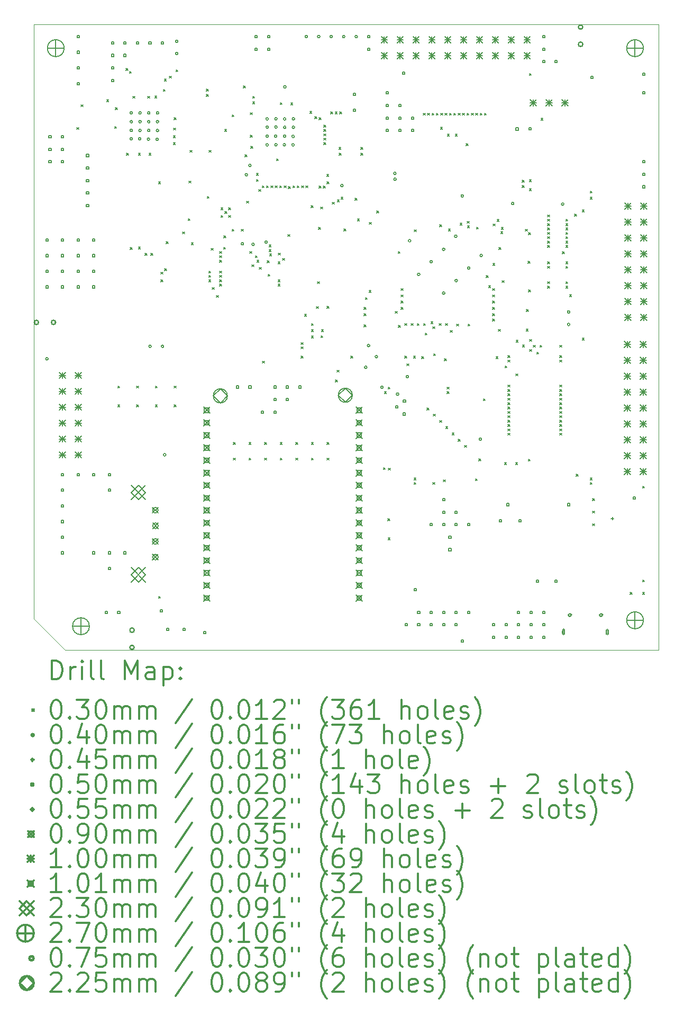
<source format=gbr>
%FSLAX45Y45*%
G04 Gerber Fmt 4.5, Leading zero omitted, Abs format (unit mm)*
G04 Created by KiCad (PCBNEW 6.0.0-unknown-813de6a~100~ubuntu18.04.1) date 2019-06-08 23:41:17*
%MOMM*%
%LPD*%
G04 APERTURE LIST*
%ADD10C,0.050000*%
%ADD11C,0.200000*%
%ADD12C,0.300000*%
G04 APERTURE END LIST*
D10*
X16544000Y-13804000D02*
X16544000Y-3804000D01*
X7044000Y-13804000D02*
X6544000Y-13304000D01*
X7044000Y-13804000D02*
X16544000Y-13804000D01*
X6544000Y-13304000D02*
X6544000Y-3804000D01*
X6544000Y-3804000D02*
X16544000Y-3804000D01*
D11*
X7230000Y-5452000D02*
X7260000Y-5482000D01*
X7260000Y-5452000D02*
X7230000Y-5482000D01*
X7295000Y-5090000D02*
X7325000Y-5120000D01*
X7325000Y-5090000D02*
X7295000Y-5120000D01*
X7707500Y-5009000D02*
X7737500Y-5039000D01*
X7737500Y-5009000D02*
X7707500Y-5039000D01*
X7835000Y-5435000D02*
X7865000Y-5465000D01*
X7865000Y-5435000D02*
X7835000Y-5465000D01*
X7845000Y-5135000D02*
X7875000Y-5165000D01*
X7875000Y-5135000D02*
X7845000Y-5165000D01*
X7885000Y-9585000D02*
X7915000Y-9615000D01*
X7915000Y-9585000D02*
X7885000Y-9615000D01*
X7885000Y-9885000D02*
X7915000Y-9915000D01*
X7915000Y-9885000D02*
X7885000Y-9915000D01*
X8017681Y-4508494D02*
X8047681Y-4538494D01*
X8047681Y-4508494D02*
X8017681Y-4538494D01*
X8025000Y-5865000D02*
X8055000Y-5895000D01*
X8055000Y-5865000D02*
X8025000Y-5895000D01*
X8070000Y-4555000D02*
X8100000Y-4585000D01*
X8100000Y-4555000D02*
X8070000Y-4585000D01*
X8085477Y-7371523D02*
X8115477Y-7401523D01*
X8115477Y-7371523D02*
X8085477Y-7401523D01*
X8125000Y-4955000D02*
X8155000Y-4985000D01*
X8155000Y-4955000D02*
X8125000Y-4985000D01*
X8185000Y-9585000D02*
X8215000Y-9615000D01*
X8215000Y-9585000D02*
X8185000Y-9615000D01*
X8185000Y-9885000D02*
X8215000Y-9915000D01*
X8215000Y-9885000D02*
X8185000Y-9915000D01*
X8215000Y-7364000D02*
X8245000Y-7394000D01*
X8245000Y-7364000D02*
X8215000Y-7394000D01*
X8215000Y-5865000D02*
X8245000Y-5895000D01*
X8245000Y-5865000D02*
X8215000Y-5895000D01*
X8323000Y-7462000D02*
X8353000Y-7492000D01*
X8353000Y-7462000D02*
X8323000Y-7492000D01*
X8365000Y-4955000D02*
X8395000Y-4985000D01*
X8395000Y-4955000D02*
X8365000Y-4985000D01*
X8385000Y-5865000D02*
X8415000Y-5895000D01*
X8415000Y-5865000D02*
X8385000Y-5895000D01*
X8414000Y-7466000D02*
X8444000Y-7496000D01*
X8444000Y-7466000D02*
X8414000Y-7496000D01*
X8479201Y-4949241D02*
X8509201Y-4979241D01*
X8509201Y-4949241D02*
X8479201Y-4979241D01*
X8485000Y-9585000D02*
X8515000Y-9615000D01*
X8515000Y-9585000D02*
X8485000Y-9615000D01*
X8485000Y-9885000D02*
X8515000Y-9915000D01*
X8515000Y-9885000D02*
X8485000Y-9915000D01*
X8535000Y-6319000D02*
X8565000Y-6349000D01*
X8565000Y-6319000D02*
X8535000Y-6349000D01*
X8535000Y-12945000D02*
X8565000Y-12975000D01*
X8565000Y-12945000D02*
X8535000Y-12975000D01*
X8573000Y-7763000D02*
X8603000Y-7793000D01*
X8603000Y-7763000D02*
X8573000Y-7793000D01*
X8573000Y-7887000D02*
X8603000Y-7917000D01*
X8603000Y-7887000D02*
X8573000Y-7917000D01*
X8615000Y-4845000D02*
X8645000Y-4875000D01*
X8645000Y-4845000D02*
X8615000Y-4875000D01*
X8631000Y-4677000D02*
X8661000Y-4707000D01*
X8661000Y-4677000D02*
X8631000Y-4707000D01*
X8635000Y-7708000D02*
X8665000Y-7738000D01*
X8665000Y-7708000D02*
X8635000Y-7738000D01*
X8660000Y-7278000D02*
X8690000Y-7308000D01*
X8690000Y-7278000D02*
X8660000Y-7308000D01*
X8711000Y-4631000D02*
X8741000Y-4661000D01*
X8741000Y-4631000D02*
X8711000Y-4661000D01*
X8775000Y-5585000D02*
X8805000Y-5615000D01*
X8805000Y-5585000D02*
X8775000Y-5615000D01*
X8775000Y-5695000D02*
X8805000Y-5725000D01*
X8805000Y-5695000D02*
X8775000Y-5725000D01*
X8776523Y-5461477D02*
X8806523Y-5491477D01*
X8806523Y-5461477D02*
X8776523Y-5491477D01*
X8785000Y-5295000D02*
X8815000Y-5325000D01*
X8815000Y-5295000D02*
X8785000Y-5325000D01*
X8785000Y-9585000D02*
X8815000Y-9615000D01*
X8815000Y-9585000D02*
X8785000Y-9615000D01*
X8785000Y-9885000D02*
X8815000Y-9915000D01*
X8815000Y-9885000D02*
X8785000Y-9915000D01*
X8815000Y-4531000D02*
X8845000Y-4561000D01*
X8845000Y-4531000D02*
X8815000Y-4561000D01*
X8922523Y-7122523D02*
X8952523Y-7152523D01*
X8952523Y-7122523D02*
X8922523Y-7152523D01*
X9010000Y-6910000D02*
X9040000Y-6940000D01*
X9040000Y-6910000D02*
X9010000Y-6940000D01*
X9022000Y-6308000D02*
X9052000Y-6338000D01*
X9052000Y-6308000D02*
X9022000Y-6338000D01*
X9042000Y-5818000D02*
X9072000Y-5848000D01*
X9072000Y-5818000D02*
X9042000Y-5848000D01*
X9060000Y-7296000D02*
X9090000Y-7326000D01*
X9090000Y-7296000D02*
X9060000Y-7326000D01*
X9302000Y-4924000D02*
X9332000Y-4954000D01*
X9332000Y-4924000D02*
X9302000Y-4954000D01*
X9303000Y-4840000D02*
X9333000Y-4870000D01*
X9333000Y-4840000D02*
X9303000Y-4870000D01*
X9315000Y-6555000D02*
X9345000Y-6585000D01*
X9345000Y-6555000D02*
X9315000Y-6585000D01*
X9339500Y-7747000D02*
X9369500Y-7777000D01*
X9369500Y-7747000D02*
X9339500Y-7777000D01*
X9339500Y-7817000D02*
X9369500Y-7847000D01*
X9369500Y-7817000D02*
X9339500Y-7847000D01*
X9339500Y-7887000D02*
X9369500Y-7917000D01*
X9369500Y-7887000D02*
X9339500Y-7917000D01*
X9346000Y-5819000D02*
X9376000Y-5849000D01*
X9376000Y-5819000D02*
X9346000Y-5849000D01*
X9378000Y-7385000D02*
X9408000Y-7415000D01*
X9408000Y-7385000D02*
X9378000Y-7415000D01*
X9395000Y-8010000D02*
X9425000Y-8040000D01*
X9425000Y-8010000D02*
X9395000Y-8040000D01*
X9465000Y-8137500D02*
X9495000Y-8167500D01*
X9495000Y-8137500D02*
X9465000Y-8167500D01*
X9515500Y-7504016D02*
X9545500Y-7534016D01*
X9545500Y-7504016D02*
X9515500Y-7534016D01*
X9515500Y-7747000D02*
X9545500Y-7777000D01*
X9545500Y-7747000D02*
X9515500Y-7777000D01*
X9515500Y-7817000D02*
X9545500Y-7847000D01*
X9545500Y-7817000D02*
X9515500Y-7847000D01*
X9515500Y-7887000D02*
X9545500Y-7917000D01*
X9545500Y-7887000D02*
X9515500Y-7917000D01*
X9515500Y-7957000D02*
X9545500Y-7987000D01*
X9545500Y-7957000D02*
X9515500Y-7987000D01*
X9516074Y-7434018D02*
X9546074Y-7464018D01*
X9546074Y-7434018D02*
X9516074Y-7464018D01*
X9517000Y-7574000D02*
X9547000Y-7604000D01*
X9547000Y-7574000D02*
X9517000Y-7604000D01*
X9535000Y-6735000D02*
X9565000Y-6765000D01*
X9565000Y-6735000D02*
X9535000Y-6765000D01*
X9535000Y-6860000D02*
X9565000Y-6890000D01*
X9565000Y-6860000D02*
X9535000Y-6890000D01*
X9580000Y-7366000D02*
X9610000Y-7396000D01*
X9610000Y-7366000D02*
X9580000Y-7396000D01*
X9581000Y-7185000D02*
X9611000Y-7215000D01*
X9611000Y-7185000D02*
X9581000Y-7215000D01*
X9597000Y-5485000D02*
X9627000Y-5515000D01*
X9627000Y-5485000D02*
X9597000Y-5515000D01*
X9597500Y-6795000D02*
X9627500Y-6825000D01*
X9627500Y-6795000D02*
X9597500Y-6825000D01*
X9660000Y-6735000D02*
X9690000Y-6765000D01*
X9690000Y-6735000D02*
X9660000Y-6765000D01*
X9660000Y-6860000D02*
X9690000Y-6890000D01*
X9690000Y-6860000D02*
X9660000Y-6890000D01*
X9714000Y-7080000D02*
X9744000Y-7110000D01*
X9744000Y-7080000D02*
X9714000Y-7110000D01*
X9715000Y-5251500D02*
X9745000Y-5281500D01*
X9745000Y-5251500D02*
X9715000Y-5281500D01*
X9735000Y-10485000D02*
X9765000Y-10515000D01*
X9765000Y-10485000D02*
X9735000Y-10515000D01*
X9735000Y-10735000D02*
X9765000Y-10765000D01*
X9765000Y-10735000D02*
X9735000Y-10765000D01*
X9864000Y-7080000D02*
X9894000Y-7110000D01*
X9894000Y-7080000D02*
X9864000Y-7110000D01*
X9897000Y-4791000D02*
X9927000Y-4821000D01*
X9927000Y-4791000D02*
X9897000Y-4821000D01*
X9919000Y-5889000D02*
X9949000Y-5919000D01*
X9949000Y-5889000D02*
X9919000Y-5919000D01*
X9946000Y-6632000D02*
X9976000Y-6662000D01*
X9976000Y-6632000D02*
X9946000Y-6662000D01*
X9985000Y-10485000D02*
X10015000Y-10515000D01*
X10015000Y-10485000D02*
X9985000Y-10515000D01*
X9985000Y-10735000D02*
X10015000Y-10765000D01*
X10015000Y-10735000D02*
X9985000Y-10765000D01*
X9999000Y-7436000D02*
X10029000Y-7466000D01*
X10029000Y-7436000D02*
X9999000Y-7466000D01*
X10005000Y-5215000D02*
X10035000Y-5245000D01*
X10035000Y-5215000D02*
X10005000Y-5245000D01*
X10005000Y-5575000D02*
X10035000Y-5605000D01*
X10035000Y-5575000D02*
X10005000Y-5605000D01*
X10015000Y-5755000D02*
X10045000Y-5785000D01*
X10045000Y-5755000D02*
X10015000Y-5785000D01*
X10032000Y-7648000D02*
X10062000Y-7678000D01*
X10062000Y-7648000D02*
X10032000Y-7678000D01*
X10045000Y-4955000D02*
X10075000Y-4985000D01*
X10075000Y-4955000D02*
X10045000Y-4985000D01*
X10045000Y-5045000D02*
X10075000Y-5075000D01*
X10075000Y-5045000D02*
X10045000Y-5075000D01*
X10088000Y-7504000D02*
X10118000Y-7534000D01*
X10118000Y-7504000D02*
X10088000Y-7534000D01*
X10105000Y-6185000D02*
X10135000Y-6215000D01*
X10135000Y-6185000D02*
X10105000Y-6215000D01*
X10105000Y-6285000D02*
X10135000Y-6315000D01*
X10135000Y-6285000D02*
X10105000Y-6315000D01*
X10109780Y-7573826D02*
X10139780Y-7603826D01*
X10139780Y-7573826D02*
X10109780Y-7603826D01*
X10141000Y-6444000D02*
X10171000Y-6474000D01*
X10171000Y-6444000D02*
X10141000Y-6474000D01*
X10149000Y-7688000D02*
X10179000Y-7718000D01*
X10179000Y-7688000D02*
X10149000Y-7718000D01*
X10195800Y-6385800D02*
X10225800Y-6415800D01*
X10225800Y-6385800D02*
X10195800Y-6415800D01*
X10199000Y-9186000D02*
X10229000Y-9216000D01*
X10229000Y-9186000D02*
X10199000Y-9216000D01*
X10235000Y-10485000D02*
X10265000Y-10515000D01*
X10265000Y-10485000D02*
X10235000Y-10515000D01*
X10235000Y-10735000D02*
X10265000Y-10765000D01*
X10265000Y-10735000D02*
X10235000Y-10765000D01*
X10265800Y-6385800D02*
X10295800Y-6415800D01*
X10295800Y-6385800D02*
X10265800Y-6415800D01*
X10276524Y-7584476D02*
X10306524Y-7614476D01*
X10306524Y-7584476D02*
X10276524Y-7614476D01*
X10291000Y-7797999D02*
X10321000Y-7827999D01*
X10321000Y-7797999D02*
X10291000Y-7827999D01*
X10305500Y-7328766D02*
X10335500Y-7358766D01*
X10335500Y-7328766D02*
X10305500Y-7358766D01*
X10305500Y-7404524D02*
X10335500Y-7434524D01*
X10335500Y-7404524D02*
X10305500Y-7434524D01*
X10315727Y-7473773D02*
X10345727Y-7503773D01*
X10345727Y-7473773D02*
X10315727Y-7503773D01*
X10335801Y-6385800D02*
X10365801Y-6415800D01*
X10365801Y-6385800D02*
X10335801Y-6415800D01*
X10405801Y-6385800D02*
X10435801Y-6415800D01*
X10435801Y-6385800D02*
X10405801Y-6415800D01*
X10424400Y-5954000D02*
X10454400Y-5984000D01*
X10454400Y-5954000D02*
X10424400Y-5984000D01*
X10451000Y-7598999D02*
X10481000Y-7628999D01*
X10481000Y-7598999D02*
X10451000Y-7628999D01*
X10451000Y-7887000D02*
X10481000Y-7917000D01*
X10481000Y-7887000D02*
X10451000Y-7917000D01*
X10451000Y-7957000D02*
X10481000Y-7987000D01*
X10481000Y-7957000D02*
X10451000Y-7987000D01*
X10456000Y-7461000D02*
X10486000Y-7491000D01*
X10486000Y-7461000D02*
X10456000Y-7491000D01*
X10475801Y-6385800D02*
X10505801Y-6415800D01*
X10505801Y-6385800D02*
X10475801Y-6415800D01*
X10485000Y-5055000D02*
X10515000Y-5085000D01*
X10515000Y-5055000D02*
X10485000Y-5085000D01*
X10485000Y-10485000D02*
X10515000Y-10515000D01*
X10515000Y-10485000D02*
X10485000Y-10515000D01*
X10485000Y-10735000D02*
X10515000Y-10765000D01*
X10515000Y-10735000D02*
X10485000Y-10765000D01*
X10521000Y-7545999D02*
X10551000Y-7575999D01*
X10551000Y-7545999D02*
X10521000Y-7575999D01*
X10545802Y-6385800D02*
X10575802Y-6415800D01*
X10575802Y-6385800D02*
X10545802Y-6415800D01*
X10609000Y-7165000D02*
X10639000Y-7195000D01*
X10639000Y-7165000D02*
X10609000Y-7195000D01*
X10616941Y-6398376D02*
X10646941Y-6428376D01*
X10646941Y-6398376D02*
X10616941Y-6428376D01*
X10652500Y-5058000D02*
X10682500Y-5088000D01*
X10682500Y-5058000D02*
X10652500Y-5088000D01*
X10685802Y-6385800D02*
X10715802Y-6415800D01*
X10715802Y-6385800D02*
X10685802Y-6415800D01*
X10735000Y-10485000D02*
X10765000Y-10515000D01*
X10765000Y-10485000D02*
X10735000Y-10515000D01*
X10735000Y-10735000D02*
X10765000Y-10765000D01*
X10765000Y-10735000D02*
X10735000Y-10765000D01*
X10755802Y-6385800D02*
X10785802Y-6415800D01*
X10785802Y-6385800D02*
X10755802Y-6415800D01*
X10820000Y-8890000D02*
X10850000Y-8920000D01*
X10850000Y-8890000D02*
X10820000Y-8920000D01*
X10820000Y-8960000D02*
X10850000Y-8990000D01*
X10850000Y-8960000D02*
X10820000Y-8990000D01*
X10820000Y-9105000D02*
X10850000Y-9135000D01*
X10850000Y-9105000D02*
X10820000Y-9135000D01*
X10825803Y-6385800D02*
X10855803Y-6415800D01*
X10855803Y-6385800D02*
X10825803Y-6415800D01*
X10873000Y-8437000D02*
X10903000Y-8467000D01*
X10903000Y-8437000D02*
X10873000Y-8467000D01*
X10895791Y-6384533D02*
X10925791Y-6414533D01*
X10925791Y-6384533D02*
X10895791Y-6414533D01*
X10960000Y-5195000D02*
X10990000Y-5225000D01*
X10990000Y-5195000D02*
X10960000Y-5225000D01*
X10979000Y-6704000D02*
X11009000Y-6734000D01*
X11009000Y-6704000D02*
X10979000Y-6734000D01*
X10985000Y-8585000D02*
X11015000Y-8615000D01*
X11015000Y-8585000D02*
X10985000Y-8615000D01*
X10985000Y-8685000D02*
X11015000Y-8715000D01*
X11015000Y-8685000D02*
X10985000Y-8715000D01*
X10985000Y-8785000D02*
X11015000Y-8815000D01*
X11015000Y-8785000D02*
X10985000Y-8815000D01*
X10985000Y-10485000D02*
X11015000Y-10515000D01*
X11015000Y-10485000D02*
X10985000Y-10515000D01*
X10985000Y-10735000D02*
X11015000Y-10765000D01*
X11015000Y-10735000D02*
X10985000Y-10765000D01*
X11038981Y-5281000D02*
X11068981Y-5311000D01*
X11068981Y-5281000D02*
X11038981Y-5311000D01*
X11066000Y-8316000D02*
X11096000Y-8346000D01*
X11096000Y-8316000D02*
X11066000Y-8346000D01*
X11079200Y-7915400D02*
X11109200Y-7945400D01*
X11109200Y-7915400D02*
X11079200Y-7945400D01*
X11096000Y-7051000D02*
X11126000Y-7081000D01*
X11126000Y-7051000D02*
X11096000Y-7081000D01*
X11105410Y-6389560D02*
X11135410Y-6419560D01*
X11135410Y-6389560D02*
X11105410Y-6419560D01*
X11108655Y-5296548D02*
X11138655Y-5326548D01*
X11138655Y-5296548D02*
X11108655Y-5326548D01*
X11133000Y-6723000D02*
X11163000Y-6753000D01*
X11163000Y-6723000D02*
X11133000Y-6753000D01*
X11138000Y-8780000D02*
X11168000Y-8810000D01*
X11168000Y-8780000D02*
X11138000Y-8810000D01*
X11145000Y-8685000D02*
X11175000Y-8715000D01*
X11175000Y-8685000D02*
X11145000Y-8715000D01*
X11175410Y-6389560D02*
X11205410Y-6419560D01*
X11205410Y-6389560D02*
X11175410Y-6419560D01*
X11185000Y-5414000D02*
X11215000Y-5444000D01*
X11215000Y-5414000D02*
X11185000Y-5444000D01*
X11185000Y-5484000D02*
X11215000Y-5514000D01*
X11215000Y-5484000D02*
X11185000Y-5514000D01*
X11185000Y-5554000D02*
X11215000Y-5584000D01*
X11215000Y-5554000D02*
X11185000Y-5584000D01*
X11185000Y-5624000D02*
X11215000Y-5654000D01*
X11215000Y-5624000D02*
X11185000Y-5654000D01*
X11185000Y-5694000D02*
X11215000Y-5724000D01*
X11215000Y-5694000D02*
X11185000Y-5724000D01*
X11230000Y-6205000D02*
X11260000Y-6235000D01*
X11260000Y-6205000D02*
X11230000Y-6235000D01*
X11234000Y-6320000D02*
X11264000Y-6350000D01*
X11264000Y-6320000D02*
X11234000Y-6350000D01*
X11235000Y-8310000D02*
X11265000Y-8340000D01*
X11265000Y-8310000D02*
X11235000Y-8340000D01*
X11235000Y-10485000D02*
X11265000Y-10515000D01*
X11265000Y-10485000D02*
X11235000Y-10515000D01*
X11235000Y-10735000D02*
X11265000Y-10765000D01*
X11265000Y-10735000D02*
X11235000Y-10765000D01*
X11295000Y-5205000D02*
X11325000Y-5235000D01*
X11325000Y-5205000D02*
X11295000Y-5235000D01*
X11320477Y-6648477D02*
X11350477Y-6678477D01*
X11350477Y-6648477D02*
X11320477Y-6678477D01*
X11365000Y-5205000D02*
X11395000Y-5235000D01*
X11395000Y-5205000D02*
X11365000Y-5235000D01*
X11367000Y-9486000D02*
X11397000Y-9516000D01*
X11397000Y-9486000D02*
X11367000Y-9516000D01*
X11393000Y-9332000D02*
X11423000Y-9362000D01*
X11423000Y-9332000D02*
X11393000Y-9362000D01*
X11400208Y-6607192D02*
X11430208Y-6637192D01*
X11430208Y-6607192D02*
X11400208Y-6637192D01*
X11425000Y-5772000D02*
X11455000Y-5802000D01*
X11455000Y-5772000D02*
X11425000Y-5802000D01*
X11427000Y-5863000D02*
X11457000Y-5893000D01*
X11457000Y-5863000D02*
X11427000Y-5893000D01*
X11435000Y-5205000D02*
X11465000Y-5235000D01*
X11465000Y-5205000D02*
X11435000Y-5235000D01*
X11458872Y-6569001D02*
X11488872Y-6599001D01*
X11488872Y-6569001D02*
X11458872Y-6599001D01*
X11502500Y-7077000D02*
X11532500Y-7107000D01*
X11532500Y-7077000D02*
X11502500Y-7107000D01*
X11615000Y-9105000D02*
X11645000Y-9135000D01*
X11645000Y-9105000D02*
X11615000Y-9135000D01*
X11684000Y-6586000D02*
X11714000Y-6616000D01*
X11714000Y-6586000D02*
X11684000Y-6616000D01*
X11722000Y-6915000D02*
X11752000Y-6945000D01*
X11752000Y-6915000D02*
X11722000Y-6945000D01*
X11775390Y-5863610D02*
X11805390Y-5893610D01*
X11805390Y-5863610D02*
X11775390Y-5893610D01*
X11777000Y-5772000D02*
X11807000Y-5802000D01*
X11807000Y-5772000D02*
X11777000Y-5802000D01*
X11825000Y-8327500D02*
X11855000Y-8357500D01*
X11855000Y-8327500D02*
X11825000Y-8357500D01*
X11825000Y-8427500D02*
X11855000Y-8457500D01*
X11855000Y-8427500D02*
X11825000Y-8457500D01*
X11825000Y-8605000D02*
X11855000Y-8635000D01*
X11855000Y-8605000D02*
X11825000Y-8635000D01*
X11845500Y-8170000D02*
X11875500Y-8200000D01*
X11875500Y-8170000D02*
X11845500Y-8200000D01*
X11904700Y-8057700D02*
X11934700Y-8087700D01*
X11934700Y-8057700D02*
X11904700Y-8087700D01*
X11910000Y-6970000D02*
X11940000Y-7000000D01*
X11940000Y-6970000D02*
X11910000Y-7000000D01*
X12029000Y-6787998D02*
X12059000Y-6817998D01*
X12059000Y-6787998D02*
X12029000Y-6817998D01*
X12134000Y-10888000D02*
X12164000Y-10918000D01*
X12164000Y-10888000D02*
X12134000Y-10918000D01*
X12151000Y-9672000D02*
X12181000Y-9702000D01*
X12181000Y-9672000D02*
X12151000Y-9702000D01*
X12209000Y-11704000D02*
X12239000Y-11734000D01*
X12239000Y-11704000D02*
X12209000Y-11734000D01*
X12210000Y-12010000D02*
X12240000Y-12040000D01*
X12240000Y-12010000D02*
X12210000Y-12040000D01*
X12213000Y-9604000D02*
X12243000Y-9634000D01*
X12243000Y-9604000D02*
X12213000Y-9634000D01*
X12214000Y-10898000D02*
X12244000Y-10928000D01*
X12244000Y-10898000D02*
X12214000Y-10928000D01*
X12327000Y-8390000D02*
X12357000Y-8420000D01*
X12357000Y-8390000D02*
X12327000Y-8420000D01*
X12371000Y-7435000D02*
X12401000Y-7465000D01*
X12401000Y-7435000D02*
X12371000Y-7465000D01*
X12378261Y-8617249D02*
X12408261Y-8647249D01*
X12408261Y-8617249D02*
X12378261Y-8647249D01*
X12420700Y-8027500D02*
X12450700Y-8057500D01*
X12450700Y-8027500D02*
X12420700Y-8057500D01*
X12420700Y-8127500D02*
X12450700Y-8157500D01*
X12450700Y-8127500D02*
X12420700Y-8157500D01*
X12420700Y-8227500D02*
X12450700Y-8257500D01*
X12450700Y-8227500D02*
X12420700Y-8257500D01*
X12420700Y-8327500D02*
X12450700Y-8357500D01*
X12450700Y-8327500D02*
X12420700Y-8357500D01*
X12476000Y-9106000D02*
X12506000Y-9136000D01*
X12506000Y-9106000D02*
X12476000Y-9136000D01*
X12478200Y-8585000D02*
X12508200Y-8615000D01*
X12508200Y-8585000D02*
X12478200Y-8615000D01*
X12510000Y-9231500D02*
X12540000Y-9261500D01*
X12540000Y-9231500D02*
X12510000Y-9261500D01*
X12578200Y-8585000D02*
X12608200Y-8615000D01*
X12608200Y-8585000D02*
X12578200Y-8615000D01*
X12618000Y-9106000D02*
X12648000Y-9136000D01*
X12648000Y-9106000D02*
X12618000Y-9136000D01*
X12625154Y-11125154D02*
X12655154Y-11155154D01*
X12655154Y-11125154D02*
X12625154Y-11155154D01*
X12627000Y-11052000D02*
X12657000Y-11082000D01*
X12657000Y-11052000D02*
X12627000Y-11082000D01*
X12629000Y-7088000D02*
X12659000Y-7118000D01*
X12659000Y-7088000D02*
X12629000Y-7118000D01*
X12678200Y-8585000D02*
X12708200Y-8615000D01*
X12708200Y-8585000D02*
X12678200Y-8615000D01*
X12748000Y-9115000D02*
X12778000Y-9145000D01*
X12778000Y-9115000D02*
X12748000Y-9145000D01*
X12773054Y-5225000D02*
X12803054Y-5255000D01*
X12803054Y-5225000D02*
X12773054Y-5255000D01*
X12778200Y-8585000D02*
X12808200Y-8615000D01*
X12808200Y-8585000D02*
X12778200Y-8615000D01*
X12803000Y-8740000D02*
X12833000Y-8770000D01*
X12833000Y-8740000D02*
X12803000Y-8770000D01*
X12835000Y-9935000D02*
X12865000Y-9965000D01*
X12865000Y-9935000D02*
X12835000Y-9965000D01*
X12843054Y-5225000D02*
X12873054Y-5255000D01*
X12873054Y-5225000D02*
X12843054Y-5255000D01*
X12898000Y-8557000D02*
X12928000Y-8587000D01*
X12928000Y-8557000D02*
X12898000Y-8587000D01*
X12913054Y-5225000D02*
X12943054Y-5255000D01*
X12943054Y-5225000D02*
X12913054Y-5255000D01*
X12928200Y-8635000D02*
X12958200Y-8665000D01*
X12958200Y-8635000D02*
X12928200Y-8665000D01*
X12929000Y-11126000D02*
X12959000Y-11156000D01*
X12959000Y-11126000D02*
X12929000Y-11156000D01*
X12935000Y-10035000D02*
X12965000Y-10065000D01*
X12965000Y-10035000D02*
X12935000Y-10065000D01*
X12939558Y-9070241D02*
X12969558Y-9100241D01*
X12969558Y-9070241D02*
X12939558Y-9100241D01*
X12983054Y-5225000D02*
X13013054Y-5255000D01*
X13013054Y-5225000D02*
X12983054Y-5255000D01*
X13028200Y-8585000D02*
X13058200Y-8615000D01*
X13058200Y-8585000D02*
X13028200Y-8615000D01*
X13035000Y-10135000D02*
X13065000Y-10165000D01*
X13065000Y-10135000D02*
X13035000Y-10165000D01*
X13038000Y-7005500D02*
X13068000Y-7035500D01*
X13068000Y-7005500D02*
X13038000Y-7035500D01*
X13050000Y-5449000D02*
X13080000Y-5479000D01*
X13080000Y-5449000D02*
X13050000Y-5479000D01*
X13053054Y-5225000D02*
X13083054Y-5255000D01*
X13083054Y-5225000D02*
X13053054Y-5255000D01*
X13094000Y-11084000D02*
X13124000Y-11114000D01*
X13124000Y-11084000D02*
X13094000Y-11114000D01*
X13113000Y-9148000D02*
X13143000Y-9178000D01*
X13143000Y-9148000D02*
X13113000Y-9178000D01*
X13123054Y-5225000D02*
X13153054Y-5255000D01*
X13153054Y-5225000D02*
X13123054Y-5255000D01*
X13128200Y-8585000D02*
X13158200Y-8615000D01*
X13158200Y-8585000D02*
X13128200Y-8615000D01*
X13135000Y-10235000D02*
X13165000Y-10265000D01*
X13165000Y-10235000D02*
X13135000Y-10265000D01*
X13155000Y-9604000D02*
X13185000Y-9634000D01*
X13185000Y-9604000D02*
X13155000Y-9634000D01*
X13156014Y-9673993D02*
X13186014Y-9703993D01*
X13186014Y-9673993D02*
X13156014Y-9703993D01*
X13160000Y-5560000D02*
X13190000Y-5590000D01*
X13190000Y-5560000D02*
X13160000Y-5590000D01*
X13178000Y-7076000D02*
X13208000Y-7106000D01*
X13208000Y-7076000D02*
X13178000Y-7106000D01*
X13193054Y-5225000D02*
X13223054Y-5255000D01*
X13223054Y-5225000D02*
X13193054Y-5255000D01*
X13207124Y-8696707D02*
X13237124Y-8726707D01*
X13237124Y-8696707D02*
X13207124Y-8726707D01*
X13235000Y-10335000D02*
X13265000Y-10365000D01*
X13265000Y-10335000D02*
X13235000Y-10365000D01*
X13263054Y-5225000D02*
X13293054Y-5255000D01*
X13293054Y-5225000D02*
X13263054Y-5255000D01*
X13285000Y-5560000D02*
X13315000Y-5590000D01*
X13315000Y-5560000D02*
X13285000Y-5590000D01*
X13309000Y-8593000D02*
X13339000Y-8623000D01*
X13339000Y-8593000D02*
X13309000Y-8623000D01*
X13333054Y-5225000D02*
X13363054Y-5255000D01*
X13363054Y-5225000D02*
X13333054Y-5255000D01*
X13335000Y-10435000D02*
X13365000Y-10465000D01*
X13365000Y-10435000D02*
X13335000Y-10465000D01*
X13363000Y-6981000D02*
X13393000Y-7011000D01*
X13393000Y-6981000D02*
X13363000Y-7011000D01*
X13403054Y-5225000D02*
X13433054Y-5255000D01*
X13433054Y-5225000D02*
X13403054Y-5255000D01*
X13435000Y-10535000D02*
X13465000Y-10565000D01*
X13465000Y-10535000D02*
X13435000Y-10565000D01*
X13460000Y-5710000D02*
X13490000Y-5740000D01*
X13490000Y-5710000D02*
X13460000Y-5740000D01*
X13473054Y-5225000D02*
X13503054Y-5255000D01*
X13503054Y-5225000D02*
X13473054Y-5255000D01*
X13478200Y-6951000D02*
X13508200Y-6981000D01*
X13508200Y-6951000D02*
X13478200Y-6981000D01*
X13482000Y-7024000D02*
X13512000Y-7054000D01*
X13512000Y-7024000D02*
X13482000Y-7054000D01*
X13489000Y-8596000D02*
X13519000Y-8626000D01*
X13519000Y-8596000D02*
X13489000Y-8626000D01*
X13543054Y-5225000D02*
X13573054Y-5255000D01*
X13573054Y-5225000D02*
X13543054Y-5255000D01*
X13610000Y-11065000D02*
X13640000Y-11095000D01*
X13640000Y-11065000D02*
X13610000Y-11095000D01*
X13613054Y-5225000D02*
X13643054Y-5255000D01*
X13643054Y-5225000D02*
X13613054Y-5255000D01*
X13626000Y-7046000D02*
X13656000Y-7076000D01*
X13656000Y-7046000D02*
X13626000Y-7076000D01*
X13663000Y-10751000D02*
X13693000Y-10781000D01*
X13693000Y-10751000D02*
X13663000Y-10781000D01*
X13683054Y-5225000D02*
X13713054Y-5255000D01*
X13713054Y-5225000D02*
X13683054Y-5255000D01*
X13737000Y-9787000D02*
X13767000Y-9817000D01*
X13767000Y-9787000D02*
X13737000Y-9817000D01*
X13753054Y-5225000D02*
X13783054Y-5255000D01*
X13783054Y-5225000D02*
X13753054Y-5255000D01*
X13780000Y-7818000D02*
X13810000Y-7848000D01*
X13810000Y-7818000D02*
X13780000Y-7848000D01*
X13820000Y-7980000D02*
X13850000Y-8010000D01*
X13850000Y-7980000D02*
X13820000Y-8010000D01*
X13885000Y-8027500D02*
X13915000Y-8057500D01*
X13915000Y-8027500D02*
X13885000Y-8057500D01*
X13885000Y-8127500D02*
X13915000Y-8157500D01*
X13915000Y-8127500D02*
X13885000Y-8157500D01*
X13885000Y-8227500D02*
X13915000Y-8257500D01*
X13915000Y-8227500D02*
X13885000Y-8257500D01*
X13885000Y-8327500D02*
X13915000Y-8357500D01*
X13915000Y-8327500D02*
X13885000Y-8357500D01*
X13885000Y-8427500D02*
X13915000Y-8457500D01*
X13915000Y-8427500D02*
X13885000Y-8457500D01*
X13885000Y-8513000D02*
X13915000Y-8543000D01*
X13915000Y-8513000D02*
X13885000Y-8543000D01*
X13886000Y-7626000D02*
X13916000Y-7656000D01*
X13916000Y-7626000D02*
X13886000Y-7656000D01*
X13890000Y-6993000D02*
X13920000Y-7023000D01*
X13920000Y-6993000D02*
X13890000Y-7023000D01*
X13940323Y-9116324D02*
X13970323Y-9146324D01*
X13970323Y-9116324D02*
X13940323Y-9146324D01*
X13955000Y-6923000D02*
X13985000Y-6953000D01*
X13985000Y-6923000D02*
X13955000Y-6953000D01*
X13979000Y-8681000D02*
X14009000Y-8711000D01*
X14009000Y-8681000D02*
X13979000Y-8711000D01*
X13985000Y-7370000D02*
X14015000Y-7400000D01*
X14015000Y-7370000D02*
X13985000Y-7400000D01*
X14013742Y-7119244D02*
X14043742Y-7149244D01*
X14043742Y-7119244D02*
X14013742Y-7149244D01*
X14024000Y-7050000D02*
X14054000Y-7080000D01*
X14054000Y-7050000D02*
X14024000Y-7080000D01*
X14035000Y-7902000D02*
X14065000Y-7932000D01*
X14065000Y-7902000D02*
X14035000Y-7932000D01*
X14073000Y-10808000D02*
X14103000Y-10838000D01*
X14103000Y-10808000D02*
X14073000Y-10838000D01*
X14082000Y-9263000D02*
X14112000Y-9293000D01*
X14112000Y-9263000D02*
X14082000Y-9293000D01*
X14130000Y-9099000D02*
X14160000Y-9129000D01*
X14160000Y-9099000D02*
X14130000Y-9129000D01*
X14130000Y-9169000D02*
X14160000Y-9199000D01*
X14160000Y-9169000D02*
X14130000Y-9199000D01*
X14130000Y-9570000D02*
X14160000Y-9600000D01*
X14160000Y-9570000D02*
X14130000Y-9600000D01*
X14130000Y-9640000D02*
X14160000Y-9670000D01*
X14160000Y-9640000D02*
X14130000Y-9670000D01*
X14130000Y-9710000D02*
X14160000Y-9740000D01*
X14160000Y-9710000D02*
X14130000Y-9740000D01*
X14130000Y-9780000D02*
X14160000Y-9810000D01*
X14160000Y-9780000D02*
X14130000Y-9810000D01*
X14130000Y-9850000D02*
X14160000Y-9880000D01*
X14160000Y-9850000D02*
X14130000Y-9880000D01*
X14130000Y-9920000D02*
X14160000Y-9950000D01*
X14160000Y-9920000D02*
X14130000Y-9950000D01*
X14130000Y-9990000D02*
X14160000Y-10020000D01*
X14160000Y-9990000D02*
X14130000Y-10020000D01*
X14130000Y-10060000D02*
X14160000Y-10090000D01*
X14160000Y-10060000D02*
X14130000Y-10090000D01*
X14130000Y-10130000D02*
X14160000Y-10160000D01*
X14160000Y-10130000D02*
X14130000Y-10160000D01*
X14130000Y-10200000D02*
X14160000Y-10230000D01*
X14160000Y-10200000D02*
X14130000Y-10230000D01*
X14130000Y-10270000D02*
X14160000Y-10300000D01*
X14160000Y-10270000D02*
X14130000Y-10300000D01*
X14130000Y-10340000D02*
X14160000Y-10370000D01*
X14160000Y-10340000D02*
X14130000Y-10370000D01*
X14252000Y-10808000D02*
X14282000Y-10838000D01*
X14282000Y-10808000D02*
X14252000Y-10838000D01*
X14257000Y-9389000D02*
X14287000Y-9419000D01*
X14287000Y-9389000D02*
X14257000Y-9419000D01*
X14261000Y-8855000D02*
X14291000Y-8885000D01*
X14291000Y-8855000D02*
X14261000Y-8885000D01*
X14358000Y-6379000D02*
X14388000Y-6409000D01*
X14388000Y-6379000D02*
X14358000Y-6409000D01*
X14359010Y-6296198D02*
X14389010Y-6326198D01*
X14389010Y-6296198D02*
X14359010Y-6326198D01*
X14363000Y-8931000D02*
X14393000Y-8961000D01*
X14393000Y-8931000D02*
X14363000Y-8961000D01*
X14409000Y-7080500D02*
X14439000Y-7110500D01*
X14439000Y-7080500D02*
X14409000Y-7110500D01*
X14421000Y-8677000D02*
X14451000Y-8707000D01*
X14451000Y-8677000D02*
X14421000Y-8707000D01*
X14424000Y-8364000D02*
X14454000Y-8394000D01*
X14454000Y-8364000D02*
X14424000Y-8394000D01*
X14449000Y-7592000D02*
X14479000Y-7622000D01*
X14479000Y-7592000D02*
X14449000Y-7622000D01*
X14455000Y-10752799D02*
X14485000Y-10782799D01*
X14485000Y-10752799D02*
X14455000Y-10782799D01*
X14458000Y-8048000D02*
X14488000Y-8078000D01*
X14488000Y-8048000D02*
X14458000Y-8078000D01*
X14461223Y-7133500D02*
X14491223Y-7163500D01*
X14491223Y-7133500D02*
X14461223Y-7163500D01*
X14471000Y-4588000D02*
X14501000Y-4618000D01*
X14501000Y-4588000D02*
X14471000Y-4618000D01*
X14471000Y-6289000D02*
X14501000Y-6319000D01*
X14501000Y-6289000D02*
X14471000Y-6319000D01*
X14471000Y-6432000D02*
X14501000Y-6462000D01*
X14501000Y-6432000D02*
X14471000Y-6462000D01*
X14474000Y-8839000D02*
X14504000Y-8869000D01*
X14504000Y-8839000D02*
X14474000Y-8869000D01*
X14474000Y-9002000D02*
X14504000Y-9032000D01*
X14504000Y-9002000D02*
X14474000Y-9032000D01*
X14537000Y-8932000D02*
X14567000Y-8962000D01*
X14567000Y-8932000D02*
X14537000Y-8962000D01*
X14590000Y-9044000D02*
X14620000Y-9074000D01*
X14620000Y-9044000D02*
X14590000Y-9074000D01*
X14643000Y-8932000D02*
X14673000Y-8962000D01*
X14673000Y-8932000D02*
X14643000Y-8962000D01*
X14658000Y-5304000D02*
X14688000Y-5334000D01*
X14688000Y-5304000D02*
X14658000Y-5334000D01*
X14762000Y-6849000D02*
X14792000Y-6879000D01*
X14792000Y-6849000D02*
X14762000Y-6879000D01*
X14762000Y-6919000D02*
X14792000Y-6949000D01*
X14792000Y-6919000D02*
X14762000Y-6949000D01*
X14762000Y-6989000D02*
X14792000Y-7019000D01*
X14792000Y-6989000D02*
X14762000Y-7019000D01*
X14762000Y-7059000D02*
X14792000Y-7089000D01*
X14792000Y-7059000D02*
X14762000Y-7089000D01*
X14762000Y-7129000D02*
X14792000Y-7159000D01*
X14792000Y-7129000D02*
X14762000Y-7159000D01*
X14762000Y-7199000D02*
X14792000Y-7229000D01*
X14792000Y-7199000D02*
X14762000Y-7229000D01*
X14762000Y-7269000D02*
X14792000Y-7299000D01*
X14792000Y-7269000D02*
X14762000Y-7299000D01*
X14762000Y-7339000D02*
X14792000Y-7369000D01*
X14792000Y-7339000D02*
X14762000Y-7369000D01*
X14762000Y-7600000D02*
X14792000Y-7630000D01*
X14792000Y-7600000D02*
X14762000Y-7630000D01*
X14762000Y-7670000D02*
X14792000Y-7700000D01*
X14792000Y-7670000D02*
X14762000Y-7700000D01*
X14762000Y-7919000D02*
X14792000Y-7949000D01*
X14792000Y-7919000D02*
X14762000Y-7949000D01*
X14762000Y-7989000D02*
X14792000Y-8019000D01*
X14792000Y-7989000D02*
X14762000Y-8019000D01*
X14959000Y-8932000D02*
X14989000Y-8962000D01*
X14989000Y-8932000D02*
X14959000Y-8962000D01*
X14960000Y-9099000D02*
X14990000Y-9129000D01*
X14990000Y-9099000D02*
X14960000Y-9129000D01*
X14960000Y-9169000D02*
X14990000Y-9199000D01*
X14990000Y-9169000D02*
X14960000Y-9199000D01*
X14960000Y-9570000D02*
X14990000Y-9600000D01*
X14990000Y-9570000D02*
X14960000Y-9600000D01*
X14960000Y-9640000D02*
X14990000Y-9670000D01*
X14990000Y-9640000D02*
X14960000Y-9670000D01*
X14960000Y-9710000D02*
X14990000Y-9740000D01*
X14990000Y-9710000D02*
X14960000Y-9740000D01*
X14960000Y-9780000D02*
X14990000Y-9810000D01*
X14990000Y-9780000D02*
X14960000Y-9810000D01*
X14960000Y-9850000D02*
X14990000Y-9880000D01*
X14990000Y-9850000D02*
X14960000Y-9880000D01*
X14960000Y-9920000D02*
X14990000Y-9950000D01*
X14990000Y-9920000D02*
X14960000Y-9950000D01*
X14960000Y-9990000D02*
X14990000Y-10020000D01*
X14990000Y-9990000D02*
X14960000Y-10020000D01*
X14960000Y-10060000D02*
X14990000Y-10090000D01*
X14990000Y-10060000D02*
X14960000Y-10090000D01*
X14960000Y-10130000D02*
X14990000Y-10160000D01*
X14990000Y-10130000D02*
X14960000Y-10160000D01*
X14960000Y-10200000D02*
X14990000Y-10230000D01*
X14990000Y-10200000D02*
X14960000Y-10230000D01*
X14960000Y-10270000D02*
X14990000Y-10300000D01*
X14990000Y-10270000D02*
X14960000Y-10300000D01*
X14960000Y-10340000D02*
X14990000Y-10370000D01*
X14990000Y-10340000D02*
X14960000Y-10370000D01*
X15003000Y-7437000D02*
X15033000Y-7467000D01*
X15033000Y-7437000D02*
X15003000Y-7467000D01*
X15056000Y-6919000D02*
X15086000Y-6949000D01*
X15086000Y-6919000D02*
X15056000Y-6949000D01*
X15056000Y-6989000D02*
X15086000Y-7019000D01*
X15086000Y-6989000D02*
X15056000Y-7019000D01*
X15056000Y-7059000D02*
X15086000Y-7089000D01*
X15086000Y-7059000D02*
X15056000Y-7089000D01*
X15056000Y-7129000D02*
X15086000Y-7159000D01*
X15086000Y-7129000D02*
X15056000Y-7159000D01*
X15056000Y-7199000D02*
X15086000Y-7229000D01*
X15086000Y-7199000D02*
X15056000Y-7229000D01*
X15056000Y-7269000D02*
X15086000Y-7299000D01*
X15086000Y-7269000D02*
X15056000Y-7299000D01*
X15056000Y-7339000D02*
X15086000Y-7369000D01*
X15086000Y-7339000D02*
X15056000Y-7369000D01*
X15056000Y-7600000D02*
X15086000Y-7630000D01*
X15086000Y-7600000D02*
X15056000Y-7630000D01*
X15056000Y-7670000D02*
X15086000Y-7700000D01*
X15086000Y-7670000D02*
X15056000Y-7700000D01*
X15056000Y-7919000D02*
X15086000Y-7949000D01*
X15086000Y-7919000D02*
X15056000Y-7949000D01*
X15056000Y-7989000D02*
X15086000Y-8019000D01*
X15086000Y-7989000D02*
X15056000Y-8019000D01*
X15116000Y-8126477D02*
X15146000Y-8156477D01*
X15146000Y-8126477D02*
X15116000Y-8156477D01*
X15196000Y-6838000D02*
X15226000Y-6868000D01*
X15226000Y-6838000D02*
X15196000Y-6868000D01*
X15220000Y-10995000D02*
X15250000Y-11025000D01*
X15250000Y-10995000D02*
X15220000Y-11025000D01*
X15317000Y-6769000D02*
X15347000Y-6799000D01*
X15347000Y-6769000D02*
X15317000Y-6799000D01*
X15317000Y-8819000D02*
X15347000Y-8849000D01*
X15347000Y-8819000D02*
X15317000Y-8849000D01*
X15444458Y-11125642D02*
X15474458Y-11155642D01*
X15474458Y-11125642D02*
X15444458Y-11155642D01*
X15445105Y-11055645D02*
X15475105Y-11085645D01*
X15475105Y-11055645D02*
X15445105Y-11085645D01*
X15446000Y-6471000D02*
X15476000Y-6501000D01*
X15476000Y-6471000D02*
X15446000Y-6501000D01*
X15446000Y-6564999D02*
X15476000Y-6594999D01*
X15476000Y-6564999D02*
X15446000Y-6594999D01*
X15485000Y-11385000D02*
X15515000Y-11415000D01*
X15515000Y-11385000D02*
X15485000Y-11415000D01*
X15485000Y-11585000D02*
X15515000Y-11615000D01*
X15515000Y-11585000D02*
X15485000Y-11615000D01*
X15485000Y-11785000D02*
X15515000Y-11815000D01*
X15515000Y-11785000D02*
X15485000Y-11815000D01*
X16085000Y-12885000D02*
X16115000Y-12915000D01*
X16115000Y-12885000D02*
X16085000Y-12915000D01*
X16285000Y-11185000D02*
X16315000Y-11215000D01*
X16315000Y-11185000D02*
X16285000Y-11215000D01*
X16285000Y-12685000D02*
X16315000Y-12715000D01*
X16315000Y-12685000D02*
X16285000Y-12715000D01*
X16285000Y-12885000D02*
X16315000Y-12915000D01*
X16315000Y-12885000D02*
X16285000Y-12915000D01*
X6770000Y-9150000D02*
G75*
G03X6770000Y-9150000I-20000J0D01*
G01*
X8120000Y-5220000D02*
G75*
G03X8120000Y-5220000I-20000J0D01*
G01*
X8120000Y-5360000D02*
G75*
G03X8120000Y-5360000I-20000J0D01*
G01*
X8120000Y-5500000D02*
G75*
G03X8120000Y-5500000I-20000J0D01*
G01*
X8120000Y-5635000D02*
G75*
G03X8120000Y-5635000I-20000J0D01*
G01*
X8255000Y-5635000D02*
G75*
G03X8255000Y-5635000I-20000J0D01*
G01*
X8260000Y-5220000D02*
G75*
G03X8260000Y-5220000I-20000J0D01*
G01*
X8260000Y-5360000D02*
G75*
G03X8260000Y-5360000I-20000J0D01*
G01*
X8260000Y-5500000D02*
G75*
G03X8260000Y-5500000I-20000J0D01*
G01*
X8395000Y-5640000D02*
G75*
G03X8395000Y-5640000I-20000J0D01*
G01*
X8400000Y-5220000D02*
G75*
G03X8400000Y-5220000I-20000J0D01*
G01*
X8400000Y-5360000D02*
G75*
G03X8400000Y-5360000I-20000J0D01*
G01*
X8400000Y-5500000D02*
G75*
G03X8400000Y-5500000I-20000J0D01*
G01*
X8420000Y-8950000D02*
G75*
G03X8420000Y-8950000I-20000J0D01*
G01*
X8535000Y-5640000D02*
G75*
G03X8535000Y-5640000I-20000J0D01*
G01*
X8540000Y-5220000D02*
G75*
G03X8540000Y-5220000I-20000J0D01*
G01*
X8540000Y-5360000D02*
G75*
G03X8540000Y-5360000I-20000J0D01*
G01*
X8540000Y-5500000D02*
G75*
G03X8540000Y-5500000I-20000J0D01*
G01*
X8620000Y-8950000D02*
G75*
G03X8620000Y-8950000I-20000J0D01*
G01*
X8655000Y-10684000D02*
G75*
G03X8655000Y-10684000I-20000J0D01*
G01*
X8848000Y-4075000D02*
G75*
G03X8848000Y-4075000I-20000J0D01*
G01*
X8848000Y-4272000D02*
G75*
G03X8848000Y-4272000I-20000J0D01*
G01*
X9899000Y-7311500D02*
G75*
G03X9899000Y-7311500I-20000J0D01*
G01*
X9962000Y-6208000D02*
G75*
G03X9962000Y-6208000I-20000J0D01*
G01*
X10018419Y-6058581D02*
G75*
G03X10018419Y-6058581I-20000J0D01*
G01*
X10070000Y-7322000D02*
G75*
G03X10070000Y-7322000I-20000J0D01*
G01*
X10277000Y-7285766D02*
G75*
G03X10277000Y-7285766I-20000J0D01*
G01*
X10295000Y-5315000D02*
G75*
G03X10295000Y-5315000I-20000J0D01*
G01*
X10295000Y-5445000D02*
G75*
G03X10295000Y-5445000I-20000J0D01*
G01*
X10295000Y-5590000D02*
G75*
G03X10295000Y-5590000I-20000J0D01*
G01*
X10295000Y-5730000D02*
G75*
G03X10295000Y-5730000I-20000J0D01*
G01*
X10430000Y-5590000D02*
G75*
G03X10430000Y-5590000I-20000J0D01*
G01*
X10435000Y-5315000D02*
G75*
G03X10435000Y-5315000I-20000J0D01*
G01*
X10435000Y-5445000D02*
G75*
G03X10435000Y-5445000I-20000J0D01*
G01*
X10435000Y-5730000D02*
G75*
G03X10435000Y-5730000I-20000J0D01*
G01*
X10570000Y-5730000D02*
G75*
G03X10570000Y-5730000I-20000J0D01*
G01*
X10575000Y-5315000D02*
G75*
G03X10575000Y-5315000I-20000J0D01*
G01*
X10575000Y-5450000D02*
G75*
G03X10575000Y-5450000I-20000J0D01*
G01*
X10575000Y-5590000D02*
G75*
G03X10575000Y-5590000I-20000J0D01*
G01*
X10577500Y-4804000D02*
G75*
G03X10577500Y-4804000I-20000J0D01*
G01*
X10710000Y-5595000D02*
G75*
G03X10710000Y-5595000I-20000J0D01*
G01*
X10710000Y-5730000D02*
G75*
G03X10710000Y-5730000I-20000J0D01*
G01*
X10715000Y-5315000D02*
G75*
G03X10715000Y-5315000I-20000J0D01*
G01*
X10715000Y-5450000D02*
G75*
G03X10715000Y-5450000I-20000J0D01*
G01*
X10920000Y-4000000D02*
G75*
G03X10920000Y-4000000I-20000J0D01*
G01*
X11120000Y-4000000D02*
G75*
G03X11120000Y-4000000I-20000J0D01*
G01*
X11320000Y-4000000D02*
G75*
G03X11320000Y-4000000I-20000J0D01*
G01*
X11492000Y-6382000D02*
G75*
G03X11492000Y-6382000I-20000J0D01*
G01*
X11520000Y-4000000D02*
G75*
G03X11520000Y-4000000I-20000J0D01*
G01*
X11720000Y-4000000D02*
G75*
G03X11720000Y-4000000I-20000J0D01*
G01*
X11873000Y-9286000D02*
G75*
G03X11873000Y-9286000I-20000J0D01*
G01*
X11918000Y-8939000D02*
G75*
G03X11918000Y-8939000I-20000J0D01*
G01*
X12043000Y-9116000D02*
G75*
G03X12043000Y-9116000I-20000J0D01*
G01*
X12132000Y-9605000D02*
G75*
G03X12132000Y-9605000I-20000J0D01*
G01*
X12339000Y-6186000D02*
G75*
G03X12339000Y-6186000I-20000J0D01*
G01*
X12341000Y-6280000D02*
G75*
G03X12341000Y-6280000I-20000J0D01*
G01*
X12381000Y-9714000D02*
G75*
G03X12381000Y-9714000I-20000J0D01*
G01*
X12540000Y-9434000D02*
G75*
G03X12540000Y-9434000I-20000J0D01*
G01*
X12575700Y-7263000D02*
G75*
G03X12575700Y-7263000I-20000J0D01*
G01*
X12720000Y-7800000D02*
G75*
G03X12720000Y-7800000I-20000J0D01*
G01*
X12920000Y-7600000D02*
G75*
G03X12920000Y-7600000I-20000J0D01*
G01*
X13120000Y-7400000D02*
G75*
G03X13120000Y-7400000I-20000J0D01*
G01*
X13120000Y-8100000D02*
G75*
G03X13120000Y-8100000I-20000J0D01*
G01*
X13313200Y-7190800D02*
G75*
G03X13313200Y-7190800I-20000J0D01*
G01*
X13320000Y-7900000D02*
G75*
G03X13320000Y-7900000I-20000J0D01*
G01*
X13417000Y-6547000D02*
G75*
G03X13417000Y-6547000I-20000J0D01*
G01*
X13520000Y-7700000D02*
G75*
G03X13520000Y-7700000I-20000J0D01*
G01*
X13706000Y-10433000D02*
G75*
G03X13706000Y-10433000I-20000J0D01*
G01*
X13720000Y-7500000D02*
G75*
G03X13720000Y-7500000I-20000J0D01*
G01*
X14225000Y-6668000D02*
G75*
G03X14225000Y-6668000I-20000J0D01*
G01*
X15024000Y-6679000D02*
G75*
G03X15024000Y-6679000I-20000J0D01*
G01*
X15120000Y-8400000D02*
G75*
G03X15120000Y-8400000I-20000J0D01*
G01*
X15120000Y-8600000D02*
G75*
G03X15120000Y-8600000I-20000J0D01*
G01*
X15800000Y-11677500D02*
X15800000Y-11722500D01*
X15777500Y-11700000D02*
X15822500Y-11700000D01*
X6767678Y-7267678D02*
X6767678Y-7232322D01*
X6732322Y-7232322D01*
X6732322Y-7267678D01*
X6767678Y-7267678D01*
X6767678Y-7517678D02*
X6767678Y-7482322D01*
X6732322Y-7482322D01*
X6732322Y-7517678D01*
X6767678Y-7517678D01*
X6767678Y-7767678D02*
X6767678Y-7732322D01*
X6732322Y-7732322D01*
X6732322Y-7767678D01*
X6767678Y-7767678D01*
X6767678Y-8017678D02*
X6767678Y-7982322D01*
X6732322Y-7982322D01*
X6732322Y-8017678D01*
X6767678Y-8017678D01*
X6817678Y-5617678D02*
X6817678Y-5582322D01*
X6782322Y-5582322D01*
X6782322Y-5617678D01*
X6817678Y-5617678D01*
X6817678Y-5817678D02*
X6817678Y-5782322D01*
X6782322Y-5782322D01*
X6782322Y-5817678D01*
X6817678Y-5817678D01*
X6817678Y-6017678D02*
X6817678Y-5982322D01*
X6782322Y-5982322D01*
X6782322Y-6017678D01*
X6817678Y-6017678D01*
X7017678Y-5617678D02*
X7017678Y-5582322D01*
X6982322Y-5582322D01*
X6982322Y-5617678D01*
X7017678Y-5617678D01*
X7017678Y-5817678D02*
X7017678Y-5782322D01*
X6982322Y-5782322D01*
X6982322Y-5817678D01*
X7017678Y-5817678D01*
X7017678Y-6017678D02*
X7017678Y-5982322D01*
X6982322Y-5982322D01*
X6982322Y-6017678D01*
X7017678Y-6017678D01*
X7017678Y-7267678D02*
X7017678Y-7232322D01*
X6982322Y-7232322D01*
X6982322Y-7267678D01*
X7017678Y-7267678D01*
X7017678Y-7517678D02*
X7017678Y-7482322D01*
X6982322Y-7482322D01*
X6982322Y-7517678D01*
X7017678Y-7517678D01*
X7017678Y-7767678D02*
X7017678Y-7732322D01*
X6982322Y-7732322D01*
X6982322Y-7767678D01*
X7017678Y-7767678D01*
X7017678Y-8017678D02*
X7017678Y-7982322D01*
X6982322Y-7982322D01*
X6982322Y-8017678D01*
X7017678Y-8017678D01*
X7017678Y-11017678D02*
X7017678Y-10982322D01*
X6982322Y-10982322D01*
X6982322Y-11017678D01*
X7017678Y-11017678D01*
X7017678Y-11267678D02*
X7017678Y-11232322D01*
X6982322Y-11232322D01*
X6982322Y-11267678D01*
X7017678Y-11267678D01*
X7017678Y-11517678D02*
X7017678Y-11482322D01*
X6982322Y-11482322D01*
X6982322Y-11517678D01*
X7017678Y-11517678D01*
X7017678Y-11767678D02*
X7017678Y-11732322D01*
X6982322Y-11732322D01*
X6982322Y-11767678D01*
X7017678Y-11767678D01*
X7017678Y-12017678D02*
X7017678Y-11982322D01*
X6982322Y-11982322D01*
X6982322Y-12017678D01*
X7017678Y-12017678D01*
X7017678Y-12267678D02*
X7017678Y-12232322D01*
X6982322Y-12232322D01*
X6982322Y-12267678D01*
X7017678Y-12267678D01*
X7267678Y-4017678D02*
X7267678Y-3982322D01*
X7232322Y-3982322D01*
X7232322Y-4017678D01*
X7267678Y-4017678D01*
X7267678Y-4267678D02*
X7267678Y-4232322D01*
X7232322Y-4232322D01*
X7232322Y-4267678D01*
X7267678Y-4267678D01*
X7267678Y-4517678D02*
X7267678Y-4482322D01*
X7232322Y-4482322D01*
X7232322Y-4517678D01*
X7267678Y-4517678D01*
X7267678Y-4767678D02*
X7267678Y-4732322D01*
X7232322Y-4732322D01*
X7232322Y-4767678D01*
X7267678Y-4767678D01*
X7267678Y-7267678D02*
X7267678Y-7232322D01*
X7232322Y-7232322D01*
X7232322Y-7267678D01*
X7267678Y-7267678D01*
X7267678Y-7517678D02*
X7267678Y-7482322D01*
X7232322Y-7482322D01*
X7232322Y-7517678D01*
X7267678Y-7517678D01*
X7267678Y-7767678D02*
X7267678Y-7732322D01*
X7232322Y-7732322D01*
X7232322Y-7767678D01*
X7267678Y-7767678D01*
X7267678Y-8017678D02*
X7267678Y-7982322D01*
X7232322Y-7982322D01*
X7232322Y-8017678D01*
X7267678Y-8017678D01*
X7267678Y-11017678D02*
X7267678Y-10982322D01*
X7232322Y-10982322D01*
X7232322Y-11017678D01*
X7267678Y-11017678D01*
X7417678Y-5917678D02*
X7417678Y-5882322D01*
X7382322Y-5882322D01*
X7382322Y-5917678D01*
X7417678Y-5917678D01*
X7417678Y-6117678D02*
X7417678Y-6082322D01*
X7382322Y-6082322D01*
X7382322Y-6117678D01*
X7417678Y-6117678D01*
X7417678Y-6317678D02*
X7417678Y-6282322D01*
X7382322Y-6282322D01*
X7382322Y-6317678D01*
X7417678Y-6317678D01*
X7417678Y-6517678D02*
X7417678Y-6482322D01*
X7382322Y-6482322D01*
X7382322Y-6517678D01*
X7417678Y-6517678D01*
X7417678Y-6717678D02*
X7417678Y-6682322D01*
X7382322Y-6682322D01*
X7382322Y-6717678D01*
X7417678Y-6717678D01*
X7517678Y-7267678D02*
X7517678Y-7232322D01*
X7482322Y-7232322D01*
X7482322Y-7267678D01*
X7517678Y-7267678D01*
X7517678Y-7517678D02*
X7517678Y-7482322D01*
X7482322Y-7482322D01*
X7482322Y-7517678D01*
X7517678Y-7517678D01*
X7517678Y-7767678D02*
X7517678Y-7732322D01*
X7482322Y-7732322D01*
X7482322Y-7767678D01*
X7517678Y-7767678D01*
X7517678Y-8017678D02*
X7517678Y-7982322D01*
X7482322Y-7982322D01*
X7482322Y-8017678D01*
X7517678Y-8017678D01*
X7517678Y-11017678D02*
X7517678Y-10982322D01*
X7482322Y-10982322D01*
X7482322Y-11017678D01*
X7517678Y-11017678D01*
X7517678Y-12267678D02*
X7517678Y-12232322D01*
X7482322Y-12232322D01*
X7482322Y-12267678D01*
X7517678Y-12267678D01*
X7717678Y-13217678D02*
X7717678Y-13182322D01*
X7682322Y-13182322D01*
X7682322Y-13217678D01*
X7717678Y-13217678D01*
X7767678Y-11017678D02*
X7767678Y-10982322D01*
X7732322Y-10982322D01*
X7732322Y-11017678D01*
X7767678Y-11017678D01*
X7767678Y-11267678D02*
X7767678Y-11232322D01*
X7732322Y-11232322D01*
X7732322Y-11267678D01*
X7767678Y-11267678D01*
X7767678Y-12267678D02*
X7767678Y-12232322D01*
X7732322Y-12232322D01*
X7732322Y-12267678D01*
X7767678Y-12267678D01*
X7767678Y-12517678D02*
X7767678Y-12482322D01*
X7732322Y-12482322D01*
X7732322Y-12517678D01*
X7767678Y-12517678D01*
X7817678Y-4117678D02*
X7817678Y-4082322D01*
X7782322Y-4082322D01*
X7782322Y-4117678D01*
X7817678Y-4117678D01*
X7817678Y-4317678D02*
X7817678Y-4282322D01*
X7782322Y-4282322D01*
X7782322Y-4317678D01*
X7817678Y-4317678D01*
X7817678Y-4517678D02*
X7817678Y-4482322D01*
X7782322Y-4482322D01*
X7782322Y-4517678D01*
X7817678Y-4517678D01*
X7817678Y-4717678D02*
X7817678Y-4682322D01*
X7782322Y-4682322D01*
X7782322Y-4717678D01*
X7817678Y-4717678D01*
X7917678Y-13217678D02*
X7917678Y-13182322D01*
X7882322Y-13182322D01*
X7882322Y-13217678D01*
X7917678Y-13217678D01*
X8017678Y-4117678D02*
X8017678Y-4082322D01*
X7982322Y-4082322D01*
X7982322Y-4117678D01*
X8017678Y-4117678D01*
X8017678Y-4317678D02*
X8017678Y-4282322D01*
X7982322Y-4282322D01*
X7982322Y-4317678D01*
X8017678Y-4317678D01*
X8017678Y-12267678D02*
X8017678Y-12232322D01*
X7982322Y-12232322D01*
X7982322Y-12267678D01*
X8017678Y-12267678D01*
X8217678Y-4117678D02*
X8217678Y-4082322D01*
X8182322Y-4082322D01*
X8182322Y-4117678D01*
X8217678Y-4117678D01*
X8417678Y-4117678D02*
X8417678Y-4082322D01*
X8382322Y-4082322D01*
X8382322Y-4117678D01*
X8417678Y-4117678D01*
X8602678Y-13195678D02*
X8602678Y-13160322D01*
X8567322Y-13160322D01*
X8567322Y-13195678D01*
X8602678Y-13195678D01*
X8617678Y-4117678D02*
X8617678Y-4082322D01*
X8582322Y-4082322D01*
X8582322Y-4117678D01*
X8617678Y-4117678D01*
X8698678Y-13491678D02*
X8698678Y-13456322D01*
X8663322Y-13456322D01*
X8663322Y-13491678D01*
X8698678Y-13491678D01*
X8966678Y-13493678D02*
X8966678Y-13458322D01*
X8931322Y-13458322D01*
X8931322Y-13493678D01*
X8966678Y-13493678D01*
X9292678Y-13545178D02*
X9292678Y-13509822D01*
X9257322Y-13509822D01*
X9257322Y-13545178D01*
X9292678Y-13545178D01*
X9817678Y-9617678D02*
X9817678Y-9582322D01*
X9782322Y-9582322D01*
X9782322Y-9617678D01*
X9817678Y-9617678D01*
X10017678Y-9617678D02*
X10017678Y-9582322D01*
X9982322Y-9582322D01*
X9982322Y-9617678D01*
X10017678Y-9617678D01*
X10117678Y-4017678D02*
X10117678Y-3982322D01*
X10082322Y-3982322D01*
X10082322Y-4017678D01*
X10117678Y-4017678D01*
X10117678Y-4217678D02*
X10117678Y-4182322D01*
X10082322Y-4182322D01*
X10082322Y-4217678D01*
X10117678Y-4217678D01*
X10217678Y-10017678D02*
X10217678Y-9982322D01*
X10182322Y-9982322D01*
X10182322Y-10017678D01*
X10217678Y-10017678D01*
X10317678Y-4017678D02*
X10317678Y-3982322D01*
X10282322Y-3982322D01*
X10282322Y-4017678D01*
X10317678Y-4017678D01*
X10317678Y-4217678D02*
X10317678Y-4182322D01*
X10282322Y-4182322D01*
X10282322Y-4217678D01*
X10317678Y-4217678D01*
X10417678Y-9617678D02*
X10417678Y-9582322D01*
X10382322Y-9582322D01*
X10382322Y-9617678D01*
X10417678Y-9617678D01*
X10417678Y-9817678D02*
X10417678Y-9782322D01*
X10382322Y-9782322D01*
X10382322Y-9817678D01*
X10417678Y-9817678D01*
X10417678Y-10017678D02*
X10417678Y-9982322D01*
X10382322Y-9982322D01*
X10382322Y-10017678D01*
X10417678Y-10017678D01*
X10617678Y-9617678D02*
X10617678Y-9582322D01*
X10582322Y-9582322D01*
X10582322Y-9617678D01*
X10617678Y-9617678D01*
X10617678Y-9817678D02*
X10617678Y-9782322D01*
X10582322Y-9782322D01*
X10582322Y-9817678D01*
X10617678Y-9817678D01*
X10817678Y-9617678D02*
X10817678Y-9582322D01*
X10782322Y-9582322D01*
X10782322Y-9617678D01*
X10817678Y-9617678D01*
X11688678Y-5195678D02*
X11688678Y-5160322D01*
X11653322Y-5160322D01*
X11653322Y-5195678D01*
X11688678Y-5195678D01*
X11690678Y-4941678D02*
X11690678Y-4906322D01*
X11655322Y-4906322D01*
X11655322Y-4941678D01*
X11690678Y-4941678D01*
X11917678Y-4017678D02*
X11917678Y-3982322D01*
X11882322Y-3982322D01*
X11882322Y-4017678D01*
X11917678Y-4017678D01*
X11917678Y-4217678D02*
X11917678Y-4182322D01*
X11882322Y-4182322D01*
X11882322Y-4217678D01*
X11917678Y-4217678D01*
X12217678Y-4917678D02*
X12217678Y-4882322D01*
X12182322Y-4882322D01*
X12182322Y-4917678D01*
X12217678Y-4917678D01*
X12217678Y-5117678D02*
X12217678Y-5082322D01*
X12182322Y-5082322D01*
X12182322Y-5117678D01*
X12217678Y-5117678D01*
X12217678Y-5317678D02*
X12217678Y-5282322D01*
X12182322Y-5282322D01*
X12182322Y-5317678D01*
X12217678Y-5317678D01*
X12217678Y-5517678D02*
X12217678Y-5482322D01*
X12182322Y-5482322D01*
X12182322Y-5517678D01*
X12217678Y-5517678D01*
X12369678Y-9934678D02*
X12369678Y-9899322D01*
X12334322Y-9899322D01*
X12334322Y-9934678D01*
X12369678Y-9934678D01*
X12417678Y-5117678D02*
X12417678Y-5082322D01*
X12382322Y-5082322D01*
X12382322Y-5117678D01*
X12417678Y-5117678D01*
X12417678Y-5317678D02*
X12417678Y-5282322D01*
X12382322Y-5282322D01*
X12382322Y-5317678D01*
X12417678Y-5317678D01*
X12417678Y-5517678D02*
X12417678Y-5482322D01*
X12382322Y-5482322D01*
X12382322Y-5517678D01*
X12417678Y-5517678D01*
X12479678Y-4599678D02*
X12479678Y-4564322D01*
X12444322Y-4564322D01*
X12444322Y-4599678D01*
X12479678Y-4599678D01*
X12488678Y-10049678D02*
X12488678Y-10014322D01*
X12453322Y-10014322D01*
X12453322Y-10049678D01*
X12488678Y-10049678D01*
X12489678Y-9839678D02*
X12489678Y-9804322D01*
X12454322Y-9804322D01*
X12454322Y-9839678D01*
X12489678Y-9839678D01*
X12517678Y-13417678D02*
X12517678Y-13382322D01*
X12482322Y-13382322D01*
X12482322Y-13417678D01*
X12517678Y-13417678D01*
X12617678Y-5317678D02*
X12617678Y-5282322D01*
X12582322Y-5282322D01*
X12582322Y-5317678D01*
X12617678Y-5317678D01*
X12617678Y-5517678D02*
X12617678Y-5482322D01*
X12582322Y-5482322D01*
X12582322Y-5517678D01*
X12617678Y-5517678D01*
X12665178Y-12857678D02*
X12665178Y-12822322D01*
X12629822Y-12822322D01*
X12629822Y-12857678D01*
X12665178Y-12857678D01*
X12717678Y-13217678D02*
X12717678Y-13182322D01*
X12682322Y-13182322D01*
X12682322Y-13217678D01*
X12717678Y-13217678D01*
X12717678Y-13417678D02*
X12717678Y-13382322D01*
X12682322Y-13382322D01*
X12682322Y-13417678D01*
X12717678Y-13417678D01*
X12917678Y-11817678D02*
X12917678Y-11782322D01*
X12882322Y-11782322D01*
X12882322Y-11817678D01*
X12917678Y-11817678D01*
X12917678Y-13217678D02*
X12917678Y-13182322D01*
X12882322Y-13182322D01*
X12882322Y-13217678D01*
X12917678Y-13217678D01*
X12917678Y-13417678D02*
X12917678Y-13382322D01*
X12882322Y-13382322D01*
X12882322Y-13417678D01*
X12917678Y-13417678D01*
X13117678Y-11417678D02*
X13117678Y-11382322D01*
X13082322Y-11382322D01*
X13082322Y-11417678D01*
X13117678Y-11417678D01*
X13117678Y-11617678D02*
X13117678Y-11582322D01*
X13082322Y-11582322D01*
X13082322Y-11617678D01*
X13117678Y-11617678D01*
X13117678Y-11817678D02*
X13117678Y-11782322D01*
X13082322Y-11782322D01*
X13082322Y-11817678D01*
X13117678Y-11817678D01*
X13117678Y-13217678D02*
X13117678Y-13182322D01*
X13082322Y-13182322D01*
X13082322Y-13217678D01*
X13117678Y-13217678D01*
X13117678Y-13417678D02*
X13117678Y-13382322D01*
X13082322Y-13382322D01*
X13082322Y-13417678D01*
X13117678Y-13417678D01*
X13217678Y-12017678D02*
X13217678Y-11982322D01*
X13182322Y-11982322D01*
X13182322Y-12017678D01*
X13217678Y-12017678D01*
X13217678Y-12217678D02*
X13217678Y-12182322D01*
X13182322Y-12182322D01*
X13182322Y-12217678D01*
X13217678Y-12217678D01*
X13317678Y-11617678D02*
X13317678Y-11582322D01*
X13282322Y-11582322D01*
X13282322Y-11617678D01*
X13317678Y-11617678D01*
X13317678Y-11817678D02*
X13317678Y-11782322D01*
X13282322Y-11782322D01*
X13282322Y-11817678D01*
X13317678Y-11817678D01*
X13317678Y-13217678D02*
X13317678Y-13182322D01*
X13282322Y-13182322D01*
X13282322Y-13217678D01*
X13317678Y-13217678D01*
X13317678Y-13417678D02*
X13317678Y-13382322D01*
X13282322Y-13382322D01*
X13282322Y-13417678D01*
X13317678Y-13417678D01*
X13420178Y-13675178D02*
X13420178Y-13639822D01*
X13384822Y-13639822D01*
X13384822Y-13675178D01*
X13420178Y-13675178D01*
X13517678Y-11817678D02*
X13517678Y-11782322D01*
X13482322Y-11782322D01*
X13482322Y-11817678D01*
X13517678Y-11817678D01*
X13517678Y-13217678D02*
X13517678Y-13182322D01*
X13482322Y-13182322D01*
X13482322Y-13217678D01*
X13517678Y-13217678D01*
X13917678Y-13417678D02*
X13917678Y-13382322D01*
X13882322Y-13382322D01*
X13882322Y-13417678D01*
X13917678Y-13417678D01*
X13917678Y-13617678D02*
X13917678Y-13582322D01*
X13882322Y-13582322D01*
X13882322Y-13617678D01*
X13917678Y-13617678D01*
X14023678Y-11758678D02*
X14023678Y-11723322D01*
X13988322Y-11723322D01*
X13988322Y-11758678D01*
X14023678Y-11758678D01*
X14117678Y-13417678D02*
X14117678Y-13382322D01*
X14082322Y-13382322D01*
X14082322Y-13417678D01*
X14117678Y-13417678D01*
X14117678Y-13617678D02*
X14117678Y-13582322D01*
X14082322Y-13582322D01*
X14082322Y-13617678D01*
X14117678Y-13617678D01*
X14147678Y-11497678D02*
X14147678Y-11462322D01*
X14112322Y-11462322D01*
X14112322Y-11497678D01*
X14147678Y-11497678D01*
X14293678Y-5494678D02*
X14293678Y-5459322D01*
X14258322Y-5459322D01*
X14258322Y-5494678D01*
X14293678Y-5494678D01*
X14317678Y-13217678D02*
X14317678Y-13182322D01*
X14282322Y-13182322D01*
X14282322Y-13217678D01*
X14317678Y-13217678D01*
X14317678Y-13417678D02*
X14317678Y-13382322D01*
X14282322Y-13382322D01*
X14282322Y-13417678D01*
X14317678Y-13417678D01*
X14317678Y-13617678D02*
X14317678Y-13582322D01*
X14282322Y-13582322D01*
X14282322Y-13617678D01*
X14317678Y-13617678D01*
X14336678Y-11756678D02*
X14336678Y-11721322D01*
X14301322Y-11721322D01*
X14301322Y-11756678D01*
X14336678Y-11756678D01*
X14500678Y-5493678D02*
X14500678Y-5458322D01*
X14465322Y-5458322D01*
X14465322Y-5493678D01*
X14500678Y-5493678D01*
X14517678Y-13217678D02*
X14517678Y-13182322D01*
X14482322Y-13182322D01*
X14482322Y-13217678D01*
X14517678Y-13217678D01*
X14517678Y-13417678D02*
X14517678Y-13382322D01*
X14482322Y-13382322D01*
X14482322Y-13417678D01*
X14517678Y-13417678D01*
X14517678Y-13617678D02*
X14517678Y-13582322D01*
X14482322Y-13582322D01*
X14482322Y-13617678D01*
X14517678Y-13617678D01*
X14617678Y-12717678D02*
X14617678Y-12682322D01*
X14582322Y-12682322D01*
X14582322Y-12717678D01*
X14617678Y-12717678D01*
X14717678Y-4017678D02*
X14717678Y-3982322D01*
X14682322Y-3982322D01*
X14682322Y-4017678D01*
X14717678Y-4017678D01*
X14717678Y-4217678D02*
X14717678Y-4182322D01*
X14682322Y-4182322D01*
X14682322Y-4217678D01*
X14717678Y-4217678D01*
X14717678Y-4417678D02*
X14717678Y-4382322D01*
X14682322Y-4382322D01*
X14682322Y-4417678D01*
X14717678Y-4417678D01*
X14717678Y-13217678D02*
X14717678Y-13182322D01*
X14682322Y-13182322D01*
X14682322Y-13217678D01*
X14717678Y-13217678D01*
X14717678Y-13417678D02*
X14717678Y-13382322D01*
X14682322Y-13382322D01*
X14682322Y-13417678D01*
X14717678Y-13417678D01*
X14717678Y-13617678D02*
X14717678Y-13582322D01*
X14682322Y-13582322D01*
X14682322Y-13617678D01*
X14717678Y-13617678D01*
X14917678Y-4417678D02*
X14917678Y-4382322D01*
X14882322Y-4382322D01*
X14882322Y-4417678D01*
X14917678Y-4417678D01*
X14917678Y-12717678D02*
X14917678Y-12682322D01*
X14882322Y-12682322D01*
X14882322Y-12717678D01*
X14917678Y-12717678D01*
X15117678Y-11497678D02*
X15117678Y-11462322D01*
X15082322Y-11462322D01*
X15082322Y-11497678D01*
X15117678Y-11497678D01*
X15489678Y-4671678D02*
X15489678Y-4636322D01*
X15454322Y-4636322D01*
X15454322Y-4671678D01*
X15489678Y-4671678D01*
X16171678Y-11388678D02*
X16171678Y-11353322D01*
X16136322Y-11353322D01*
X16136322Y-11388678D01*
X16171678Y-11388678D01*
X16317678Y-4617678D02*
X16317678Y-4582322D01*
X16282322Y-4582322D01*
X16282322Y-4617678D01*
X16317678Y-4617678D01*
X16317678Y-4917678D02*
X16317678Y-4882322D01*
X16282322Y-4882322D01*
X16282322Y-4917678D01*
X16317678Y-4917678D01*
X16317678Y-6017678D02*
X16317678Y-5982322D01*
X16282322Y-5982322D01*
X16282322Y-6017678D01*
X16317678Y-6017678D01*
X16317678Y-6217678D02*
X16317678Y-6182322D01*
X16282322Y-6182322D01*
X16282322Y-6217678D01*
X16317678Y-6217678D01*
X16317678Y-6417678D02*
X16317678Y-6382322D01*
X16282322Y-6382322D01*
X16282322Y-6417678D01*
X16317678Y-6417678D01*
X15036678Y-13531678D02*
X15036678Y-13496322D01*
X15001322Y-13496322D01*
X15001322Y-13531678D01*
X15036678Y-13531678D01*
X15004000Y-13481500D02*
X15004000Y-13546500D01*
X15034000Y-13481500D02*
X15034000Y-13546500D01*
X15004000Y-13546500D02*
G75*
G03X15034000Y-13546500I15000J0D01*
G01*
X15034000Y-13481500D02*
G75*
G03X15004000Y-13481500I-15000J0D01*
G01*
X15736678Y-13531678D02*
X15736678Y-13496322D01*
X15701322Y-13496322D01*
X15701322Y-13531678D01*
X15736678Y-13531678D01*
X15704000Y-13481500D02*
X15704000Y-13546500D01*
X15734000Y-13481500D02*
X15734000Y-13546500D01*
X15704000Y-13546500D02*
G75*
G03X15734000Y-13546500I15000J0D01*
G01*
X15734000Y-13481500D02*
G75*
G03X15704000Y-13481500I-15000J0D01*
G01*
X15119000Y-13271500D02*
X15146500Y-13244000D01*
X15119000Y-13216500D01*
X15091500Y-13244000D01*
X15119000Y-13271500D01*
X15104000Y-13261500D02*
X15134000Y-13261500D01*
X15104000Y-13226500D02*
X15134000Y-13226500D01*
X15134000Y-13261500D02*
G75*
G03X15134000Y-13226500I0J17500D01*
G01*
X15104000Y-13226500D02*
G75*
G03X15104000Y-13261500I0J-17500D01*
G01*
X15619000Y-13271500D02*
X15646500Y-13244000D01*
X15619000Y-13216500D01*
X15591500Y-13244000D01*
X15619000Y-13271500D01*
X15604000Y-13261500D02*
X15634000Y-13261500D01*
X15604000Y-13226500D02*
X15634000Y-13226500D01*
X15634000Y-13261500D02*
G75*
G03X15634000Y-13226500I0J17500D01*
G01*
X15604000Y-13226500D02*
G75*
G03X15604000Y-13261500I0J-17500D01*
G01*
X8440000Y-12024000D02*
X8530000Y-12114000D01*
X8530000Y-12024000D02*
X8440000Y-12114000D01*
X8530000Y-12069000D02*
G75*
G03X8530000Y-12069000I-45000J0D01*
G01*
X8441000Y-11524000D02*
X8531000Y-11614000D01*
X8531000Y-11524000D02*
X8441000Y-11614000D01*
X8531000Y-11569000D02*
G75*
G03X8531000Y-11569000I-45000J0D01*
G01*
X8441000Y-12274000D02*
X8531000Y-12364000D01*
X8531000Y-12274000D02*
X8441000Y-12364000D01*
X8531000Y-12319000D02*
G75*
G03X8531000Y-12319000I-45000J0D01*
G01*
X8442500Y-11774000D02*
X8532500Y-11864000D01*
X8532500Y-11774000D02*
X8442500Y-11864000D01*
X8532500Y-11819000D02*
G75*
G03X8532500Y-11819000I-45000J0D01*
G01*
X15993600Y-8866600D02*
X16093600Y-8966600D01*
X16093600Y-8866600D02*
X15993600Y-8966600D01*
X16043600Y-8866600D02*
X16043600Y-8966600D01*
X15993600Y-8916600D02*
X16093600Y-8916600D01*
X15993600Y-9120600D02*
X16093600Y-9220600D01*
X16093600Y-9120600D02*
X15993600Y-9220600D01*
X16043600Y-9120600D02*
X16043600Y-9220600D01*
X15993600Y-9170600D02*
X16093600Y-9170600D01*
X15993600Y-9374600D02*
X16093600Y-9474600D01*
X16093600Y-9374600D02*
X15993600Y-9474600D01*
X16043600Y-9374600D02*
X16043600Y-9474600D01*
X15993600Y-9424600D02*
X16093600Y-9424600D01*
X15993600Y-9628600D02*
X16093600Y-9728600D01*
X16093600Y-9628600D02*
X15993600Y-9728600D01*
X16043600Y-9628600D02*
X16043600Y-9728600D01*
X15993600Y-9678600D02*
X16093600Y-9678600D01*
X15993600Y-9882600D02*
X16093600Y-9982600D01*
X16093600Y-9882600D02*
X15993600Y-9982600D01*
X16043600Y-9882600D02*
X16043600Y-9982600D01*
X15993600Y-9932600D02*
X16093600Y-9932600D01*
X15993600Y-10136600D02*
X16093600Y-10236600D01*
X16093600Y-10136600D02*
X15993600Y-10236600D01*
X16043600Y-10136600D02*
X16043600Y-10236600D01*
X15993600Y-10186600D02*
X16093600Y-10186600D01*
X15993600Y-10390600D02*
X16093600Y-10490600D01*
X16093600Y-10390600D02*
X15993600Y-10490600D01*
X16043600Y-10390600D02*
X16043600Y-10490600D01*
X15993600Y-10440600D02*
X16093600Y-10440600D01*
X15993600Y-10644600D02*
X16093600Y-10744600D01*
X16093600Y-10644600D02*
X15993600Y-10744600D01*
X16043600Y-10644600D02*
X16043600Y-10744600D01*
X15993600Y-10694600D02*
X16093600Y-10694600D01*
X15993600Y-10898600D02*
X16093600Y-10998600D01*
X16093600Y-10898600D02*
X15993600Y-10998600D01*
X16043600Y-10898600D02*
X16043600Y-10998600D01*
X15993600Y-10948600D02*
X16093600Y-10948600D01*
X16247600Y-8866600D02*
X16347600Y-8966600D01*
X16347600Y-8866600D02*
X16247600Y-8966600D01*
X16297600Y-8866600D02*
X16297600Y-8966600D01*
X16247600Y-8916600D02*
X16347600Y-8916600D01*
X16247600Y-9120600D02*
X16347600Y-9220600D01*
X16347600Y-9120600D02*
X16247600Y-9220600D01*
X16297600Y-9120600D02*
X16297600Y-9220600D01*
X16247600Y-9170600D02*
X16347600Y-9170600D01*
X16247600Y-9374600D02*
X16347600Y-9474600D01*
X16347600Y-9374600D02*
X16247600Y-9474600D01*
X16297600Y-9374600D02*
X16297600Y-9474600D01*
X16247600Y-9424600D02*
X16347600Y-9424600D01*
X16247600Y-9628600D02*
X16347600Y-9728600D01*
X16347600Y-9628600D02*
X16247600Y-9728600D01*
X16297600Y-9628600D02*
X16297600Y-9728600D01*
X16247600Y-9678600D02*
X16347600Y-9678600D01*
X16247600Y-9882600D02*
X16347600Y-9982600D01*
X16347600Y-9882600D02*
X16247600Y-9982600D01*
X16297600Y-9882600D02*
X16297600Y-9982600D01*
X16247600Y-9932600D02*
X16347600Y-9932600D01*
X16247600Y-10136600D02*
X16347600Y-10236600D01*
X16347600Y-10136600D02*
X16247600Y-10236600D01*
X16297600Y-10136600D02*
X16297600Y-10236600D01*
X16247600Y-10186600D02*
X16347600Y-10186600D01*
X16247600Y-10390600D02*
X16347600Y-10490600D01*
X16347600Y-10390600D02*
X16247600Y-10490600D01*
X16297600Y-10390600D02*
X16297600Y-10490600D01*
X16247600Y-10440600D02*
X16347600Y-10440600D01*
X16247600Y-10644600D02*
X16347600Y-10744600D01*
X16347600Y-10644600D02*
X16247600Y-10744600D01*
X16297600Y-10644600D02*
X16297600Y-10744600D01*
X16247600Y-10694600D02*
X16347600Y-10694600D01*
X16247600Y-10898600D02*
X16347600Y-10998600D01*
X16347600Y-10898600D02*
X16247600Y-10998600D01*
X16297600Y-10898600D02*
X16297600Y-10998600D01*
X16247600Y-10948600D02*
X16347600Y-10948600D01*
X14486000Y-5010000D02*
X14586000Y-5110000D01*
X14586000Y-5010000D02*
X14486000Y-5110000D01*
X14536000Y-5010000D02*
X14536000Y-5110000D01*
X14486000Y-5060000D02*
X14586000Y-5060000D01*
X14740000Y-5010000D02*
X14840000Y-5110000D01*
X14840000Y-5010000D02*
X14740000Y-5110000D01*
X14790000Y-5010000D02*
X14790000Y-5110000D01*
X14740000Y-5060000D02*
X14840000Y-5060000D01*
X14994000Y-5010000D02*
X15094000Y-5110000D01*
X15094000Y-5010000D02*
X14994000Y-5110000D01*
X15044000Y-5010000D02*
X15044000Y-5110000D01*
X14994000Y-5060000D02*
X15094000Y-5060000D01*
X12100000Y-3998000D02*
X12200000Y-4098000D01*
X12200000Y-3998000D02*
X12100000Y-4098000D01*
X12150000Y-3998000D02*
X12150000Y-4098000D01*
X12100000Y-4048000D02*
X12200000Y-4048000D01*
X12100000Y-4252000D02*
X12200000Y-4352000D01*
X12200000Y-4252000D02*
X12100000Y-4352000D01*
X12150000Y-4252000D02*
X12150000Y-4352000D01*
X12100000Y-4302000D02*
X12200000Y-4302000D01*
X12354000Y-3998000D02*
X12454000Y-4098000D01*
X12454000Y-3998000D02*
X12354000Y-4098000D01*
X12404000Y-3998000D02*
X12404000Y-4098000D01*
X12354000Y-4048000D02*
X12454000Y-4048000D01*
X12354000Y-4252000D02*
X12454000Y-4352000D01*
X12454000Y-4252000D02*
X12354000Y-4352000D01*
X12404000Y-4252000D02*
X12404000Y-4352000D01*
X12354000Y-4302000D02*
X12454000Y-4302000D01*
X12608000Y-3998000D02*
X12708000Y-4098000D01*
X12708000Y-3998000D02*
X12608000Y-4098000D01*
X12658000Y-3998000D02*
X12658000Y-4098000D01*
X12608000Y-4048000D02*
X12708000Y-4048000D01*
X12608000Y-4252000D02*
X12708000Y-4352000D01*
X12708000Y-4252000D02*
X12608000Y-4352000D01*
X12658000Y-4252000D02*
X12658000Y-4352000D01*
X12608000Y-4302000D02*
X12708000Y-4302000D01*
X12862000Y-3998000D02*
X12962000Y-4098000D01*
X12962000Y-3998000D02*
X12862000Y-4098000D01*
X12912000Y-3998000D02*
X12912000Y-4098000D01*
X12862000Y-4048000D02*
X12962000Y-4048000D01*
X12862000Y-4252000D02*
X12962000Y-4352000D01*
X12962000Y-4252000D02*
X12862000Y-4352000D01*
X12912000Y-4252000D02*
X12912000Y-4352000D01*
X12862000Y-4302000D02*
X12962000Y-4302000D01*
X13116000Y-3998000D02*
X13216000Y-4098000D01*
X13216000Y-3998000D02*
X13116000Y-4098000D01*
X13166000Y-3998000D02*
X13166000Y-4098000D01*
X13116000Y-4048000D02*
X13216000Y-4048000D01*
X13116000Y-4252000D02*
X13216000Y-4352000D01*
X13216000Y-4252000D02*
X13116000Y-4352000D01*
X13166000Y-4252000D02*
X13166000Y-4352000D01*
X13116000Y-4302000D02*
X13216000Y-4302000D01*
X13370000Y-3998000D02*
X13470000Y-4098000D01*
X13470000Y-3998000D02*
X13370000Y-4098000D01*
X13420000Y-3998000D02*
X13420000Y-4098000D01*
X13370000Y-4048000D02*
X13470000Y-4048000D01*
X13370000Y-4252000D02*
X13470000Y-4352000D01*
X13470000Y-4252000D02*
X13370000Y-4352000D01*
X13420000Y-4252000D02*
X13420000Y-4352000D01*
X13370000Y-4302000D02*
X13470000Y-4302000D01*
X13624000Y-3998000D02*
X13724000Y-4098000D01*
X13724000Y-3998000D02*
X13624000Y-4098000D01*
X13674000Y-3998000D02*
X13674000Y-4098000D01*
X13624000Y-4048000D02*
X13724000Y-4048000D01*
X13624000Y-4252000D02*
X13724000Y-4352000D01*
X13724000Y-4252000D02*
X13624000Y-4352000D01*
X13674000Y-4252000D02*
X13674000Y-4352000D01*
X13624000Y-4302000D02*
X13724000Y-4302000D01*
X13878000Y-3998000D02*
X13978000Y-4098000D01*
X13978000Y-3998000D02*
X13878000Y-4098000D01*
X13928000Y-3998000D02*
X13928000Y-4098000D01*
X13878000Y-4048000D02*
X13978000Y-4048000D01*
X13878000Y-4252000D02*
X13978000Y-4352000D01*
X13978000Y-4252000D02*
X13878000Y-4352000D01*
X13928000Y-4252000D02*
X13928000Y-4352000D01*
X13878000Y-4302000D02*
X13978000Y-4302000D01*
X14132000Y-3998000D02*
X14232000Y-4098000D01*
X14232000Y-3998000D02*
X14132000Y-4098000D01*
X14182000Y-3998000D02*
X14182000Y-4098000D01*
X14132000Y-4048000D02*
X14232000Y-4048000D01*
X14132000Y-4252000D02*
X14232000Y-4352000D01*
X14232000Y-4252000D02*
X14132000Y-4352000D01*
X14182000Y-4252000D02*
X14182000Y-4352000D01*
X14132000Y-4302000D02*
X14232000Y-4302000D01*
X14386000Y-3998000D02*
X14486000Y-4098000D01*
X14486000Y-3998000D02*
X14386000Y-4098000D01*
X14436000Y-3998000D02*
X14436000Y-4098000D01*
X14386000Y-4048000D02*
X14486000Y-4048000D01*
X14386000Y-4252000D02*
X14486000Y-4352000D01*
X14486000Y-4252000D02*
X14386000Y-4352000D01*
X14436000Y-4252000D02*
X14436000Y-4352000D01*
X14386000Y-4302000D02*
X14486000Y-4302000D01*
X16000000Y-6662000D02*
X16100000Y-6762000D01*
X16100000Y-6662000D02*
X16000000Y-6762000D01*
X16050000Y-6662000D02*
X16050000Y-6762000D01*
X16000000Y-6712000D02*
X16100000Y-6712000D01*
X16000000Y-6916000D02*
X16100000Y-7016000D01*
X16100000Y-6916000D02*
X16000000Y-7016000D01*
X16050000Y-6916000D02*
X16050000Y-7016000D01*
X16000000Y-6966000D02*
X16100000Y-6966000D01*
X16000000Y-7170000D02*
X16100000Y-7270000D01*
X16100000Y-7170000D02*
X16000000Y-7270000D01*
X16050000Y-7170000D02*
X16050000Y-7270000D01*
X16000000Y-7220000D02*
X16100000Y-7220000D01*
X16000000Y-7424000D02*
X16100000Y-7524000D01*
X16100000Y-7424000D02*
X16000000Y-7524000D01*
X16050000Y-7424000D02*
X16050000Y-7524000D01*
X16000000Y-7474000D02*
X16100000Y-7474000D01*
X16000000Y-7678000D02*
X16100000Y-7778000D01*
X16100000Y-7678000D02*
X16000000Y-7778000D01*
X16050000Y-7678000D02*
X16050000Y-7778000D01*
X16000000Y-7728000D02*
X16100000Y-7728000D01*
X16000000Y-7932000D02*
X16100000Y-8032000D01*
X16100000Y-7932000D02*
X16000000Y-8032000D01*
X16050000Y-7932000D02*
X16050000Y-8032000D01*
X16000000Y-7982000D02*
X16100000Y-7982000D01*
X16000000Y-8186000D02*
X16100000Y-8286000D01*
X16100000Y-8186000D02*
X16000000Y-8286000D01*
X16050000Y-8186000D02*
X16050000Y-8286000D01*
X16000000Y-8236000D02*
X16100000Y-8236000D01*
X16000000Y-8440000D02*
X16100000Y-8540000D01*
X16100000Y-8440000D02*
X16000000Y-8540000D01*
X16050000Y-8440000D02*
X16050000Y-8540000D01*
X16000000Y-8490000D02*
X16100000Y-8490000D01*
X16254000Y-6662000D02*
X16354000Y-6762000D01*
X16354000Y-6662000D02*
X16254000Y-6762000D01*
X16304000Y-6662000D02*
X16304000Y-6762000D01*
X16254000Y-6712000D02*
X16354000Y-6712000D01*
X16254000Y-6916000D02*
X16354000Y-7016000D01*
X16354000Y-6916000D02*
X16254000Y-7016000D01*
X16304000Y-6916000D02*
X16304000Y-7016000D01*
X16254000Y-6966000D02*
X16354000Y-6966000D01*
X16254000Y-7170000D02*
X16354000Y-7270000D01*
X16354000Y-7170000D02*
X16254000Y-7270000D01*
X16304000Y-7170000D02*
X16304000Y-7270000D01*
X16254000Y-7220000D02*
X16354000Y-7220000D01*
X16254000Y-7424000D02*
X16354000Y-7524000D01*
X16354000Y-7424000D02*
X16254000Y-7524000D01*
X16304000Y-7424000D02*
X16304000Y-7524000D01*
X16254000Y-7474000D02*
X16354000Y-7474000D01*
X16254000Y-7678000D02*
X16354000Y-7778000D01*
X16354000Y-7678000D02*
X16254000Y-7778000D01*
X16304000Y-7678000D02*
X16304000Y-7778000D01*
X16254000Y-7728000D02*
X16354000Y-7728000D01*
X16254000Y-7932000D02*
X16354000Y-8032000D01*
X16354000Y-7932000D02*
X16254000Y-8032000D01*
X16304000Y-7932000D02*
X16304000Y-8032000D01*
X16254000Y-7982000D02*
X16354000Y-7982000D01*
X16254000Y-8186000D02*
X16354000Y-8286000D01*
X16354000Y-8186000D02*
X16254000Y-8286000D01*
X16304000Y-8186000D02*
X16304000Y-8286000D01*
X16254000Y-8236000D02*
X16354000Y-8236000D01*
X16254000Y-8440000D02*
X16354000Y-8540000D01*
X16354000Y-8440000D02*
X16254000Y-8540000D01*
X16304000Y-8440000D02*
X16304000Y-8540000D01*
X16254000Y-8490000D02*
X16354000Y-8490000D01*
X6945000Y-9364000D02*
X7045000Y-9464000D01*
X7045000Y-9364000D02*
X6945000Y-9464000D01*
X6995000Y-9364000D02*
X6995000Y-9464000D01*
X6945000Y-9414000D02*
X7045000Y-9414000D01*
X6945000Y-9618000D02*
X7045000Y-9718000D01*
X7045000Y-9618000D02*
X6945000Y-9718000D01*
X6995000Y-9618000D02*
X6995000Y-9718000D01*
X6945000Y-9668000D02*
X7045000Y-9668000D01*
X6945000Y-9872000D02*
X7045000Y-9972000D01*
X7045000Y-9872000D02*
X6945000Y-9972000D01*
X6995000Y-9872000D02*
X6995000Y-9972000D01*
X6945000Y-9922000D02*
X7045000Y-9922000D01*
X6945000Y-10126000D02*
X7045000Y-10226000D01*
X7045000Y-10126000D02*
X6945000Y-10226000D01*
X6995000Y-10126000D02*
X6995000Y-10226000D01*
X6945000Y-10176000D02*
X7045000Y-10176000D01*
X6945000Y-10380000D02*
X7045000Y-10480000D01*
X7045000Y-10380000D02*
X6945000Y-10480000D01*
X6995000Y-10380000D02*
X6995000Y-10480000D01*
X6945000Y-10430000D02*
X7045000Y-10430000D01*
X6945000Y-10634000D02*
X7045000Y-10734000D01*
X7045000Y-10634000D02*
X6945000Y-10734000D01*
X6995000Y-10634000D02*
X6995000Y-10734000D01*
X6945000Y-10684000D02*
X7045000Y-10684000D01*
X7199000Y-9364000D02*
X7299000Y-9464000D01*
X7299000Y-9364000D02*
X7199000Y-9464000D01*
X7249000Y-9364000D02*
X7249000Y-9464000D01*
X7199000Y-9414000D02*
X7299000Y-9414000D01*
X7199000Y-9618000D02*
X7299000Y-9718000D01*
X7299000Y-9618000D02*
X7199000Y-9718000D01*
X7249000Y-9618000D02*
X7249000Y-9718000D01*
X7199000Y-9668000D02*
X7299000Y-9668000D01*
X7199000Y-9872000D02*
X7299000Y-9972000D01*
X7299000Y-9872000D02*
X7199000Y-9972000D01*
X7249000Y-9872000D02*
X7249000Y-9972000D01*
X7199000Y-9922000D02*
X7299000Y-9922000D01*
X7199000Y-10126000D02*
X7299000Y-10226000D01*
X7299000Y-10126000D02*
X7199000Y-10226000D01*
X7249000Y-10126000D02*
X7249000Y-10226000D01*
X7199000Y-10176000D02*
X7299000Y-10176000D01*
X7199000Y-10380000D02*
X7299000Y-10480000D01*
X7299000Y-10380000D02*
X7199000Y-10480000D01*
X7249000Y-10380000D02*
X7249000Y-10480000D01*
X7199000Y-10430000D02*
X7299000Y-10430000D01*
X7199000Y-10634000D02*
X7299000Y-10734000D01*
X7299000Y-10634000D02*
X7199000Y-10734000D01*
X7249000Y-10634000D02*
X7249000Y-10734000D01*
X7199000Y-10684000D02*
X7299000Y-10684000D01*
X9255250Y-9921250D02*
X9356750Y-10022750D01*
X9356750Y-9921250D02*
X9255250Y-10022750D01*
X9341886Y-10007886D02*
X9341886Y-9936114D01*
X9270114Y-9936114D01*
X9270114Y-10007886D01*
X9341886Y-10007886D01*
X9255250Y-10121250D02*
X9356750Y-10222750D01*
X9356750Y-10121250D02*
X9255250Y-10222750D01*
X9341886Y-10207886D02*
X9341886Y-10136114D01*
X9270114Y-10136114D01*
X9270114Y-10207886D01*
X9341886Y-10207886D01*
X9255250Y-10321250D02*
X9356750Y-10422750D01*
X9356750Y-10321250D02*
X9255250Y-10422750D01*
X9341886Y-10407886D02*
X9341886Y-10336114D01*
X9270114Y-10336114D01*
X9270114Y-10407886D01*
X9341886Y-10407886D01*
X9255250Y-10521250D02*
X9356750Y-10622750D01*
X9356750Y-10521250D02*
X9255250Y-10622750D01*
X9341886Y-10607886D02*
X9341886Y-10536114D01*
X9270114Y-10536114D01*
X9270114Y-10607886D01*
X9341886Y-10607886D01*
X9255250Y-10721250D02*
X9356750Y-10822750D01*
X9356750Y-10721250D02*
X9255250Y-10822750D01*
X9341886Y-10807886D02*
X9341886Y-10736114D01*
X9270114Y-10736114D01*
X9270114Y-10807886D01*
X9341886Y-10807886D01*
X9255250Y-10921250D02*
X9356750Y-11022750D01*
X9356750Y-10921250D02*
X9255250Y-11022750D01*
X9341886Y-11007886D02*
X9341886Y-10936114D01*
X9270114Y-10936114D01*
X9270114Y-11007886D01*
X9341886Y-11007886D01*
X9255250Y-11121250D02*
X9356750Y-11222750D01*
X9356750Y-11121250D02*
X9255250Y-11222750D01*
X9341886Y-11207886D02*
X9341886Y-11136114D01*
X9270114Y-11136114D01*
X9270114Y-11207886D01*
X9341886Y-11207886D01*
X9255250Y-11321250D02*
X9356750Y-11422750D01*
X9356750Y-11321250D02*
X9255250Y-11422750D01*
X9341886Y-11407886D02*
X9341886Y-11336114D01*
X9270114Y-11336114D01*
X9270114Y-11407886D01*
X9341886Y-11407886D01*
X9255250Y-11521250D02*
X9356750Y-11622750D01*
X9356750Y-11521250D02*
X9255250Y-11622750D01*
X9341886Y-11607886D02*
X9341886Y-11536114D01*
X9270114Y-11536114D01*
X9270114Y-11607886D01*
X9341886Y-11607886D01*
X9255250Y-11721250D02*
X9356750Y-11822750D01*
X9356750Y-11721250D02*
X9255250Y-11822750D01*
X9341886Y-11807886D02*
X9341886Y-11736114D01*
X9270114Y-11736114D01*
X9270114Y-11807886D01*
X9341886Y-11807886D01*
X9255250Y-11921250D02*
X9356750Y-12022750D01*
X9356750Y-11921250D02*
X9255250Y-12022750D01*
X9341886Y-12007886D02*
X9341886Y-11936114D01*
X9270114Y-11936114D01*
X9270114Y-12007886D01*
X9341886Y-12007886D01*
X9255250Y-12121250D02*
X9356750Y-12222750D01*
X9356750Y-12121250D02*
X9255250Y-12222750D01*
X9341886Y-12207886D02*
X9341886Y-12136114D01*
X9270114Y-12136114D01*
X9270114Y-12207886D01*
X9341886Y-12207886D01*
X9255250Y-12321250D02*
X9356750Y-12422750D01*
X9356750Y-12321250D02*
X9255250Y-12422750D01*
X9341886Y-12407886D02*
X9341886Y-12336114D01*
X9270114Y-12336114D01*
X9270114Y-12407886D01*
X9341886Y-12407886D01*
X9255250Y-12521250D02*
X9356750Y-12622750D01*
X9356750Y-12521250D02*
X9255250Y-12622750D01*
X9341886Y-12607886D02*
X9341886Y-12536114D01*
X9270114Y-12536114D01*
X9270114Y-12607886D01*
X9341886Y-12607886D01*
X9255250Y-12721250D02*
X9356750Y-12822750D01*
X9356750Y-12721250D02*
X9255250Y-12822750D01*
X9341886Y-12807886D02*
X9341886Y-12736114D01*
X9270114Y-12736114D01*
X9270114Y-12807886D01*
X9341886Y-12807886D01*
X9255250Y-12921250D02*
X9356750Y-13022750D01*
X9356750Y-12921250D02*
X9255250Y-13022750D01*
X9341886Y-13007886D02*
X9341886Y-12936114D01*
X9270114Y-12936114D01*
X9270114Y-13007886D01*
X9341886Y-13007886D01*
X11695250Y-9921250D02*
X11796750Y-10022750D01*
X11796750Y-9921250D02*
X11695250Y-10022750D01*
X11781886Y-10007886D02*
X11781886Y-9936114D01*
X11710114Y-9936114D01*
X11710114Y-10007886D01*
X11781886Y-10007886D01*
X11695250Y-10121250D02*
X11796750Y-10222750D01*
X11796750Y-10121250D02*
X11695250Y-10222750D01*
X11781886Y-10207886D02*
X11781886Y-10136114D01*
X11710114Y-10136114D01*
X11710114Y-10207886D01*
X11781886Y-10207886D01*
X11695250Y-10321250D02*
X11796750Y-10422750D01*
X11796750Y-10321250D02*
X11695250Y-10422750D01*
X11781886Y-10407886D02*
X11781886Y-10336114D01*
X11710114Y-10336114D01*
X11710114Y-10407886D01*
X11781886Y-10407886D01*
X11695250Y-10521250D02*
X11796750Y-10622750D01*
X11796750Y-10521250D02*
X11695250Y-10622750D01*
X11781886Y-10607886D02*
X11781886Y-10536114D01*
X11710114Y-10536114D01*
X11710114Y-10607886D01*
X11781886Y-10607886D01*
X11695250Y-10721250D02*
X11796750Y-10822750D01*
X11796750Y-10721250D02*
X11695250Y-10822750D01*
X11781886Y-10807886D02*
X11781886Y-10736114D01*
X11710114Y-10736114D01*
X11710114Y-10807886D01*
X11781886Y-10807886D01*
X11695250Y-10921250D02*
X11796750Y-11022750D01*
X11796750Y-10921250D02*
X11695250Y-11022750D01*
X11781886Y-11007886D02*
X11781886Y-10936114D01*
X11710114Y-10936114D01*
X11710114Y-11007886D01*
X11781886Y-11007886D01*
X11695250Y-11121250D02*
X11796750Y-11222750D01*
X11796750Y-11121250D02*
X11695250Y-11222750D01*
X11781886Y-11207886D02*
X11781886Y-11136114D01*
X11710114Y-11136114D01*
X11710114Y-11207886D01*
X11781886Y-11207886D01*
X11695250Y-11321250D02*
X11796750Y-11422750D01*
X11796750Y-11321250D02*
X11695250Y-11422750D01*
X11781886Y-11407886D02*
X11781886Y-11336114D01*
X11710114Y-11336114D01*
X11710114Y-11407886D01*
X11781886Y-11407886D01*
X11695250Y-11521250D02*
X11796750Y-11622750D01*
X11796750Y-11521250D02*
X11695250Y-11622750D01*
X11781886Y-11607886D02*
X11781886Y-11536114D01*
X11710114Y-11536114D01*
X11710114Y-11607886D01*
X11781886Y-11607886D01*
X11695250Y-11721250D02*
X11796750Y-11822750D01*
X11796750Y-11721250D02*
X11695250Y-11822750D01*
X11781886Y-11807886D02*
X11781886Y-11736114D01*
X11710114Y-11736114D01*
X11710114Y-11807886D01*
X11781886Y-11807886D01*
X11695250Y-11921250D02*
X11796750Y-12022750D01*
X11796750Y-11921250D02*
X11695250Y-12022750D01*
X11781886Y-12007886D02*
X11781886Y-11936114D01*
X11710114Y-11936114D01*
X11710114Y-12007886D01*
X11781886Y-12007886D01*
X11695250Y-12121250D02*
X11796750Y-12222750D01*
X11796750Y-12121250D02*
X11695250Y-12222750D01*
X11781886Y-12207886D02*
X11781886Y-12136114D01*
X11710114Y-12136114D01*
X11710114Y-12207886D01*
X11781886Y-12207886D01*
X11695250Y-12321250D02*
X11796750Y-12422750D01*
X11796750Y-12321250D02*
X11695250Y-12422750D01*
X11781886Y-12407886D02*
X11781886Y-12336114D01*
X11710114Y-12336114D01*
X11710114Y-12407886D01*
X11781886Y-12407886D01*
X11695250Y-12521250D02*
X11796750Y-12622750D01*
X11796750Y-12521250D02*
X11695250Y-12622750D01*
X11781886Y-12607886D02*
X11781886Y-12536114D01*
X11710114Y-12536114D01*
X11710114Y-12607886D01*
X11781886Y-12607886D01*
X11695250Y-12721250D02*
X11796750Y-12822750D01*
X11796750Y-12721250D02*
X11695250Y-12822750D01*
X11781886Y-12807886D02*
X11781886Y-12736114D01*
X11710114Y-12736114D01*
X11710114Y-12807886D01*
X11781886Y-12807886D01*
X11695250Y-12921250D02*
X11796750Y-13022750D01*
X11796750Y-12921250D02*
X11695250Y-13022750D01*
X11781886Y-13007886D02*
X11781886Y-12936114D01*
X11710114Y-12936114D01*
X11710114Y-13007886D01*
X11781886Y-13007886D01*
X8100000Y-11172000D02*
X8330000Y-11402000D01*
X8330000Y-11172000D02*
X8100000Y-11402000D01*
X8215000Y-11402000D02*
X8330000Y-11287000D01*
X8215000Y-11172000D01*
X8100000Y-11287000D01*
X8215000Y-11402000D01*
X8100000Y-12486000D02*
X8330000Y-12716000D01*
X8330000Y-12486000D02*
X8100000Y-12716000D01*
X8215000Y-12716000D02*
X8330000Y-12601000D01*
X8215000Y-12486000D01*
X8100000Y-12601000D01*
X8215000Y-12716000D01*
X6892000Y-4050000D02*
X6892000Y-4320000D01*
X6757000Y-4185000D02*
X7027000Y-4185000D01*
X7027000Y-4185000D02*
G75*
G03X7027000Y-4185000I-135000J0D01*
G01*
X16163000Y-4050000D02*
X16163000Y-4320000D01*
X16028000Y-4185000D02*
X16298000Y-4185000D01*
X16298000Y-4185000D02*
G75*
G03X16298000Y-4185000I-135000J0D01*
G01*
X16163000Y-13194000D02*
X16163000Y-13464000D01*
X16028000Y-13329000D02*
X16298000Y-13329000D01*
X16298000Y-13329000D02*
G75*
G03X16298000Y-13329000I-135000J0D01*
G01*
X7295000Y-13289000D02*
X7295000Y-13559000D01*
X7160000Y-13424000D02*
X7430000Y-13424000D01*
X7430000Y-13424000D02*
G75*
G03X7430000Y-13424000I-135000J0D01*
G01*
X8139017Y-13513017D02*
X8139017Y-13459983D01*
X8085983Y-13459983D01*
X8085983Y-13513017D01*
X8139017Y-13513017D01*
X8150000Y-13486500D02*
G75*
G03X8150000Y-13486500I-37500J0D01*
G01*
X8139017Y-13788017D02*
X8139017Y-13734983D01*
X8085983Y-13734983D01*
X8085983Y-13788017D01*
X8139017Y-13788017D01*
X8150000Y-13761500D02*
G75*
G03X8150000Y-13761500I-37500J0D01*
G01*
X15318017Y-3873817D02*
X15318017Y-3820783D01*
X15264983Y-3820783D01*
X15264983Y-3873817D01*
X15318017Y-3873817D01*
X15329000Y-3847300D02*
G75*
G03X15329000Y-3847300I-37500J0D01*
G01*
X15318017Y-4148817D02*
X15318017Y-4095783D01*
X15264983Y-4095783D01*
X15264983Y-4148817D01*
X15318017Y-4148817D01*
X15329000Y-4122300D02*
G75*
G03X15329000Y-4122300I-37500J0D01*
G01*
X6607017Y-8594017D02*
X6607017Y-8540983D01*
X6553983Y-8540983D01*
X6553983Y-8594017D01*
X6607017Y-8594017D01*
X6618000Y-8567500D02*
G75*
G03X6618000Y-8567500I-37500J0D01*
G01*
X6882017Y-8594017D02*
X6882017Y-8540983D01*
X6828983Y-8540983D01*
X6828983Y-8594017D01*
X6882017Y-8594017D01*
X6893000Y-8567500D02*
G75*
G03X6893000Y-8567500I-37500J0D01*
G01*
X9526000Y-9854500D02*
X9638500Y-9742000D01*
X9526000Y-9629500D01*
X9413500Y-9742000D01*
X9526000Y-9854500D01*
X9638500Y-9742000D02*
G75*
G03X9638500Y-9742000I-112500J0D01*
G01*
X11526000Y-9844500D02*
X11638500Y-9732000D01*
X11526000Y-9619500D01*
X11413500Y-9732000D01*
X11526000Y-9844500D01*
X11638500Y-9732000D02*
G75*
G03X11638500Y-9732000I-112500J0D01*
G01*
D12*
X6827928Y-14272214D02*
X6827928Y-13972214D01*
X6899357Y-13972214D01*
X6942214Y-13986500D01*
X6970786Y-14015071D01*
X6985071Y-14043643D01*
X6999357Y-14100786D01*
X6999357Y-14143643D01*
X6985071Y-14200786D01*
X6970786Y-14229357D01*
X6942214Y-14257929D01*
X6899357Y-14272214D01*
X6827928Y-14272214D01*
X7127928Y-14272214D02*
X7127928Y-14072214D01*
X7127928Y-14129357D02*
X7142214Y-14100786D01*
X7156500Y-14086500D01*
X7185071Y-14072214D01*
X7213643Y-14072214D01*
X7313643Y-14272214D02*
X7313643Y-14072214D01*
X7313643Y-13972214D02*
X7299357Y-13986500D01*
X7313643Y-14000786D01*
X7327928Y-13986500D01*
X7313643Y-13972214D01*
X7313643Y-14000786D01*
X7499357Y-14272214D02*
X7470786Y-14257929D01*
X7456500Y-14229357D01*
X7456500Y-13972214D01*
X7656500Y-14272214D02*
X7627928Y-14257929D01*
X7613643Y-14229357D01*
X7613643Y-13972214D01*
X7999357Y-14272214D02*
X7999357Y-13972214D01*
X8099357Y-14186500D01*
X8199357Y-13972214D01*
X8199357Y-14272214D01*
X8470786Y-14272214D02*
X8470786Y-14115071D01*
X8456500Y-14086500D01*
X8427928Y-14072214D01*
X8370786Y-14072214D01*
X8342214Y-14086500D01*
X8470786Y-14257929D02*
X8442214Y-14272214D01*
X8370786Y-14272214D01*
X8342214Y-14257929D01*
X8327928Y-14229357D01*
X8327928Y-14200786D01*
X8342214Y-14172214D01*
X8370786Y-14157929D01*
X8442214Y-14157929D01*
X8470786Y-14143643D01*
X8613643Y-14072214D02*
X8613643Y-14372214D01*
X8613643Y-14086500D02*
X8642214Y-14072214D01*
X8699357Y-14072214D01*
X8727928Y-14086500D01*
X8742214Y-14100786D01*
X8756500Y-14129357D01*
X8756500Y-14215071D01*
X8742214Y-14243643D01*
X8727928Y-14257929D01*
X8699357Y-14272214D01*
X8642214Y-14272214D01*
X8613643Y-14257929D01*
X8885071Y-14243643D02*
X8899357Y-14257929D01*
X8885071Y-14272214D01*
X8870786Y-14257929D01*
X8885071Y-14243643D01*
X8885071Y-14272214D01*
X8885071Y-14086500D02*
X8899357Y-14100786D01*
X8885071Y-14115071D01*
X8870786Y-14100786D01*
X8885071Y-14086500D01*
X8885071Y-14115071D01*
X6511500Y-14751500D02*
X6541500Y-14781500D01*
X6541500Y-14751500D02*
X6511500Y-14781500D01*
X6885071Y-14602214D02*
X6913643Y-14602214D01*
X6942214Y-14616500D01*
X6956500Y-14630786D01*
X6970786Y-14659357D01*
X6985071Y-14716500D01*
X6985071Y-14787929D01*
X6970786Y-14845071D01*
X6956500Y-14873643D01*
X6942214Y-14887929D01*
X6913643Y-14902214D01*
X6885071Y-14902214D01*
X6856500Y-14887929D01*
X6842214Y-14873643D01*
X6827928Y-14845071D01*
X6813643Y-14787929D01*
X6813643Y-14716500D01*
X6827928Y-14659357D01*
X6842214Y-14630786D01*
X6856500Y-14616500D01*
X6885071Y-14602214D01*
X7113643Y-14873643D02*
X7127928Y-14887929D01*
X7113643Y-14902214D01*
X7099357Y-14887929D01*
X7113643Y-14873643D01*
X7113643Y-14902214D01*
X7227928Y-14602214D02*
X7413643Y-14602214D01*
X7313643Y-14716500D01*
X7356500Y-14716500D01*
X7385071Y-14730786D01*
X7399357Y-14745071D01*
X7413643Y-14773643D01*
X7413643Y-14845071D01*
X7399357Y-14873643D01*
X7385071Y-14887929D01*
X7356500Y-14902214D01*
X7270786Y-14902214D01*
X7242214Y-14887929D01*
X7227928Y-14873643D01*
X7599357Y-14602214D02*
X7627928Y-14602214D01*
X7656500Y-14616500D01*
X7670786Y-14630786D01*
X7685071Y-14659357D01*
X7699357Y-14716500D01*
X7699357Y-14787929D01*
X7685071Y-14845071D01*
X7670786Y-14873643D01*
X7656500Y-14887929D01*
X7627928Y-14902214D01*
X7599357Y-14902214D01*
X7570786Y-14887929D01*
X7556500Y-14873643D01*
X7542214Y-14845071D01*
X7527928Y-14787929D01*
X7527928Y-14716500D01*
X7542214Y-14659357D01*
X7556500Y-14630786D01*
X7570786Y-14616500D01*
X7599357Y-14602214D01*
X7827928Y-14902214D02*
X7827928Y-14702214D01*
X7827928Y-14730786D02*
X7842214Y-14716500D01*
X7870786Y-14702214D01*
X7913643Y-14702214D01*
X7942214Y-14716500D01*
X7956500Y-14745071D01*
X7956500Y-14902214D01*
X7956500Y-14745071D02*
X7970786Y-14716500D01*
X7999357Y-14702214D01*
X8042214Y-14702214D01*
X8070786Y-14716500D01*
X8085071Y-14745071D01*
X8085071Y-14902214D01*
X8227928Y-14902214D02*
X8227928Y-14702214D01*
X8227928Y-14730786D02*
X8242214Y-14716500D01*
X8270786Y-14702214D01*
X8313643Y-14702214D01*
X8342214Y-14716500D01*
X8356500Y-14745071D01*
X8356500Y-14902214D01*
X8356500Y-14745071D02*
X8370786Y-14716500D01*
X8399357Y-14702214D01*
X8442214Y-14702214D01*
X8470786Y-14716500D01*
X8485071Y-14745071D01*
X8485071Y-14902214D01*
X9070786Y-14587929D02*
X8813643Y-14973643D01*
X9456500Y-14602214D02*
X9485071Y-14602214D01*
X9513643Y-14616500D01*
X9527928Y-14630786D01*
X9542214Y-14659357D01*
X9556500Y-14716500D01*
X9556500Y-14787929D01*
X9542214Y-14845071D01*
X9527928Y-14873643D01*
X9513643Y-14887929D01*
X9485071Y-14902214D01*
X9456500Y-14902214D01*
X9427928Y-14887929D01*
X9413643Y-14873643D01*
X9399357Y-14845071D01*
X9385071Y-14787929D01*
X9385071Y-14716500D01*
X9399357Y-14659357D01*
X9413643Y-14630786D01*
X9427928Y-14616500D01*
X9456500Y-14602214D01*
X9685071Y-14873643D02*
X9699357Y-14887929D01*
X9685071Y-14902214D01*
X9670786Y-14887929D01*
X9685071Y-14873643D01*
X9685071Y-14902214D01*
X9885071Y-14602214D02*
X9913643Y-14602214D01*
X9942214Y-14616500D01*
X9956500Y-14630786D01*
X9970786Y-14659357D01*
X9985071Y-14716500D01*
X9985071Y-14787929D01*
X9970786Y-14845071D01*
X9956500Y-14873643D01*
X9942214Y-14887929D01*
X9913643Y-14902214D01*
X9885071Y-14902214D01*
X9856500Y-14887929D01*
X9842214Y-14873643D01*
X9827928Y-14845071D01*
X9813643Y-14787929D01*
X9813643Y-14716500D01*
X9827928Y-14659357D01*
X9842214Y-14630786D01*
X9856500Y-14616500D01*
X9885071Y-14602214D01*
X10270786Y-14902214D02*
X10099357Y-14902214D01*
X10185071Y-14902214D02*
X10185071Y-14602214D01*
X10156500Y-14645071D01*
X10127928Y-14673643D01*
X10099357Y-14687929D01*
X10385071Y-14630786D02*
X10399357Y-14616500D01*
X10427928Y-14602214D01*
X10499357Y-14602214D01*
X10527928Y-14616500D01*
X10542214Y-14630786D01*
X10556500Y-14659357D01*
X10556500Y-14687929D01*
X10542214Y-14730786D01*
X10370786Y-14902214D01*
X10556500Y-14902214D01*
X10670786Y-14602214D02*
X10670786Y-14659357D01*
X10785071Y-14602214D02*
X10785071Y-14659357D01*
X11227928Y-15016500D02*
X11213643Y-15002214D01*
X11185071Y-14959357D01*
X11170786Y-14930786D01*
X11156500Y-14887929D01*
X11142214Y-14816500D01*
X11142214Y-14759357D01*
X11156500Y-14687929D01*
X11170786Y-14645071D01*
X11185071Y-14616500D01*
X11213643Y-14573643D01*
X11227928Y-14559357D01*
X11313643Y-14602214D02*
X11499357Y-14602214D01*
X11399357Y-14716500D01*
X11442214Y-14716500D01*
X11470786Y-14730786D01*
X11485071Y-14745071D01*
X11499357Y-14773643D01*
X11499357Y-14845071D01*
X11485071Y-14873643D01*
X11470786Y-14887929D01*
X11442214Y-14902214D01*
X11356500Y-14902214D01*
X11327928Y-14887929D01*
X11313643Y-14873643D01*
X11756500Y-14602214D02*
X11699357Y-14602214D01*
X11670786Y-14616500D01*
X11656500Y-14630786D01*
X11627928Y-14673643D01*
X11613643Y-14730786D01*
X11613643Y-14845071D01*
X11627928Y-14873643D01*
X11642214Y-14887929D01*
X11670786Y-14902214D01*
X11727928Y-14902214D01*
X11756500Y-14887929D01*
X11770786Y-14873643D01*
X11785071Y-14845071D01*
X11785071Y-14773643D01*
X11770786Y-14745071D01*
X11756500Y-14730786D01*
X11727928Y-14716500D01*
X11670786Y-14716500D01*
X11642214Y-14730786D01*
X11627928Y-14745071D01*
X11613643Y-14773643D01*
X12070786Y-14902214D02*
X11899357Y-14902214D01*
X11985071Y-14902214D02*
X11985071Y-14602214D01*
X11956500Y-14645071D01*
X11927928Y-14673643D01*
X11899357Y-14687929D01*
X12427928Y-14902214D02*
X12427928Y-14602214D01*
X12556500Y-14902214D02*
X12556500Y-14745071D01*
X12542214Y-14716500D01*
X12513643Y-14702214D01*
X12470786Y-14702214D01*
X12442214Y-14716500D01*
X12427928Y-14730786D01*
X12742214Y-14902214D02*
X12713643Y-14887929D01*
X12699357Y-14873643D01*
X12685071Y-14845071D01*
X12685071Y-14759357D01*
X12699357Y-14730786D01*
X12713643Y-14716500D01*
X12742214Y-14702214D01*
X12785071Y-14702214D01*
X12813643Y-14716500D01*
X12827928Y-14730786D01*
X12842214Y-14759357D01*
X12842214Y-14845071D01*
X12827928Y-14873643D01*
X12813643Y-14887929D01*
X12785071Y-14902214D01*
X12742214Y-14902214D01*
X13013643Y-14902214D02*
X12985071Y-14887929D01*
X12970786Y-14859357D01*
X12970786Y-14602214D01*
X13242214Y-14887929D02*
X13213643Y-14902214D01*
X13156500Y-14902214D01*
X13127928Y-14887929D01*
X13113643Y-14859357D01*
X13113643Y-14745071D01*
X13127928Y-14716500D01*
X13156500Y-14702214D01*
X13213643Y-14702214D01*
X13242214Y-14716500D01*
X13256500Y-14745071D01*
X13256500Y-14773643D01*
X13113643Y-14802214D01*
X13370786Y-14887929D02*
X13399357Y-14902214D01*
X13456500Y-14902214D01*
X13485071Y-14887929D01*
X13499357Y-14859357D01*
X13499357Y-14845071D01*
X13485071Y-14816500D01*
X13456500Y-14802214D01*
X13413643Y-14802214D01*
X13385071Y-14787929D01*
X13370786Y-14759357D01*
X13370786Y-14745071D01*
X13385071Y-14716500D01*
X13413643Y-14702214D01*
X13456500Y-14702214D01*
X13485071Y-14716500D01*
X13599357Y-15016500D02*
X13613643Y-15002214D01*
X13642214Y-14959357D01*
X13656500Y-14930786D01*
X13670786Y-14887929D01*
X13685071Y-14816500D01*
X13685071Y-14759357D01*
X13670786Y-14687929D01*
X13656500Y-14645071D01*
X13642214Y-14616500D01*
X13613643Y-14573643D01*
X13599357Y-14559357D01*
X6541500Y-15162500D02*
G75*
G03X6541500Y-15162500I-20000J0D01*
G01*
X6885071Y-14998214D02*
X6913643Y-14998214D01*
X6942214Y-15012500D01*
X6956500Y-15026786D01*
X6970786Y-15055357D01*
X6985071Y-15112500D01*
X6985071Y-15183929D01*
X6970786Y-15241071D01*
X6956500Y-15269643D01*
X6942214Y-15283929D01*
X6913643Y-15298214D01*
X6885071Y-15298214D01*
X6856500Y-15283929D01*
X6842214Y-15269643D01*
X6827928Y-15241071D01*
X6813643Y-15183929D01*
X6813643Y-15112500D01*
X6827928Y-15055357D01*
X6842214Y-15026786D01*
X6856500Y-15012500D01*
X6885071Y-14998214D01*
X7113643Y-15269643D02*
X7127928Y-15283929D01*
X7113643Y-15298214D01*
X7099357Y-15283929D01*
X7113643Y-15269643D01*
X7113643Y-15298214D01*
X7385071Y-15098214D02*
X7385071Y-15298214D01*
X7313643Y-14983929D02*
X7242214Y-15198214D01*
X7427928Y-15198214D01*
X7599357Y-14998214D02*
X7627928Y-14998214D01*
X7656500Y-15012500D01*
X7670786Y-15026786D01*
X7685071Y-15055357D01*
X7699357Y-15112500D01*
X7699357Y-15183929D01*
X7685071Y-15241071D01*
X7670786Y-15269643D01*
X7656500Y-15283929D01*
X7627928Y-15298214D01*
X7599357Y-15298214D01*
X7570786Y-15283929D01*
X7556500Y-15269643D01*
X7542214Y-15241071D01*
X7527928Y-15183929D01*
X7527928Y-15112500D01*
X7542214Y-15055357D01*
X7556500Y-15026786D01*
X7570786Y-15012500D01*
X7599357Y-14998214D01*
X7827928Y-15298214D02*
X7827928Y-15098214D01*
X7827928Y-15126786D02*
X7842214Y-15112500D01*
X7870786Y-15098214D01*
X7913643Y-15098214D01*
X7942214Y-15112500D01*
X7956500Y-15141071D01*
X7956500Y-15298214D01*
X7956500Y-15141071D02*
X7970786Y-15112500D01*
X7999357Y-15098214D01*
X8042214Y-15098214D01*
X8070786Y-15112500D01*
X8085071Y-15141071D01*
X8085071Y-15298214D01*
X8227928Y-15298214D02*
X8227928Y-15098214D01*
X8227928Y-15126786D02*
X8242214Y-15112500D01*
X8270786Y-15098214D01*
X8313643Y-15098214D01*
X8342214Y-15112500D01*
X8356500Y-15141071D01*
X8356500Y-15298214D01*
X8356500Y-15141071D02*
X8370786Y-15112500D01*
X8399357Y-15098214D01*
X8442214Y-15098214D01*
X8470786Y-15112500D01*
X8485071Y-15141071D01*
X8485071Y-15298214D01*
X9070786Y-14983929D02*
X8813643Y-15369643D01*
X9456500Y-14998214D02*
X9485071Y-14998214D01*
X9513643Y-15012500D01*
X9527928Y-15026786D01*
X9542214Y-15055357D01*
X9556500Y-15112500D01*
X9556500Y-15183929D01*
X9542214Y-15241071D01*
X9527928Y-15269643D01*
X9513643Y-15283929D01*
X9485071Y-15298214D01*
X9456500Y-15298214D01*
X9427928Y-15283929D01*
X9413643Y-15269643D01*
X9399357Y-15241071D01*
X9385071Y-15183929D01*
X9385071Y-15112500D01*
X9399357Y-15055357D01*
X9413643Y-15026786D01*
X9427928Y-15012500D01*
X9456500Y-14998214D01*
X9685071Y-15269643D02*
X9699357Y-15283929D01*
X9685071Y-15298214D01*
X9670786Y-15283929D01*
X9685071Y-15269643D01*
X9685071Y-15298214D01*
X9885071Y-14998214D02*
X9913643Y-14998214D01*
X9942214Y-15012500D01*
X9956500Y-15026786D01*
X9970786Y-15055357D01*
X9985071Y-15112500D01*
X9985071Y-15183929D01*
X9970786Y-15241071D01*
X9956500Y-15269643D01*
X9942214Y-15283929D01*
X9913643Y-15298214D01*
X9885071Y-15298214D01*
X9856500Y-15283929D01*
X9842214Y-15269643D01*
X9827928Y-15241071D01*
X9813643Y-15183929D01*
X9813643Y-15112500D01*
X9827928Y-15055357D01*
X9842214Y-15026786D01*
X9856500Y-15012500D01*
X9885071Y-14998214D01*
X10270786Y-15298214D02*
X10099357Y-15298214D01*
X10185071Y-15298214D02*
X10185071Y-14998214D01*
X10156500Y-15041071D01*
X10127928Y-15069643D01*
X10099357Y-15083929D01*
X10527928Y-14998214D02*
X10470786Y-14998214D01*
X10442214Y-15012500D01*
X10427928Y-15026786D01*
X10399357Y-15069643D01*
X10385071Y-15126786D01*
X10385071Y-15241071D01*
X10399357Y-15269643D01*
X10413643Y-15283929D01*
X10442214Y-15298214D01*
X10499357Y-15298214D01*
X10527928Y-15283929D01*
X10542214Y-15269643D01*
X10556500Y-15241071D01*
X10556500Y-15169643D01*
X10542214Y-15141071D01*
X10527928Y-15126786D01*
X10499357Y-15112500D01*
X10442214Y-15112500D01*
X10413643Y-15126786D01*
X10399357Y-15141071D01*
X10385071Y-15169643D01*
X10670786Y-14998214D02*
X10670786Y-15055357D01*
X10785071Y-14998214D02*
X10785071Y-15055357D01*
X11227928Y-15412500D02*
X11213643Y-15398214D01*
X11185071Y-15355357D01*
X11170786Y-15326786D01*
X11156500Y-15283929D01*
X11142214Y-15212500D01*
X11142214Y-15155357D01*
X11156500Y-15083929D01*
X11170786Y-15041071D01*
X11185071Y-15012500D01*
X11213643Y-14969643D01*
X11227928Y-14955357D01*
X11313643Y-14998214D02*
X11513643Y-14998214D01*
X11385071Y-15298214D01*
X11599357Y-14998214D02*
X11785071Y-14998214D01*
X11685071Y-15112500D01*
X11727928Y-15112500D01*
X11756500Y-15126786D01*
X11770786Y-15141071D01*
X11785071Y-15169643D01*
X11785071Y-15241071D01*
X11770786Y-15269643D01*
X11756500Y-15283929D01*
X11727928Y-15298214D01*
X11642214Y-15298214D01*
X11613643Y-15283929D01*
X11599357Y-15269643D01*
X12142214Y-15298214D02*
X12142214Y-14998214D01*
X12270786Y-15298214D02*
X12270786Y-15141071D01*
X12256500Y-15112500D01*
X12227928Y-15098214D01*
X12185071Y-15098214D01*
X12156500Y-15112500D01*
X12142214Y-15126786D01*
X12456500Y-15298214D02*
X12427928Y-15283929D01*
X12413643Y-15269643D01*
X12399357Y-15241071D01*
X12399357Y-15155357D01*
X12413643Y-15126786D01*
X12427928Y-15112500D01*
X12456500Y-15098214D01*
X12499357Y-15098214D01*
X12527928Y-15112500D01*
X12542214Y-15126786D01*
X12556500Y-15155357D01*
X12556500Y-15241071D01*
X12542214Y-15269643D01*
X12527928Y-15283929D01*
X12499357Y-15298214D01*
X12456500Y-15298214D01*
X12727928Y-15298214D02*
X12699357Y-15283929D01*
X12685071Y-15255357D01*
X12685071Y-14998214D01*
X12956500Y-15283929D02*
X12927928Y-15298214D01*
X12870786Y-15298214D01*
X12842214Y-15283929D01*
X12827928Y-15255357D01*
X12827928Y-15141071D01*
X12842214Y-15112500D01*
X12870786Y-15098214D01*
X12927928Y-15098214D01*
X12956500Y-15112500D01*
X12970786Y-15141071D01*
X12970786Y-15169643D01*
X12827928Y-15198214D01*
X13085071Y-15283929D02*
X13113643Y-15298214D01*
X13170786Y-15298214D01*
X13199357Y-15283929D01*
X13213643Y-15255357D01*
X13213643Y-15241071D01*
X13199357Y-15212500D01*
X13170786Y-15198214D01*
X13127928Y-15198214D01*
X13099357Y-15183929D01*
X13085071Y-15155357D01*
X13085071Y-15141071D01*
X13099357Y-15112500D01*
X13127928Y-15098214D01*
X13170786Y-15098214D01*
X13199357Y-15112500D01*
X13313643Y-15412500D02*
X13327928Y-15398214D01*
X13356500Y-15355357D01*
X13370786Y-15326786D01*
X13385071Y-15283929D01*
X13399357Y-15212500D01*
X13399357Y-15155357D01*
X13385071Y-15083929D01*
X13370786Y-15041071D01*
X13356500Y-15012500D01*
X13327928Y-14969643D01*
X13313643Y-14955357D01*
X6519000Y-15536000D02*
X6519000Y-15581000D01*
X6496500Y-15558500D02*
X6541500Y-15558500D01*
X6885071Y-15394214D02*
X6913643Y-15394214D01*
X6942214Y-15408500D01*
X6956500Y-15422786D01*
X6970786Y-15451357D01*
X6985071Y-15508500D01*
X6985071Y-15579929D01*
X6970786Y-15637071D01*
X6956500Y-15665643D01*
X6942214Y-15679929D01*
X6913643Y-15694214D01*
X6885071Y-15694214D01*
X6856500Y-15679929D01*
X6842214Y-15665643D01*
X6827928Y-15637071D01*
X6813643Y-15579929D01*
X6813643Y-15508500D01*
X6827928Y-15451357D01*
X6842214Y-15422786D01*
X6856500Y-15408500D01*
X6885071Y-15394214D01*
X7113643Y-15665643D02*
X7127928Y-15679929D01*
X7113643Y-15694214D01*
X7099357Y-15679929D01*
X7113643Y-15665643D01*
X7113643Y-15694214D01*
X7385071Y-15494214D02*
X7385071Y-15694214D01*
X7313643Y-15379929D02*
X7242214Y-15594214D01*
X7427928Y-15594214D01*
X7685071Y-15394214D02*
X7542214Y-15394214D01*
X7527928Y-15537071D01*
X7542214Y-15522786D01*
X7570786Y-15508500D01*
X7642214Y-15508500D01*
X7670786Y-15522786D01*
X7685071Y-15537071D01*
X7699357Y-15565643D01*
X7699357Y-15637071D01*
X7685071Y-15665643D01*
X7670786Y-15679929D01*
X7642214Y-15694214D01*
X7570786Y-15694214D01*
X7542214Y-15679929D01*
X7527928Y-15665643D01*
X7827928Y-15694214D02*
X7827928Y-15494214D01*
X7827928Y-15522786D02*
X7842214Y-15508500D01*
X7870786Y-15494214D01*
X7913643Y-15494214D01*
X7942214Y-15508500D01*
X7956500Y-15537071D01*
X7956500Y-15694214D01*
X7956500Y-15537071D02*
X7970786Y-15508500D01*
X7999357Y-15494214D01*
X8042214Y-15494214D01*
X8070786Y-15508500D01*
X8085071Y-15537071D01*
X8085071Y-15694214D01*
X8227928Y-15694214D02*
X8227928Y-15494214D01*
X8227928Y-15522786D02*
X8242214Y-15508500D01*
X8270786Y-15494214D01*
X8313643Y-15494214D01*
X8342214Y-15508500D01*
X8356500Y-15537071D01*
X8356500Y-15694214D01*
X8356500Y-15537071D02*
X8370786Y-15508500D01*
X8399357Y-15494214D01*
X8442214Y-15494214D01*
X8470786Y-15508500D01*
X8485071Y-15537071D01*
X8485071Y-15694214D01*
X9070786Y-15379929D02*
X8813643Y-15765643D01*
X9456500Y-15394214D02*
X9485071Y-15394214D01*
X9513643Y-15408500D01*
X9527928Y-15422786D01*
X9542214Y-15451357D01*
X9556500Y-15508500D01*
X9556500Y-15579929D01*
X9542214Y-15637071D01*
X9527928Y-15665643D01*
X9513643Y-15679929D01*
X9485071Y-15694214D01*
X9456500Y-15694214D01*
X9427928Y-15679929D01*
X9413643Y-15665643D01*
X9399357Y-15637071D01*
X9385071Y-15579929D01*
X9385071Y-15508500D01*
X9399357Y-15451357D01*
X9413643Y-15422786D01*
X9427928Y-15408500D01*
X9456500Y-15394214D01*
X9685071Y-15665643D02*
X9699357Y-15679929D01*
X9685071Y-15694214D01*
X9670786Y-15679929D01*
X9685071Y-15665643D01*
X9685071Y-15694214D01*
X9885071Y-15394214D02*
X9913643Y-15394214D01*
X9942214Y-15408500D01*
X9956500Y-15422786D01*
X9970786Y-15451357D01*
X9985071Y-15508500D01*
X9985071Y-15579929D01*
X9970786Y-15637071D01*
X9956500Y-15665643D01*
X9942214Y-15679929D01*
X9913643Y-15694214D01*
X9885071Y-15694214D01*
X9856500Y-15679929D01*
X9842214Y-15665643D01*
X9827928Y-15637071D01*
X9813643Y-15579929D01*
X9813643Y-15508500D01*
X9827928Y-15451357D01*
X9842214Y-15422786D01*
X9856500Y-15408500D01*
X9885071Y-15394214D01*
X10270786Y-15694214D02*
X10099357Y-15694214D01*
X10185071Y-15694214D02*
X10185071Y-15394214D01*
X10156500Y-15437071D01*
X10127928Y-15465643D01*
X10099357Y-15479929D01*
X10442214Y-15522786D02*
X10413643Y-15508500D01*
X10399357Y-15494214D01*
X10385071Y-15465643D01*
X10385071Y-15451357D01*
X10399357Y-15422786D01*
X10413643Y-15408500D01*
X10442214Y-15394214D01*
X10499357Y-15394214D01*
X10527928Y-15408500D01*
X10542214Y-15422786D01*
X10556500Y-15451357D01*
X10556500Y-15465643D01*
X10542214Y-15494214D01*
X10527928Y-15508500D01*
X10499357Y-15522786D01*
X10442214Y-15522786D01*
X10413643Y-15537071D01*
X10399357Y-15551357D01*
X10385071Y-15579929D01*
X10385071Y-15637071D01*
X10399357Y-15665643D01*
X10413643Y-15679929D01*
X10442214Y-15694214D01*
X10499357Y-15694214D01*
X10527928Y-15679929D01*
X10542214Y-15665643D01*
X10556500Y-15637071D01*
X10556500Y-15579929D01*
X10542214Y-15551357D01*
X10527928Y-15537071D01*
X10499357Y-15522786D01*
X10670786Y-15394214D02*
X10670786Y-15451357D01*
X10785071Y-15394214D02*
X10785071Y-15451357D01*
X11227928Y-15808500D02*
X11213643Y-15794214D01*
X11185071Y-15751357D01*
X11170786Y-15722786D01*
X11156500Y-15679929D01*
X11142214Y-15608500D01*
X11142214Y-15551357D01*
X11156500Y-15479929D01*
X11170786Y-15437071D01*
X11185071Y-15408500D01*
X11213643Y-15365643D01*
X11227928Y-15351357D01*
X11499357Y-15694214D02*
X11327928Y-15694214D01*
X11413643Y-15694214D02*
X11413643Y-15394214D01*
X11385071Y-15437071D01*
X11356500Y-15465643D01*
X11327928Y-15479929D01*
X11856500Y-15694214D02*
X11856500Y-15394214D01*
X11985071Y-15694214D02*
X11985071Y-15537071D01*
X11970786Y-15508500D01*
X11942214Y-15494214D01*
X11899357Y-15494214D01*
X11870786Y-15508500D01*
X11856500Y-15522786D01*
X12170786Y-15694214D02*
X12142214Y-15679929D01*
X12127928Y-15665643D01*
X12113643Y-15637071D01*
X12113643Y-15551357D01*
X12127928Y-15522786D01*
X12142214Y-15508500D01*
X12170786Y-15494214D01*
X12213643Y-15494214D01*
X12242214Y-15508500D01*
X12256500Y-15522786D01*
X12270786Y-15551357D01*
X12270786Y-15637071D01*
X12256500Y-15665643D01*
X12242214Y-15679929D01*
X12213643Y-15694214D01*
X12170786Y-15694214D01*
X12442214Y-15694214D02*
X12413643Y-15679929D01*
X12399357Y-15651357D01*
X12399357Y-15394214D01*
X12670786Y-15679929D02*
X12642214Y-15694214D01*
X12585071Y-15694214D01*
X12556500Y-15679929D01*
X12542214Y-15651357D01*
X12542214Y-15537071D01*
X12556500Y-15508500D01*
X12585071Y-15494214D01*
X12642214Y-15494214D01*
X12670786Y-15508500D01*
X12685071Y-15537071D01*
X12685071Y-15565643D01*
X12542214Y-15594214D01*
X12785071Y-15808500D02*
X12799357Y-15794214D01*
X12827928Y-15751357D01*
X12842214Y-15722786D01*
X12856500Y-15679929D01*
X12870786Y-15608500D01*
X12870786Y-15551357D01*
X12856500Y-15479929D01*
X12842214Y-15437071D01*
X12827928Y-15408500D01*
X12799357Y-15365643D01*
X12785071Y-15351357D01*
X6534178Y-15972178D02*
X6534178Y-15936822D01*
X6498822Y-15936822D01*
X6498822Y-15972178D01*
X6534178Y-15972178D01*
X6885071Y-15790214D02*
X6913643Y-15790214D01*
X6942214Y-15804500D01*
X6956500Y-15818786D01*
X6970786Y-15847357D01*
X6985071Y-15904500D01*
X6985071Y-15975929D01*
X6970786Y-16033071D01*
X6956500Y-16061643D01*
X6942214Y-16075929D01*
X6913643Y-16090214D01*
X6885071Y-16090214D01*
X6856500Y-16075929D01*
X6842214Y-16061643D01*
X6827928Y-16033071D01*
X6813643Y-15975929D01*
X6813643Y-15904500D01*
X6827928Y-15847357D01*
X6842214Y-15818786D01*
X6856500Y-15804500D01*
X6885071Y-15790214D01*
X7113643Y-16061643D02*
X7127928Y-16075929D01*
X7113643Y-16090214D01*
X7099357Y-16075929D01*
X7113643Y-16061643D01*
X7113643Y-16090214D01*
X7399357Y-15790214D02*
X7256500Y-15790214D01*
X7242214Y-15933071D01*
X7256500Y-15918786D01*
X7285071Y-15904500D01*
X7356500Y-15904500D01*
X7385071Y-15918786D01*
X7399357Y-15933071D01*
X7413643Y-15961643D01*
X7413643Y-16033071D01*
X7399357Y-16061643D01*
X7385071Y-16075929D01*
X7356500Y-16090214D01*
X7285071Y-16090214D01*
X7256500Y-16075929D01*
X7242214Y-16061643D01*
X7599357Y-15790214D02*
X7627928Y-15790214D01*
X7656500Y-15804500D01*
X7670786Y-15818786D01*
X7685071Y-15847357D01*
X7699357Y-15904500D01*
X7699357Y-15975929D01*
X7685071Y-16033071D01*
X7670786Y-16061643D01*
X7656500Y-16075929D01*
X7627928Y-16090214D01*
X7599357Y-16090214D01*
X7570786Y-16075929D01*
X7556500Y-16061643D01*
X7542214Y-16033071D01*
X7527928Y-15975929D01*
X7527928Y-15904500D01*
X7542214Y-15847357D01*
X7556500Y-15818786D01*
X7570786Y-15804500D01*
X7599357Y-15790214D01*
X7827928Y-16090214D02*
X7827928Y-15890214D01*
X7827928Y-15918786D02*
X7842214Y-15904500D01*
X7870786Y-15890214D01*
X7913643Y-15890214D01*
X7942214Y-15904500D01*
X7956500Y-15933071D01*
X7956500Y-16090214D01*
X7956500Y-15933071D02*
X7970786Y-15904500D01*
X7999357Y-15890214D01*
X8042214Y-15890214D01*
X8070786Y-15904500D01*
X8085071Y-15933071D01*
X8085071Y-16090214D01*
X8227928Y-16090214D02*
X8227928Y-15890214D01*
X8227928Y-15918786D02*
X8242214Y-15904500D01*
X8270786Y-15890214D01*
X8313643Y-15890214D01*
X8342214Y-15904500D01*
X8356500Y-15933071D01*
X8356500Y-16090214D01*
X8356500Y-15933071D02*
X8370786Y-15904500D01*
X8399357Y-15890214D01*
X8442214Y-15890214D01*
X8470786Y-15904500D01*
X8485071Y-15933071D01*
X8485071Y-16090214D01*
X9070786Y-15775929D02*
X8813643Y-16161643D01*
X9456500Y-15790214D02*
X9485071Y-15790214D01*
X9513643Y-15804500D01*
X9527928Y-15818786D01*
X9542214Y-15847357D01*
X9556500Y-15904500D01*
X9556500Y-15975929D01*
X9542214Y-16033071D01*
X9527928Y-16061643D01*
X9513643Y-16075929D01*
X9485071Y-16090214D01*
X9456500Y-16090214D01*
X9427928Y-16075929D01*
X9413643Y-16061643D01*
X9399357Y-16033071D01*
X9385071Y-15975929D01*
X9385071Y-15904500D01*
X9399357Y-15847357D01*
X9413643Y-15818786D01*
X9427928Y-15804500D01*
X9456500Y-15790214D01*
X9685071Y-16061643D02*
X9699357Y-16075929D01*
X9685071Y-16090214D01*
X9670786Y-16075929D01*
X9685071Y-16061643D01*
X9685071Y-16090214D01*
X9885071Y-15790214D02*
X9913643Y-15790214D01*
X9942214Y-15804500D01*
X9956500Y-15818786D01*
X9970786Y-15847357D01*
X9985071Y-15904500D01*
X9985071Y-15975929D01*
X9970786Y-16033071D01*
X9956500Y-16061643D01*
X9942214Y-16075929D01*
X9913643Y-16090214D01*
X9885071Y-16090214D01*
X9856500Y-16075929D01*
X9842214Y-16061643D01*
X9827928Y-16033071D01*
X9813643Y-15975929D01*
X9813643Y-15904500D01*
X9827928Y-15847357D01*
X9842214Y-15818786D01*
X9856500Y-15804500D01*
X9885071Y-15790214D01*
X10099357Y-15818786D02*
X10113643Y-15804500D01*
X10142214Y-15790214D01*
X10213643Y-15790214D01*
X10242214Y-15804500D01*
X10256500Y-15818786D01*
X10270786Y-15847357D01*
X10270786Y-15875929D01*
X10256500Y-15918786D01*
X10085071Y-16090214D01*
X10270786Y-16090214D01*
X10456500Y-15790214D02*
X10485071Y-15790214D01*
X10513643Y-15804500D01*
X10527928Y-15818786D01*
X10542214Y-15847357D01*
X10556500Y-15904500D01*
X10556500Y-15975929D01*
X10542214Y-16033071D01*
X10527928Y-16061643D01*
X10513643Y-16075929D01*
X10485071Y-16090214D01*
X10456500Y-16090214D01*
X10427928Y-16075929D01*
X10413643Y-16061643D01*
X10399357Y-16033071D01*
X10385071Y-15975929D01*
X10385071Y-15904500D01*
X10399357Y-15847357D01*
X10413643Y-15818786D01*
X10427928Y-15804500D01*
X10456500Y-15790214D01*
X10670786Y-15790214D02*
X10670786Y-15847357D01*
X10785071Y-15790214D02*
X10785071Y-15847357D01*
X11227928Y-16204500D02*
X11213643Y-16190214D01*
X11185071Y-16147357D01*
X11170786Y-16118786D01*
X11156500Y-16075929D01*
X11142214Y-16004500D01*
X11142214Y-15947357D01*
X11156500Y-15875929D01*
X11170786Y-15833071D01*
X11185071Y-15804500D01*
X11213643Y-15761643D01*
X11227928Y-15747357D01*
X11499357Y-16090214D02*
X11327928Y-16090214D01*
X11413643Y-16090214D02*
X11413643Y-15790214D01*
X11385071Y-15833071D01*
X11356500Y-15861643D01*
X11327928Y-15875929D01*
X11756500Y-15890214D02*
X11756500Y-16090214D01*
X11685071Y-15775929D02*
X11613643Y-15990214D01*
X11799357Y-15990214D01*
X11885071Y-15790214D02*
X12070786Y-15790214D01*
X11970786Y-15904500D01*
X12013643Y-15904500D01*
X12042214Y-15918786D01*
X12056500Y-15933071D01*
X12070786Y-15961643D01*
X12070786Y-16033071D01*
X12056500Y-16061643D01*
X12042214Y-16075929D01*
X12013643Y-16090214D01*
X11927928Y-16090214D01*
X11899357Y-16075929D01*
X11885071Y-16061643D01*
X12427928Y-16090214D02*
X12427928Y-15790214D01*
X12556500Y-16090214D02*
X12556500Y-15933071D01*
X12542214Y-15904500D01*
X12513643Y-15890214D01*
X12470786Y-15890214D01*
X12442214Y-15904500D01*
X12427928Y-15918786D01*
X12742214Y-16090214D02*
X12713643Y-16075929D01*
X12699357Y-16061643D01*
X12685071Y-16033071D01*
X12685071Y-15947357D01*
X12699357Y-15918786D01*
X12713643Y-15904500D01*
X12742214Y-15890214D01*
X12785071Y-15890214D01*
X12813643Y-15904500D01*
X12827928Y-15918786D01*
X12842214Y-15947357D01*
X12842214Y-16033071D01*
X12827928Y-16061643D01*
X12813643Y-16075929D01*
X12785071Y-16090214D01*
X12742214Y-16090214D01*
X13013643Y-16090214D02*
X12985071Y-16075929D01*
X12970786Y-16047357D01*
X12970786Y-15790214D01*
X13242214Y-16075929D02*
X13213643Y-16090214D01*
X13156500Y-16090214D01*
X13127928Y-16075929D01*
X13113643Y-16047357D01*
X13113643Y-15933071D01*
X13127928Y-15904500D01*
X13156500Y-15890214D01*
X13213643Y-15890214D01*
X13242214Y-15904500D01*
X13256500Y-15933071D01*
X13256500Y-15961643D01*
X13113643Y-15990214D01*
X13370786Y-16075929D02*
X13399357Y-16090214D01*
X13456500Y-16090214D01*
X13485071Y-16075929D01*
X13499357Y-16047357D01*
X13499357Y-16033071D01*
X13485071Y-16004500D01*
X13456500Y-15990214D01*
X13413643Y-15990214D01*
X13385071Y-15975929D01*
X13370786Y-15947357D01*
X13370786Y-15933071D01*
X13385071Y-15904500D01*
X13413643Y-15890214D01*
X13456500Y-15890214D01*
X13485071Y-15904500D01*
X13856500Y-15975929D02*
X14085071Y-15975929D01*
X13970786Y-16090214D02*
X13970786Y-15861643D01*
X14442214Y-15818786D02*
X14456500Y-15804500D01*
X14485071Y-15790214D01*
X14556500Y-15790214D01*
X14585071Y-15804500D01*
X14599357Y-15818786D01*
X14613643Y-15847357D01*
X14613643Y-15875929D01*
X14599357Y-15918786D01*
X14427928Y-16090214D01*
X14613643Y-16090214D01*
X14956500Y-16075929D02*
X14985071Y-16090214D01*
X15042214Y-16090214D01*
X15070786Y-16075929D01*
X15085071Y-16047357D01*
X15085071Y-16033071D01*
X15070786Y-16004500D01*
X15042214Y-15990214D01*
X14999357Y-15990214D01*
X14970786Y-15975929D01*
X14956500Y-15947357D01*
X14956500Y-15933071D01*
X14970786Y-15904500D01*
X14999357Y-15890214D01*
X15042214Y-15890214D01*
X15070786Y-15904500D01*
X15256500Y-16090214D02*
X15227928Y-16075929D01*
X15213643Y-16047357D01*
X15213643Y-15790214D01*
X15413643Y-16090214D02*
X15385071Y-16075929D01*
X15370786Y-16061643D01*
X15356500Y-16033071D01*
X15356500Y-15947357D01*
X15370786Y-15918786D01*
X15385071Y-15904500D01*
X15413643Y-15890214D01*
X15456500Y-15890214D01*
X15485071Y-15904500D01*
X15499357Y-15918786D01*
X15513643Y-15947357D01*
X15513643Y-16033071D01*
X15499357Y-16061643D01*
X15485071Y-16075929D01*
X15456500Y-16090214D01*
X15413643Y-16090214D01*
X15599357Y-15890214D02*
X15713643Y-15890214D01*
X15642214Y-15790214D02*
X15642214Y-16047357D01*
X15656500Y-16075929D01*
X15685071Y-16090214D01*
X15713643Y-16090214D01*
X15799357Y-16075929D02*
X15827928Y-16090214D01*
X15885071Y-16090214D01*
X15913643Y-16075929D01*
X15927928Y-16047357D01*
X15927928Y-16033071D01*
X15913643Y-16004500D01*
X15885071Y-15990214D01*
X15842214Y-15990214D01*
X15813643Y-15975929D01*
X15799357Y-15947357D01*
X15799357Y-15933071D01*
X15813643Y-15904500D01*
X15842214Y-15890214D01*
X15885071Y-15890214D01*
X15913643Y-15904500D01*
X16027928Y-16204500D02*
X16042214Y-16190214D01*
X16070786Y-16147357D01*
X16085071Y-16118786D01*
X16099357Y-16075929D01*
X16113643Y-16004500D01*
X16113643Y-15947357D01*
X16099357Y-15875929D01*
X16085071Y-15833071D01*
X16070786Y-15804500D01*
X16042214Y-15761643D01*
X16027928Y-15747357D01*
X6514000Y-16378000D02*
X6541500Y-16350500D01*
X6514000Y-16323000D01*
X6486500Y-16350500D01*
X6514000Y-16378000D01*
X6885071Y-16186214D02*
X6913643Y-16186214D01*
X6942214Y-16200500D01*
X6956500Y-16214786D01*
X6970786Y-16243357D01*
X6985071Y-16300500D01*
X6985071Y-16371929D01*
X6970786Y-16429071D01*
X6956500Y-16457643D01*
X6942214Y-16471929D01*
X6913643Y-16486214D01*
X6885071Y-16486214D01*
X6856500Y-16471929D01*
X6842214Y-16457643D01*
X6827928Y-16429071D01*
X6813643Y-16371929D01*
X6813643Y-16300500D01*
X6827928Y-16243357D01*
X6842214Y-16214786D01*
X6856500Y-16200500D01*
X6885071Y-16186214D01*
X7113643Y-16457643D02*
X7127928Y-16471929D01*
X7113643Y-16486214D01*
X7099357Y-16471929D01*
X7113643Y-16457643D01*
X7113643Y-16486214D01*
X7399357Y-16186214D02*
X7256500Y-16186214D01*
X7242214Y-16329071D01*
X7256500Y-16314786D01*
X7285071Y-16300500D01*
X7356500Y-16300500D01*
X7385071Y-16314786D01*
X7399357Y-16329071D01*
X7413643Y-16357643D01*
X7413643Y-16429071D01*
X7399357Y-16457643D01*
X7385071Y-16471929D01*
X7356500Y-16486214D01*
X7285071Y-16486214D01*
X7256500Y-16471929D01*
X7242214Y-16457643D01*
X7685071Y-16186214D02*
X7542214Y-16186214D01*
X7527928Y-16329071D01*
X7542214Y-16314786D01*
X7570786Y-16300500D01*
X7642214Y-16300500D01*
X7670786Y-16314786D01*
X7685071Y-16329071D01*
X7699357Y-16357643D01*
X7699357Y-16429071D01*
X7685071Y-16457643D01*
X7670786Y-16471929D01*
X7642214Y-16486214D01*
X7570786Y-16486214D01*
X7542214Y-16471929D01*
X7527928Y-16457643D01*
X7827928Y-16486214D02*
X7827928Y-16286214D01*
X7827928Y-16314786D02*
X7842214Y-16300500D01*
X7870786Y-16286214D01*
X7913643Y-16286214D01*
X7942214Y-16300500D01*
X7956500Y-16329071D01*
X7956500Y-16486214D01*
X7956500Y-16329071D02*
X7970786Y-16300500D01*
X7999357Y-16286214D01*
X8042214Y-16286214D01*
X8070786Y-16300500D01*
X8085071Y-16329071D01*
X8085071Y-16486214D01*
X8227928Y-16486214D02*
X8227928Y-16286214D01*
X8227928Y-16314786D02*
X8242214Y-16300500D01*
X8270786Y-16286214D01*
X8313643Y-16286214D01*
X8342214Y-16300500D01*
X8356500Y-16329071D01*
X8356500Y-16486214D01*
X8356500Y-16329071D02*
X8370786Y-16300500D01*
X8399357Y-16286214D01*
X8442214Y-16286214D01*
X8470786Y-16300500D01*
X8485071Y-16329071D01*
X8485071Y-16486214D01*
X9070786Y-16171929D02*
X8813643Y-16557643D01*
X9456500Y-16186214D02*
X9485071Y-16186214D01*
X9513643Y-16200500D01*
X9527928Y-16214786D01*
X9542214Y-16243357D01*
X9556500Y-16300500D01*
X9556500Y-16371929D01*
X9542214Y-16429071D01*
X9527928Y-16457643D01*
X9513643Y-16471929D01*
X9485071Y-16486214D01*
X9456500Y-16486214D01*
X9427928Y-16471929D01*
X9413643Y-16457643D01*
X9399357Y-16429071D01*
X9385071Y-16371929D01*
X9385071Y-16300500D01*
X9399357Y-16243357D01*
X9413643Y-16214786D01*
X9427928Y-16200500D01*
X9456500Y-16186214D01*
X9685071Y-16457643D02*
X9699357Y-16471929D01*
X9685071Y-16486214D01*
X9670786Y-16471929D01*
X9685071Y-16457643D01*
X9685071Y-16486214D01*
X9885071Y-16186214D02*
X9913643Y-16186214D01*
X9942214Y-16200500D01*
X9956500Y-16214786D01*
X9970786Y-16243357D01*
X9985071Y-16300500D01*
X9985071Y-16371929D01*
X9970786Y-16429071D01*
X9956500Y-16457643D01*
X9942214Y-16471929D01*
X9913643Y-16486214D01*
X9885071Y-16486214D01*
X9856500Y-16471929D01*
X9842214Y-16457643D01*
X9827928Y-16429071D01*
X9813643Y-16371929D01*
X9813643Y-16300500D01*
X9827928Y-16243357D01*
X9842214Y-16214786D01*
X9856500Y-16200500D01*
X9885071Y-16186214D01*
X10099357Y-16214786D02*
X10113643Y-16200500D01*
X10142214Y-16186214D01*
X10213643Y-16186214D01*
X10242214Y-16200500D01*
X10256500Y-16214786D01*
X10270786Y-16243357D01*
X10270786Y-16271929D01*
X10256500Y-16314786D01*
X10085071Y-16486214D01*
X10270786Y-16486214D01*
X10385071Y-16214786D02*
X10399357Y-16200500D01*
X10427928Y-16186214D01*
X10499357Y-16186214D01*
X10527928Y-16200500D01*
X10542214Y-16214786D01*
X10556500Y-16243357D01*
X10556500Y-16271929D01*
X10542214Y-16314786D01*
X10370786Y-16486214D01*
X10556500Y-16486214D01*
X10670786Y-16186214D02*
X10670786Y-16243357D01*
X10785071Y-16186214D02*
X10785071Y-16243357D01*
X11227928Y-16600500D02*
X11213643Y-16586214D01*
X11185071Y-16543357D01*
X11170786Y-16514786D01*
X11156500Y-16471929D01*
X11142214Y-16400500D01*
X11142214Y-16343357D01*
X11156500Y-16271929D01*
X11170786Y-16229071D01*
X11185071Y-16200500D01*
X11213643Y-16157643D01*
X11227928Y-16143357D01*
X11399357Y-16186214D02*
X11427928Y-16186214D01*
X11456500Y-16200500D01*
X11470786Y-16214786D01*
X11485071Y-16243357D01*
X11499357Y-16300500D01*
X11499357Y-16371929D01*
X11485071Y-16429071D01*
X11470786Y-16457643D01*
X11456500Y-16471929D01*
X11427928Y-16486214D01*
X11399357Y-16486214D01*
X11370786Y-16471929D01*
X11356500Y-16457643D01*
X11342214Y-16429071D01*
X11327928Y-16371929D01*
X11327928Y-16300500D01*
X11342214Y-16243357D01*
X11356500Y-16214786D01*
X11370786Y-16200500D01*
X11399357Y-16186214D01*
X11856500Y-16486214D02*
X11856500Y-16186214D01*
X11985071Y-16486214D02*
X11985071Y-16329071D01*
X11970786Y-16300500D01*
X11942214Y-16286214D01*
X11899357Y-16286214D01*
X11870786Y-16300500D01*
X11856500Y-16314786D01*
X12170786Y-16486214D02*
X12142214Y-16471929D01*
X12127928Y-16457643D01*
X12113643Y-16429071D01*
X12113643Y-16343357D01*
X12127928Y-16314786D01*
X12142214Y-16300500D01*
X12170786Y-16286214D01*
X12213643Y-16286214D01*
X12242214Y-16300500D01*
X12256500Y-16314786D01*
X12270786Y-16343357D01*
X12270786Y-16429071D01*
X12256500Y-16457643D01*
X12242214Y-16471929D01*
X12213643Y-16486214D01*
X12170786Y-16486214D01*
X12442214Y-16486214D02*
X12413643Y-16471929D01*
X12399357Y-16443357D01*
X12399357Y-16186214D01*
X12670786Y-16471929D02*
X12642214Y-16486214D01*
X12585071Y-16486214D01*
X12556500Y-16471929D01*
X12542214Y-16443357D01*
X12542214Y-16329071D01*
X12556500Y-16300500D01*
X12585071Y-16286214D01*
X12642214Y-16286214D01*
X12670786Y-16300500D01*
X12685071Y-16329071D01*
X12685071Y-16357643D01*
X12542214Y-16386214D01*
X12799357Y-16471929D02*
X12827928Y-16486214D01*
X12885071Y-16486214D01*
X12913643Y-16471929D01*
X12927928Y-16443357D01*
X12927928Y-16429071D01*
X12913643Y-16400500D01*
X12885071Y-16386214D01*
X12842214Y-16386214D01*
X12813643Y-16371929D01*
X12799357Y-16343357D01*
X12799357Y-16329071D01*
X12813643Y-16300500D01*
X12842214Y-16286214D01*
X12885071Y-16286214D01*
X12913643Y-16300500D01*
X13285071Y-16371929D02*
X13513643Y-16371929D01*
X13399357Y-16486214D02*
X13399357Y-16257643D01*
X13870786Y-16214786D02*
X13885071Y-16200500D01*
X13913643Y-16186214D01*
X13985071Y-16186214D01*
X14013643Y-16200500D01*
X14027928Y-16214786D01*
X14042214Y-16243357D01*
X14042214Y-16271929D01*
X14027928Y-16314786D01*
X13856500Y-16486214D01*
X14042214Y-16486214D01*
X14385071Y-16471929D02*
X14413643Y-16486214D01*
X14470786Y-16486214D01*
X14499357Y-16471929D01*
X14513643Y-16443357D01*
X14513643Y-16429071D01*
X14499357Y-16400500D01*
X14470786Y-16386214D01*
X14427928Y-16386214D01*
X14399357Y-16371929D01*
X14385071Y-16343357D01*
X14385071Y-16329071D01*
X14399357Y-16300500D01*
X14427928Y-16286214D01*
X14470786Y-16286214D01*
X14499357Y-16300500D01*
X14685071Y-16486214D02*
X14656500Y-16471929D01*
X14642214Y-16443357D01*
X14642214Y-16186214D01*
X14842214Y-16486214D02*
X14813643Y-16471929D01*
X14799357Y-16457643D01*
X14785071Y-16429071D01*
X14785071Y-16343357D01*
X14799357Y-16314786D01*
X14813643Y-16300500D01*
X14842214Y-16286214D01*
X14885071Y-16286214D01*
X14913643Y-16300500D01*
X14927928Y-16314786D01*
X14942214Y-16343357D01*
X14942214Y-16429071D01*
X14927928Y-16457643D01*
X14913643Y-16471929D01*
X14885071Y-16486214D01*
X14842214Y-16486214D01*
X15027928Y-16286214D02*
X15142214Y-16286214D01*
X15070786Y-16186214D02*
X15070786Y-16443357D01*
X15085071Y-16471929D01*
X15113643Y-16486214D01*
X15142214Y-16486214D01*
X15227928Y-16471929D02*
X15256500Y-16486214D01*
X15313643Y-16486214D01*
X15342214Y-16471929D01*
X15356500Y-16443357D01*
X15356500Y-16429071D01*
X15342214Y-16400500D01*
X15313643Y-16386214D01*
X15270786Y-16386214D01*
X15242214Y-16371929D01*
X15227928Y-16343357D01*
X15227928Y-16329071D01*
X15242214Y-16300500D01*
X15270786Y-16286214D01*
X15313643Y-16286214D01*
X15342214Y-16300500D01*
X15456500Y-16600500D02*
X15470786Y-16586214D01*
X15499357Y-16543357D01*
X15513643Y-16514786D01*
X15527928Y-16471929D01*
X15542214Y-16400500D01*
X15542214Y-16343357D01*
X15527928Y-16271929D01*
X15513643Y-16229071D01*
X15499357Y-16200500D01*
X15470786Y-16157643D01*
X15456500Y-16143357D01*
X6451500Y-16701500D02*
X6541500Y-16791500D01*
X6541500Y-16701500D02*
X6451500Y-16791500D01*
X6541500Y-16746500D02*
G75*
G03X6541500Y-16746500I-45000J0D01*
G01*
X6885071Y-16582214D02*
X6913643Y-16582214D01*
X6942214Y-16596500D01*
X6956500Y-16610786D01*
X6970786Y-16639357D01*
X6985071Y-16696500D01*
X6985071Y-16767929D01*
X6970786Y-16825072D01*
X6956500Y-16853643D01*
X6942214Y-16867929D01*
X6913643Y-16882214D01*
X6885071Y-16882214D01*
X6856500Y-16867929D01*
X6842214Y-16853643D01*
X6827928Y-16825072D01*
X6813643Y-16767929D01*
X6813643Y-16696500D01*
X6827928Y-16639357D01*
X6842214Y-16610786D01*
X6856500Y-16596500D01*
X6885071Y-16582214D01*
X7113643Y-16853643D02*
X7127928Y-16867929D01*
X7113643Y-16882214D01*
X7099357Y-16867929D01*
X7113643Y-16853643D01*
X7113643Y-16882214D01*
X7270786Y-16882214D02*
X7327928Y-16882214D01*
X7356500Y-16867929D01*
X7370786Y-16853643D01*
X7399357Y-16810786D01*
X7413643Y-16753643D01*
X7413643Y-16639357D01*
X7399357Y-16610786D01*
X7385071Y-16596500D01*
X7356500Y-16582214D01*
X7299357Y-16582214D01*
X7270786Y-16596500D01*
X7256500Y-16610786D01*
X7242214Y-16639357D01*
X7242214Y-16710786D01*
X7256500Y-16739357D01*
X7270786Y-16753643D01*
X7299357Y-16767929D01*
X7356500Y-16767929D01*
X7385071Y-16753643D01*
X7399357Y-16739357D01*
X7413643Y-16710786D01*
X7599357Y-16582214D02*
X7627928Y-16582214D01*
X7656500Y-16596500D01*
X7670786Y-16610786D01*
X7685071Y-16639357D01*
X7699357Y-16696500D01*
X7699357Y-16767929D01*
X7685071Y-16825072D01*
X7670786Y-16853643D01*
X7656500Y-16867929D01*
X7627928Y-16882214D01*
X7599357Y-16882214D01*
X7570786Y-16867929D01*
X7556500Y-16853643D01*
X7542214Y-16825072D01*
X7527928Y-16767929D01*
X7527928Y-16696500D01*
X7542214Y-16639357D01*
X7556500Y-16610786D01*
X7570786Y-16596500D01*
X7599357Y-16582214D01*
X7827928Y-16882214D02*
X7827928Y-16682214D01*
X7827928Y-16710786D02*
X7842214Y-16696500D01*
X7870786Y-16682214D01*
X7913643Y-16682214D01*
X7942214Y-16696500D01*
X7956500Y-16725071D01*
X7956500Y-16882214D01*
X7956500Y-16725071D02*
X7970786Y-16696500D01*
X7999357Y-16682214D01*
X8042214Y-16682214D01*
X8070786Y-16696500D01*
X8085071Y-16725071D01*
X8085071Y-16882214D01*
X8227928Y-16882214D02*
X8227928Y-16682214D01*
X8227928Y-16710786D02*
X8242214Y-16696500D01*
X8270786Y-16682214D01*
X8313643Y-16682214D01*
X8342214Y-16696500D01*
X8356500Y-16725071D01*
X8356500Y-16882214D01*
X8356500Y-16725071D02*
X8370786Y-16696500D01*
X8399357Y-16682214D01*
X8442214Y-16682214D01*
X8470786Y-16696500D01*
X8485071Y-16725071D01*
X8485071Y-16882214D01*
X9070786Y-16567929D02*
X8813643Y-16953643D01*
X9456500Y-16582214D02*
X9485071Y-16582214D01*
X9513643Y-16596500D01*
X9527928Y-16610786D01*
X9542214Y-16639357D01*
X9556500Y-16696500D01*
X9556500Y-16767929D01*
X9542214Y-16825072D01*
X9527928Y-16853643D01*
X9513643Y-16867929D01*
X9485071Y-16882214D01*
X9456500Y-16882214D01*
X9427928Y-16867929D01*
X9413643Y-16853643D01*
X9399357Y-16825072D01*
X9385071Y-16767929D01*
X9385071Y-16696500D01*
X9399357Y-16639357D01*
X9413643Y-16610786D01*
X9427928Y-16596500D01*
X9456500Y-16582214D01*
X9685071Y-16853643D02*
X9699357Y-16867929D01*
X9685071Y-16882214D01*
X9670786Y-16867929D01*
X9685071Y-16853643D01*
X9685071Y-16882214D01*
X9885071Y-16582214D02*
X9913643Y-16582214D01*
X9942214Y-16596500D01*
X9956500Y-16610786D01*
X9970786Y-16639357D01*
X9985071Y-16696500D01*
X9985071Y-16767929D01*
X9970786Y-16825072D01*
X9956500Y-16853643D01*
X9942214Y-16867929D01*
X9913643Y-16882214D01*
X9885071Y-16882214D01*
X9856500Y-16867929D01*
X9842214Y-16853643D01*
X9827928Y-16825072D01*
X9813643Y-16767929D01*
X9813643Y-16696500D01*
X9827928Y-16639357D01*
X9842214Y-16610786D01*
X9856500Y-16596500D01*
X9885071Y-16582214D01*
X10085071Y-16582214D02*
X10270786Y-16582214D01*
X10170786Y-16696500D01*
X10213643Y-16696500D01*
X10242214Y-16710786D01*
X10256500Y-16725071D01*
X10270786Y-16753643D01*
X10270786Y-16825072D01*
X10256500Y-16853643D01*
X10242214Y-16867929D01*
X10213643Y-16882214D01*
X10127928Y-16882214D01*
X10099357Y-16867929D01*
X10085071Y-16853643D01*
X10542214Y-16582214D02*
X10399357Y-16582214D01*
X10385071Y-16725071D01*
X10399357Y-16710786D01*
X10427928Y-16696500D01*
X10499357Y-16696500D01*
X10527928Y-16710786D01*
X10542214Y-16725071D01*
X10556500Y-16753643D01*
X10556500Y-16825072D01*
X10542214Y-16853643D01*
X10527928Y-16867929D01*
X10499357Y-16882214D01*
X10427928Y-16882214D01*
X10399357Y-16867929D01*
X10385071Y-16853643D01*
X10670786Y-16582214D02*
X10670786Y-16639357D01*
X10785071Y-16582214D02*
X10785071Y-16639357D01*
X11227928Y-16996500D02*
X11213643Y-16982214D01*
X11185071Y-16939357D01*
X11170786Y-16910786D01*
X11156500Y-16867929D01*
X11142214Y-16796500D01*
X11142214Y-16739357D01*
X11156500Y-16667929D01*
X11170786Y-16625071D01*
X11185071Y-16596500D01*
X11213643Y-16553643D01*
X11227928Y-16539357D01*
X11470786Y-16682214D02*
X11470786Y-16882214D01*
X11399357Y-16567929D02*
X11327928Y-16782214D01*
X11513643Y-16782214D01*
X11856500Y-16882214D02*
X11856500Y-16582214D01*
X11985071Y-16882214D02*
X11985071Y-16725071D01*
X11970786Y-16696500D01*
X11942214Y-16682214D01*
X11899357Y-16682214D01*
X11870786Y-16696500D01*
X11856500Y-16710786D01*
X12170786Y-16882214D02*
X12142214Y-16867929D01*
X12127928Y-16853643D01*
X12113643Y-16825072D01*
X12113643Y-16739357D01*
X12127928Y-16710786D01*
X12142214Y-16696500D01*
X12170786Y-16682214D01*
X12213643Y-16682214D01*
X12242214Y-16696500D01*
X12256500Y-16710786D01*
X12270786Y-16739357D01*
X12270786Y-16825072D01*
X12256500Y-16853643D01*
X12242214Y-16867929D01*
X12213643Y-16882214D01*
X12170786Y-16882214D01*
X12442214Y-16882214D02*
X12413643Y-16867929D01*
X12399357Y-16839357D01*
X12399357Y-16582214D01*
X12670786Y-16867929D02*
X12642214Y-16882214D01*
X12585071Y-16882214D01*
X12556500Y-16867929D01*
X12542214Y-16839357D01*
X12542214Y-16725071D01*
X12556500Y-16696500D01*
X12585071Y-16682214D01*
X12642214Y-16682214D01*
X12670786Y-16696500D01*
X12685071Y-16725071D01*
X12685071Y-16753643D01*
X12542214Y-16782214D01*
X12799357Y-16867929D02*
X12827928Y-16882214D01*
X12885071Y-16882214D01*
X12913643Y-16867929D01*
X12927928Y-16839357D01*
X12927928Y-16825072D01*
X12913643Y-16796500D01*
X12885071Y-16782214D01*
X12842214Y-16782214D01*
X12813643Y-16767929D01*
X12799357Y-16739357D01*
X12799357Y-16725071D01*
X12813643Y-16696500D01*
X12842214Y-16682214D01*
X12885071Y-16682214D01*
X12913643Y-16696500D01*
X13027928Y-16996500D02*
X13042214Y-16982214D01*
X13070786Y-16939357D01*
X13085071Y-16910786D01*
X13099357Y-16867929D01*
X13113643Y-16796500D01*
X13113643Y-16739357D01*
X13099357Y-16667929D01*
X13085071Y-16625071D01*
X13070786Y-16596500D01*
X13042214Y-16553643D01*
X13027928Y-16539357D01*
X6441500Y-17092500D02*
X6541500Y-17192500D01*
X6541500Y-17092500D02*
X6441500Y-17192500D01*
X6491500Y-17092500D02*
X6491500Y-17192500D01*
X6441500Y-17142500D02*
X6541500Y-17142500D01*
X6985071Y-17278214D02*
X6813643Y-17278214D01*
X6899357Y-17278214D02*
X6899357Y-16978214D01*
X6870786Y-17021072D01*
X6842214Y-17049643D01*
X6813643Y-17063929D01*
X7113643Y-17249643D02*
X7127928Y-17263929D01*
X7113643Y-17278214D01*
X7099357Y-17263929D01*
X7113643Y-17249643D01*
X7113643Y-17278214D01*
X7313643Y-16978214D02*
X7342214Y-16978214D01*
X7370786Y-16992500D01*
X7385071Y-17006786D01*
X7399357Y-17035357D01*
X7413643Y-17092500D01*
X7413643Y-17163929D01*
X7399357Y-17221072D01*
X7385071Y-17249643D01*
X7370786Y-17263929D01*
X7342214Y-17278214D01*
X7313643Y-17278214D01*
X7285071Y-17263929D01*
X7270786Y-17249643D01*
X7256500Y-17221072D01*
X7242214Y-17163929D01*
X7242214Y-17092500D01*
X7256500Y-17035357D01*
X7270786Y-17006786D01*
X7285071Y-16992500D01*
X7313643Y-16978214D01*
X7599357Y-16978214D02*
X7627928Y-16978214D01*
X7656500Y-16992500D01*
X7670786Y-17006786D01*
X7685071Y-17035357D01*
X7699357Y-17092500D01*
X7699357Y-17163929D01*
X7685071Y-17221072D01*
X7670786Y-17249643D01*
X7656500Y-17263929D01*
X7627928Y-17278214D01*
X7599357Y-17278214D01*
X7570786Y-17263929D01*
X7556500Y-17249643D01*
X7542214Y-17221072D01*
X7527928Y-17163929D01*
X7527928Y-17092500D01*
X7542214Y-17035357D01*
X7556500Y-17006786D01*
X7570786Y-16992500D01*
X7599357Y-16978214D01*
X7827928Y-17278214D02*
X7827928Y-17078214D01*
X7827928Y-17106786D02*
X7842214Y-17092500D01*
X7870786Y-17078214D01*
X7913643Y-17078214D01*
X7942214Y-17092500D01*
X7956500Y-17121072D01*
X7956500Y-17278214D01*
X7956500Y-17121072D02*
X7970786Y-17092500D01*
X7999357Y-17078214D01*
X8042214Y-17078214D01*
X8070786Y-17092500D01*
X8085071Y-17121072D01*
X8085071Y-17278214D01*
X8227928Y-17278214D02*
X8227928Y-17078214D01*
X8227928Y-17106786D02*
X8242214Y-17092500D01*
X8270786Y-17078214D01*
X8313643Y-17078214D01*
X8342214Y-17092500D01*
X8356500Y-17121072D01*
X8356500Y-17278214D01*
X8356500Y-17121072D02*
X8370786Y-17092500D01*
X8399357Y-17078214D01*
X8442214Y-17078214D01*
X8470786Y-17092500D01*
X8485071Y-17121072D01*
X8485071Y-17278214D01*
X9070786Y-16963929D02*
X8813643Y-17349643D01*
X9456500Y-16978214D02*
X9485071Y-16978214D01*
X9513643Y-16992500D01*
X9527928Y-17006786D01*
X9542214Y-17035357D01*
X9556500Y-17092500D01*
X9556500Y-17163929D01*
X9542214Y-17221072D01*
X9527928Y-17249643D01*
X9513643Y-17263929D01*
X9485071Y-17278214D01*
X9456500Y-17278214D01*
X9427928Y-17263929D01*
X9413643Y-17249643D01*
X9399357Y-17221072D01*
X9385071Y-17163929D01*
X9385071Y-17092500D01*
X9399357Y-17035357D01*
X9413643Y-17006786D01*
X9427928Y-16992500D01*
X9456500Y-16978214D01*
X9685071Y-17249643D02*
X9699357Y-17263929D01*
X9685071Y-17278214D01*
X9670786Y-17263929D01*
X9685071Y-17249643D01*
X9685071Y-17278214D01*
X9885071Y-16978214D02*
X9913643Y-16978214D01*
X9942214Y-16992500D01*
X9956500Y-17006786D01*
X9970786Y-17035357D01*
X9985071Y-17092500D01*
X9985071Y-17163929D01*
X9970786Y-17221072D01*
X9956500Y-17249643D01*
X9942214Y-17263929D01*
X9913643Y-17278214D01*
X9885071Y-17278214D01*
X9856500Y-17263929D01*
X9842214Y-17249643D01*
X9827928Y-17221072D01*
X9813643Y-17163929D01*
X9813643Y-17092500D01*
X9827928Y-17035357D01*
X9842214Y-17006786D01*
X9856500Y-16992500D01*
X9885071Y-16978214D01*
X10085071Y-16978214D02*
X10270786Y-16978214D01*
X10170786Y-17092500D01*
X10213643Y-17092500D01*
X10242214Y-17106786D01*
X10256500Y-17121072D01*
X10270786Y-17149643D01*
X10270786Y-17221072D01*
X10256500Y-17249643D01*
X10242214Y-17263929D01*
X10213643Y-17278214D01*
X10127928Y-17278214D01*
X10099357Y-17263929D01*
X10085071Y-17249643D01*
X10413643Y-17278214D02*
X10470786Y-17278214D01*
X10499357Y-17263929D01*
X10513643Y-17249643D01*
X10542214Y-17206786D01*
X10556500Y-17149643D01*
X10556500Y-17035357D01*
X10542214Y-17006786D01*
X10527928Y-16992500D01*
X10499357Y-16978214D01*
X10442214Y-16978214D01*
X10413643Y-16992500D01*
X10399357Y-17006786D01*
X10385071Y-17035357D01*
X10385071Y-17106786D01*
X10399357Y-17135357D01*
X10413643Y-17149643D01*
X10442214Y-17163929D01*
X10499357Y-17163929D01*
X10527928Y-17149643D01*
X10542214Y-17135357D01*
X10556500Y-17106786D01*
X10670786Y-16978214D02*
X10670786Y-17035357D01*
X10785071Y-16978214D02*
X10785071Y-17035357D01*
X11227928Y-17392500D02*
X11213643Y-17378214D01*
X11185071Y-17335357D01*
X11170786Y-17306786D01*
X11156500Y-17263929D01*
X11142214Y-17192500D01*
X11142214Y-17135357D01*
X11156500Y-17063929D01*
X11170786Y-17021072D01*
X11185071Y-16992500D01*
X11213643Y-16949643D01*
X11227928Y-16935357D01*
X11470786Y-16978214D02*
X11413643Y-16978214D01*
X11385071Y-16992500D01*
X11370786Y-17006786D01*
X11342214Y-17049643D01*
X11327928Y-17106786D01*
X11327928Y-17221072D01*
X11342214Y-17249643D01*
X11356500Y-17263929D01*
X11385071Y-17278214D01*
X11442214Y-17278214D01*
X11470786Y-17263929D01*
X11485071Y-17249643D01*
X11499357Y-17221072D01*
X11499357Y-17149643D01*
X11485071Y-17121072D01*
X11470786Y-17106786D01*
X11442214Y-17092500D01*
X11385071Y-17092500D01*
X11356500Y-17106786D01*
X11342214Y-17121072D01*
X11327928Y-17149643D01*
X11642214Y-17278214D02*
X11699357Y-17278214D01*
X11727928Y-17263929D01*
X11742214Y-17249643D01*
X11770786Y-17206786D01*
X11785071Y-17149643D01*
X11785071Y-17035357D01*
X11770786Y-17006786D01*
X11756500Y-16992500D01*
X11727928Y-16978214D01*
X11670786Y-16978214D01*
X11642214Y-16992500D01*
X11627928Y-17006786D01*
X11613643Y-17035357D01*
X11613643Y-17106786D01*
X11627928Y-17135357D01*
X11642214Y-17149643D01*
X11670786Y-17163929D01*
X11727928Y-17163929D01*
X11756500Y-17149643D01*
X11770786Y-17135357D01*
X11785071Y-17106786D01*
X12142214Y-17278214D02*
X12142214Y-16978214D01*
X12270786Y-17278214D02*
X12270786Y-17121072D01*
X12256500Y-17092500D01*
X12227928Y-17078214D01*
X12185071Y-17078214D01*
X12156500Y-17092500D01*
X12142214Y-17106786D01*
X12456500Y-17278214D02*
X12427928Y-17263929D01*
X12413643Y-17249643D01*
X12399357Y-17221072D01*
X12399357Y-17135357D01*
X12413643Y-17106786D01*
X12427928Y-17092500D01*
X12456500Y-17078214D01*
X12499357Y-17078214D01*
X12527928Y-17092500D01*
X12542214Y-17106786D01*
X12556500Y-17135357D01*
X12556500Y-17221072D01*
X12542214Y-17249643D01*
X12527928Y-17263929D01*
X12499357Y-17278214D01*
X12456500Y-17278214D01*
X12727928Y-17278214D02*
X12699357Y-17263929D01*
X12685071Y-17235357D01*
X12685071Y-16978214D01*
X12956500Y-17263929D02*
X12927928Y-17278214D01*
X12870786Y-17278214D01*
X12842214Y-17263929D01*
X12827928Y-17235357D01*
X12827928Y-17121072D01*
X12842214Y-17092500D01*
X12870786Y-17078214D01*
X12927928Y-17078214D01*
X12956500Y-17092500D01*
X12970786Y-17121072D01*
X12970786Y-17149643D01*
X12827928Y-17178214D01*
X13085071Y-17263929D02*
X13113643Y-17278214D01*
X13170786Y-17278214D01*
X13199357Y-17263929D01*
X13213643Y-17235357D01*
X13213643Y-17221072D01*
X13199357Y-17192500D01*
X13170786Y-17178214D01*
X13127928Y-17178214D01*
X13099357Y-17163929D01*
X13085071Y-17135357D01*
X13085071Y-17121072D01*
X13099357Y-17092500D01*
X13127928Y-17078214D01*
X13170786Y-17078214D01*
X13199357Y-17092500D01*
X13313643Y-17392500D02*
X13327928Y-17378214D01*
X13356500Y-17335357D01*
X13370786Y-17306786D01*
X13385071Y-17263929D01*
X13399357Y-17192500D01*
X13399357Y-17135357D01*
X13385071Y-17063929D01*
X13370786Y-17021072D01*
X13356500Y-16992500D01*
X13327928Y-16949643D01*
X13313643Y-16935357D01*
X6440000Y-17487750D02*
X6541500Y-17589250D01*
X6541500Y-17487750D02*
X6440000Y-17589250D01*
X6526636Y-17574386D02*
X6526636Y-17502614D01*
X6454864Y-17502614D01*
X6454864Y-17574386D01*
X6526636Y-17574386D01*
X6985071Y-17674214D02*
X6813643Y-17674214D01*
X6899357Y-17674214D02*
X6899357Y-17374214D01*
X6870786Y-17417072D01*
X6842214Y-17445643D01*
X6813643Y-17459929D01*
X7113643Y-17645643D02*
X7127928Y-17659929D01*
X7113643Y-17674214D01*
X7099357Y-17659929D01*
X7113643Y-17645643D01*
X7113643Y-17674214D01*
X7313643Y-17374214D02*
X7342214Y-17374214D01*
X7370786Y-17388500D01*
X7385071Y-17402786D01*
X7399357Y-17431357D01*
X7413643Y-17488500D01*
X7413643Y-17559929D01*
X7399357Y-17617072D01*
X7385071Y-17645643D01*
X7370786Y-17659929D01*
X7342214Y-17674214D01*
X7313643Y-17674214D01*
X7285071Y-17659929D01*
X7270786Y-17645643D01*
X7256500Y-17617072D01*
X7242214Y-17559929D01*
X7242214Y-17488500D01*
X7256500Y-17431357D01*
X7270786Y-17402786D01*
X7285071Y-17388500D01*
X7313643Y-17374214D01*
X7699357Y-17674214D02*
X7527928Y-17674214D01*
X7613643Y-17674214D02*
X7613643Y-17374214D01*
X7585071Y-17417072D01*
X7556500Y-17445643D01*
X7527928Y-17459929D01*
X7827928Y-17674214D02*
X7827928Y-17474214D01*
X7827928Y-17502786D02*
X7842214Y-17488500D01*
X7870786Y-17474214D01*
X7913643Y-17474214D01*
X7942214Y-17488500D01*
X7956500Y-17517072D01*
X7956500Y-17674214D01*
X7956500Y-17517072D02*
X7970786Y-17488500D01*
X7999357Y-17474214D01*
X8042214Y-17474214D01*
X8070786Y-17488500D01*
X8085071Y-17517072D01*
X8085071Y-17674214D01*
X8227928Y-17674214D02*
X8227928Y-17474214D01*
X8227928Y-17502786D02*
X8242214Y-17488500D01*
X8270786Y-17474214D01*
X8313643Y-17474214D01*
X8342214Y-17488500D01*
X8356500Y-17517072D01*
X8356500Y-17674214D01*
X8356500Y-17517072D02*
X8370786Y-17488500D01*
X8399357Y-17474214D01*
X8442214Y-17474214D01*
X8470786Y-17488500D01*
X8485071Y-17517072D01*
X8485071Y-17674214D01*
X9070786Y-17359929D02*
X8813643Y-17745643D01*
X9456500Y-17374214D02*
X9485071Y-17374214D01*
X9513643Y-17388500D01*
X9527928Y-17402786D01*
X9542214Y-17431357D01*
X9556500Y-17488500D01*
X9556500Y-17559929D01*
X9542214Y-17617072D01*
X9527928Y-17645643D01*
X9513643Y-17659929D01*
X9485071Y-17674214D01*
X9456500Y-17674214D01*
X9427928Y-17659929D01*
X9413643Y-17645643D01*
X9399357Y-17617072D01*
X9385071Y-17559929D01*
X9385071Y-17488500D01*
X9399357Y-17431357D01*
X9413643Y-17402786D01*
X9427928Y-17388500D01*
X9456500Y-17374214D01*
X9685071Y-17645643D02*
X9699357Y-17659929D01*
X9685071Y-17674214D01*
X9670786Y-17659929D01*
X9685071Y-17645643D01*
X9685071Y-17674214D01*
X9885071Y-17374214D02*
X9913643Y-17374214D01*
X9942214Y-17388500D01*
X9956500Y-17402786D01*
X9970786Y-17431357D01*
X9985071Y-17488500D01*
X9985071Y-17559929D01*
X9970786Y-17617072D01*
X9956500Y-17645643D01*
X9942214Y-17659929D01*
X9913643Y-17674214D01*
X9885071Y-17674214D01*
X9856500Y-17659929D01*
X9842214Y-17645643D01*
X9827928Y-17617072D01*
X9813643Y-17559929D01*
X9813643Y-17488500D01*
X9827928Y-17431357D01*
X9842214Y-17402786D01*
X9856500Y-17388500D01*
X9885071Y-17374214D01*
X10242214Y-17474214D02*
X10242214Y-17674214D01*
X10170786Y-17359929D02*
X10099357Y-17574214D01*
X10285071Y-17574214D01*
X10456500Y-17374214D02*
X10485071Y-17374214D01*
X10513643Y-17388500D01*
X10527928Y-17402786D01*
X10542214Y-17431357D01*
X10556500Y-17488500D01*
X10556500Y-17559929D01*
X10542214Y-17617072D01*
X10527928Y-17645643D01*
X10513643Y-17659929D01*
X10485071Y-17674214D01*
X10456500Y-17674214D01*
X10427928Y-17659929D01*
X10413643Y-17645643D01*
X10399357Y-17617072D01*
X10385071Y-17559929D01*
X10385071Y-17488500D01*
X10399357Y-17431357D01*
X10413643Y-17402786D01*
X10427928Y-17388500D01*
X10456500Y-17374214D01*
X10670786Y-17374214D02*
X10670786Y-17431357D01*
X10785071Y-17374214D02*
X10785071Y-17431357D01*
X11227928Y-17788500D02*
X11213643Y-17774214D01*
X11185071Y-17731357D01*
X11170786Y-17702786D01*
X11156500Y-17659929D01*
X11142214Y-17588500D01*
X11142214Y-17531357D01*
X11156500Y-17459929D01*
X11170786Y-17417072D01*
X11185071Y-17388500D01*
X11213643Y-17345643D01*
X11227928Y-17331357D01*
X11313643Y-17374214D02*
X11499357Y-17374214D01*
X11399357Y-17488500D01*
X11442214Y-17488500D01*
X11470786Y-17502786D01*
X11485071Y-17517072D01*
X11499357Y-17545643D01*
X11499357Y-17617072D01*
X11485071Y-17645643D01*
X11470786Y-17659929D01*
X11442214Y-17674214D01*
X11356500Y-17674214D01*
X11327928Y-17659929D01*
X11313643Y-17645643D01*
X11613643Y-17402786D02*
X11627928Y-17388500D01*
X11656500Y-17374214D01*
X11727928Y-17374214D01*
X11756500Y-17388500D01*
X11770786Y-17402786D01*
X11785071Y-17431357D01*
X11785071Y-17459929D01*
X11770786Y-17502786D01*
X11599357Y-17674214D01*
X11785071Y-17674214D01*
X12142214Y-17674214D02*
X12142214Y-17374214D01*
X12270786Y-17674214D02*
X12270786Y-17517072D01*
X12256500Y-17488500D01*
X12227928Y-17474214D01*
X12185071Y-17474214D01*
X12156500Y-17488500D01*
X12142214Y-17502786D01*
X12456500Y-17674214D02*
X12427928Y-17659929D01*
X12413643Y-17645643D01*
X12399357Y-17617072D01*
X12399357Y-17531357D01*
X12413643Y-17502786D01*
X12427928Y-17488500D01*
X12456500Y-17474214D01*
X12499357Y-17474214D01*
X12527928Y-17488500D01*
X12542214Y-17502786D01*
X12556500Y-17531357D01*
X12556500Y-17617072D01*
X12542214Y-17645643D01*
X12527928Y-17659929D01*
X12499357Y-17674214D01*
X12456500Y-17674214D01*
X12727928Y-17674214D02*
X12699357Y-17659929D01*
X12685071Y-17631357D01*
X12685071Y-17374214D01*
X12956500Y-17659929D02*
X12927928Y-17674214D01*
X12870786Y-17674214D01*
X12842214Y-17659929D01*
X12827928Y-17631357D01*
X12827928Y-17517072D01*
X12842214Y-17488500D01*
X12870786Y-17474214D01*
X12927928Y-17474214D01*
X12956500Y-17488500D01*
X12970786Y-17517072D01*
X12970786Y-17545643D01*
X12827928Y-17574214D01*
X13085071Y-17659929D02*
X13113643Y-17674214D01*
X13170786Y-17674214D01*
X13199357Y-17659929D01*
X13213643Y-17631357D01*
X13213643Y-17617072D01*
X13199357Y-17588500D01*
X13170786Y-17574214D01*
X13127928Y-17574214D01*
X13099357Y-17559929D01*
X13085071Y-17531357D01*
X13085071Y-17517072D01*
X13099357Y-17488500D01*
X13127928Y-17474214D01*
X13170786Y-17474214D01*
X13199357Y-17488500D01*
X13313643Y-17788500D02*
X13327928Y-17774214D01*
X13356500Y-17731357D01*
X13370786Y-17702786D01*
X13385071Y-17659929D01*
X13399357Y-17588500D01*
X13399357Y-17531357D01*
X13385071Y-17459929D01*
X13370786Y-17417072D01*
X13356500Y-17388500D01*
X13327928Y-17345643D01*
X13313643Y-17331357D01*
X6311500Y-17819500D02*
X6541500Y-18049500D01*
X6541500Y-17819500D02*
X6311500Y-18049500D01*
X6426500Y-18049500D02*
X6541500Y-17934500D01*
X6426500Y-17819500D01*
X6311500Y-17934500D01*
X6426500Y-18049500D01*
X6813643Y-17798786D02*
X6827928Y-17784500D01*
X6856500Y-17770214D01*
X6927928Y-17770214D01*
X6956500Y-17784500D01*
X6970786Y-17798786D01*
X6985071Y-17827357D01*
X6985071Y-17855929D01*
X6970786Y-17898786D01*
X6799357Y-18070214D01*
X6985071Y-18070214D01*
X7113643Y-18041643D02*
X7127928Y-18055929D01*
X7113643Y-18070214D01*
X7099357Y-18055929D01*
X7113643Y-18041643D01*
X7113643Y-18070214D01*
X7227928Y-17770214D02*
X7413643Y-17770214D01*
X7313643Y-17884500D01*
X7356500Y-17884500D01*
X7385071Y-17898786D01*
X7399357Y-17913072D01*
X7413643Y-17941643D01*
X7413643Y-18013072D01*
X7399357Y-18041643D01*
X7385071Y-18055929D01*
X7356500Y-18070214D01*
X7270786Y-18070214D01*
X7242214Y-18055929D01*
X7227928Y-18041643D01*
X7599357Y-17770214D02*
X7627928Y-17770214D01*
X7656500Y-17784500D01*
X7670786Y-17798786D01*
X7685071Y-17827357D01*
X7699357Y-17884500D01*
X7699357Y-17955929D01*
X7685071Y-18013072D01*
X7670786Y-18041643D01*
X7656500Y-18055929D01*
X7627928Y-18070214D01*
X7599357Y-18070214D01*
X7570786Y-18055929D01*
X7556500Y-18041643D01*
X7542214Y-18013072D01*
X7527928Y-17955929D01*
X7527928Y-17884500D01*
X7542214Y-17827357D01*
X7556500Y-17798786D01*
X7570786Y-17784500D01*
X7599357Y-17770214D01*
X7827928Y-18070214D02*
X7827928Y-17870214D01*
X7827928Y-17898786D02*
X7842214Y-17884500D01*
X7870786Y-17870214D01*
X7913643Y-17870214D01*
X7942214Y-17884500D01*
X7956500Y-17913072D01*
X7956500Y-18070214D01*
X7956500Y-17913072D02*
X7970786Y-17884500D01*
X7999357Y-17870214D01*
X8042214Y-17870214D01*
X8070786Y-17884500D01*
X8085071Y-17913072D01*
X8085071Y-18070214D01*
X8227928Y-18070214D02*
X8227928Y-17870214D01*
X8227928Y-17898786D02*
X8242214Y-17884500D01*
X8270786Y-17870214D01*
X8313643Y-17870214D01*
X8342214Y-17884500D01*
X8356500Y-17913072D01*
X8356500Y-18070214D01*
X8356500Y-17913072D02*
X8370786Y-17884500D01*
X8399357Y-17870214D01*
X8442214Y-17870214D01*
X8470786Y-17884500D01*
X8485071Y-17913072D01*
X8485071Y-18070214D01*
X9070786Y-17755929D02*
X8813643Y-18141643D01*
X9456500Y-17770214D02*
X9485071Y-17770214D01*
X9513643Y-17784500D01*
X9527928Y-17798786D01*
X9542214Y-17827357D01*
X9556500Y-17884500D01*
X9556500Y-17955929D01*
X9542214Y-18013072D01*
X9527928Y-18041643D01*
X9513643Y-18055929D01*
X9485071Y-18070214D01*
X9456500Y-18070214D01*
X9427928Y-18055929D01*
X9413643Y-18041643D01*
X9399357Y-18013072D01*
X9385071Y-17955929D01*
X9385071Y-17884500D01*
X9399357Y-17827357D01*
X9413643Y-17798786D01*
X9427928Y-17784500D01*
X9456500Y-17770214D01*
X9685071Y-18041643D02*
X9699357Y-18055929D01*
X9685071Y-18070214D01*
X9670786Y-18055929D01*
X9685071Y-18041643D01*
X9685071Y-18070214D01*
X9885071Y-17770214D02*
X9913643Y-17770214D01*
X9942214Y-17784500D01*
X9956500Y-17798786D01*
X9970786Y-17827357D01*
X9985071Y-17884500D01*
X9985071Y-17955929D01*
X9970786Y-18013072D01*
X9956500Y-18041643D01*
X9942214Y-18055929D01*
X9913643Y-18070214D01*
X9885071Y-18070214D01*
X9856500Y-18055929D01*
X9842214Y-18041643D01*
X9827928Y-18013072D01*
X9813643Y-17955929D01*
X9813643Y-17884500D01*
X9827928Y-17827357D01*
X9842214Y-17798786D01*
X9856500Y-17784500D01*
X9885071Y-17770214D01*
X10127928Y-18070214D02*
X10185071Y-18070214D01*
X10213643Y-18055929D01*
X10227928Y-18041643D01*
X10256500Y-17998786D01*
X10270786Y-17941643D01*
X10270786Y-17827357D01*
X10256500Y-17798786D01*
X10242214Y-17784500D01*
X10213643Y-17770214D01*
X10156500Y-17770214D01*
X10127928Y-17784500D01*
X10113643Y-17798786D01*
X10099357Y-17827357D01*
X10099357Y-17898786D01*
X10113643Y-17927357D01*
X10127928Y-17941643D01*
X10156500Y-17955929D01*
X10213643Y-17955929D01*
X10242214Y-17941643D01*
X10256500Y-17927357D01*
X10270786Y-17898786D01*
X10556500Y-18070214D02*
X10385071Y-18070214D01*
X10470786Y-18070214D02*
X10470786Y-17770214D01*
X10442214Y-17813072D01*
X10413643Y-17841643D01*
X10385071Y-17855929D01*
X10670786Y-17770214D02*
X10670786Y-17827357D01*
X10785071Y-17770214D02*
X10785071Y-17827357D01*
X11227928Y-18184500D02*
X11213643Y-18170214D01*
X11185071Y-18127357D01*
X11170786Y-18098786D01*
X11156500Y-18055929D01*
X11142214Y-17984500D01*
X11142214Y-17927357D01*
X11156500Y-17855929D01*
X11170786Y-17813072D01*
X11185071Y-17784500D01*
X11213643Y-17741643D01*
X11227928Y-17727357D01*
X11327928Y-17798786D02*
X11342214Y-17784500D01*
X11370786Y-17770214D01*
X11442214Y-17770214D01*
X11470786Y-17784500D01*
X11485071Y-17798786D01*
X11499357Y-17827357D01*
X11499357Y-17855929D01*
X11485071Y-17898786D01*
X11313643Y-18070214D01*
X11499357Y-18070214D01*
X11856500Y-18070214D02*
X11856500Y-17770214D01*
X11985071Y-18070214D02*
X11985071Y-17913072D01*
X11970786Y-17884500D01*
X11942214Y-17870214D01*
X11899357Y-17870214D01*
X11870786Y-17884500D01*
X11856500Y-17898786D01*
X12170786Y-18070214D02*
X12142214Y-18055929D01*
X12127928Y-18041643D01*
X12113643Y-18013072D01*
X12113643Y-17927357D01*
X12127928Y-17898786D01*
X12142214Y-17884500D01*
X12170786Y-17870214D01*
X12213643Y-17870214D01*
X12242214Y-17884500D01*
X12256500Y-17898786D01*
X12270786Y-17927357D01*
X12270786Y-18013072D01*
X12256500Y-18041643D01*
X12242214Y-18055929D01*
X12213643Y-18070214D01*
X12170786Y-18070214D01*
X12442214Y-18070214D02*
X12413643Y-18055929D01*
X12399357Y-18027357D01*
X12399357Y-17770214D01*
X12670786Y-18055929D02*
X12642214Y-18070214D01*
X12585071Y-18070214D01*
X12556500Y-18055929D01*
X12542214Y-18027357D01*
X12542214Y-17913072D01*
X12556500Y-17884500D01*
X12585071Y-17870214D01*
X12642214Y-17870214D01*
X12670786Y-17884500D01*
X12685071Y-17913072D01*
X12685071Y-17941643D01*
X12542214Y-17970214D01*
X12799357Y-18055929D02*
X12827928Y-18070214D01*
X12885071Y-18070214D01*
X12913643Y-18055929D01*
X12927928Y-18027357D01*
X12927928Y-18013072D01*
X12913643Y-17984500D01*
X12885071Y-17970214D01*
X12842214Y-17970214D01*
X12813643Y-17955929D01*
X12799357Y-17927357D01*
X12799357Y-17913072D01*
X12813643Y-17884500D01*
X12842214Y-17870214D01*
X12885071Y-17870214D01*
X12913643Y-17884500D01*
X13027928Y-18184500D02*
X13042214Y-18170214D01*
X13070786Y-18127357D01*
X13085071Y-18098786D01*
X13099357Y-18055929D01*
X13113643Y-17984500D01*
X13113643Y-17927357D01*
X13099357Y-17855929D01*
X13085071Y-17813072D01*
X13070786Y-17784500D01*
X13042214Y-17741643D01*
X13027928Y-17727357D01*
X6406500Y-18195500D02*
X6406500Y-18465500D01*
X6271500Y-18330500D02*
X6541500Y-18330500D01*
X6541500Y-18330500D02*
G75*
G03X6541500Y-18330500I-135000J0D01*
G01*
X6813643Y-18194786D02*
X6827928Y-18180500D01*
X6856500Y-18166214D01*
X6927928Y-18166214D01*
X6956500Y-18180500D01*
X6970786Y-18194786D01*
X6985071Y-18223357D01*
X6985071Y-18251929D01*
X6970786Y-18294786D01*
X6799357Y-18466214D01*
X6985071Y-18466214D01*
X7113643Y-18437643D02*
X7127928Y-18451929D01*
X7113643Y-18466214D01*
X7099357Y-18451929D01*
X7113643Y-18437643D01*
X7113643Y-18466214D01*
X7227928Y-18166214D02*
X7427928Y-18166214D01*
X7299357Y-18466214D01*
X7599357Y-18166214D02*
X7627928Y-18166214D01*
X7656500Y-18180500D01*
X7670786Y-18194786D01*
X7685071Y-18223357D01*
X7699357Y-18280500D01*
X7699357Y-18351929D01*
X7685071Y-18409072D01*
X7670786Y-18437643D01*
X7656500Y-18451929D01*
X7627928Y-18466214D01*
X7599357Y-18466214D01*
X7570786Y-18451929D01*
X7556500Y-18437643D01*
X7542214Y-18409072D01*
X7527928Y-18351929D01*
X7527928Y-18280500D01*
X7542214Y-18223357D01*
X7556500Y-18194786D01*
X7570786Y-18180500D01*
X7599357Y-18166214D01*
X7827928Y-18466214D02*
X7827928Y-18266214D01*
X7827928Y-18294786D02*
X7842214Y-18280500D01*
X7870786Y-18266214D01*
X7913643Y-18266214D01*
X7942214Y-18280500D01*
X7956500Y-18309072D01*
X7956500Y-18466214D01*
X7956500Y-18309072D02*
X7970786Y-18280500D01*
X7999357Y-18266214D01*
X8042214Y-18266214D01*
X8070786Y-18280500D01*
X8085071Y-18309072D01*
X8085071Y-18466214D01*
X8227928Y-18466214D02*
X8227928Y-18266214D01*
X8227928Y-18294786D02*
X8242214Y-18280500D01*
X8270786Y-18266214D01*
X8313643Y-18266214D01*
X8342214Y-18280500D01*
X8356500Y-18309072D01*
X8356500Y-18466214D01*
X8356500Y-18309072D02*
X8370786Y-18280500D01*
X8399357Y-18266214D01*
X8442214Y-18266214D01*
X8470786Y-18280500D01*
X8485071Y-18309072D01*
X8485071Y-18466214D01*
X9070786Y-18151929D02*
X8813643Y-18537643D01*
X9456500Y-18166214D02*
X9485071Y-18166214D01*
X9513643Y-18180500D01*
X9527928Y-18194786D01*
X9542214Y-18223357D01*
X9556500Y-18280500D01*
X9556500Y-18351929D01*
X9542214Y-18409072D01*
X9527928Y-18437643D01*
X9513643Y-18451929D01*
X9485071Y-18466214D01*
X9456500Y-18466214D01*
X9427928Y-18451929D01*
X9413643Y-18437643D01*
X9399357Y-18409072D01*
X9385071Y-18351929D01*
X9385071Y-18280500D01*
X9399357Y-18223357D01*
X9413643Y-18194786D01*
X9427928Y-18180500D01*
X9456500Y-18166214D01*
X9685071Y-18437643D02*
X9699357Y-18451929D01*
X9685071Y-18466214D01*
X9670786Y-18451929D01*
X9685071Y-18437643D01*
X9685071Y-18466214D01*
X9985071Y-18466214D02*
X9813643Y-18466214D01*
X9899357Y-18466214D02*
X9899357Y-18166214D01*
X9870786Y-18209072D01*
X9842214Y-18237643D01*
X9813643Y-18251929D01*
X10170786Y-18166214D02*
X10199357Y-18166214D01*
X10227928Y-18180500D01*
X10242214Y-18194786D01*
X10256500Y-18223357D01*
X10270786Y-18280500D01*
X10270786Y-18351929D01*
X10256500Y-18409072D01*
X10242214Y-18437643D01*
X10227928Y-18451929D01*
X10199357Y-18466214D01*
X10170786Y-18466214D01*
X10142214Y-18451929D01*
X10127928Y-18437643D01*
X10113643Y-18409072D01*
X10099357Y-18351929D01*
X10099357Y-18280500D01*
X10113643Y-18223357D01*
X10127928Y-18194786D01*
X10142214Y-18180500D01*
X10170786Y-18166214D01*
X10527928Y-18166214D02*
X10470786Y-18166214D01*
X10442214Y-18180500D01*
X10427928Y-18194786D01*
X10399357Y-18237643D01*
X10385071Y-18294786D01*
X10385071Y-18409072D01*
X10399357Y-18437643D01*
X10413643Y-18451929D01*
X10442214Y-18466214D01*
X10499357Y-18466214D01*
X10527928Y-18451929D01*
X10542214Y-18437643D01*
X10556500Y-18409072D01*
X10556500Y-18337643D01*
X10542214Y-18309072D01*
X10527928Y-18294786D01*
X10499357Y-18280500D01*
X10442214Y-18280500D01*
X10413643Y-18294786D01*
X10399357Y-18309072D01*
X10385071Y-18337643D01*
X10670786Y-18166214D02*
X10670786Y-18223357D01*
X10785071Y-18166214D02*
X10785071Y-18223357D01*
X11227928Y-18580500D02*
X11213643Y-18566214D01*
X11185071Y-18523357D01*
X11170786Y-18494786D01*
X11156500Y-18451929D01*
X11142214Y-18380500D01*
X11142214Y-18323357D01*
X11156500Y-18251929D01*
X11170786Y-18209072D01*
X11185071Y-18180500D01*
X11213643Y-18137643D01*
X11227928Y-18123357D01*
X11470786Y-18266214D02*
X11470786Y-18466214D01*
X11399357Y-18151929D02*
X11327928Y-18366214D01*
X11513643Y-18366214D01*
X11856500Y-18466214D02*
X11856500Y-18166214D01*
X11985071Y-18466214D02*
X11985071Y-18309072D01*
X11970786Y-18280500D01*
X11942214Y-18266214D01*
X11899357Y-18266214D01*
X11870786Y-18280500D01*
X11856500Y-18294786D01*
X12170786Y-18466214D02*
X12142214Y-18451929D01*
X12127928Y-18437643D01*
X12113643Y-18409072D01*
X12113643Y-18323357D01*
X12127928Y-18294786D01*
X12142214Y-18280500D01*
X12170786Y-18266214D01*
X12213643Y-18266214D01*
X12242214Y-18280500D01*
X12256500Y-18294786D01*
X12270786Y-18323357D01*
X12270786Y-18409072D01*
X12256500Y-18437643D01*
X12242214Y-18451929D01*
X12213643Y-18466214D01*
X12170786Y-18466214D01*
X12442214Y-18466214D02*
X12413643Y-18451929D01*
X12399357Y-18423357D01*
X12399357Y-18166214D01*
X12670786Y-18451929D02*
X12642214Y-18466214D01*
X12585071Y-18466214D01*
X12556500Y-18451929D01*
X12542214Y-18423357D01*
X12542214Y-18309072D01*
X12556500Y-18280500D01*
X12585071Y-18266214D01*
X12642214Y-18266214D01*
X12670786Y-18280500D01*
X12685071Y-18309072D01*
X12685071Y-18337643D01*
X12542214Y-18366214D01*
X12799357Y-18451929D02*
X12827928Y-18466214D01*
X12885071Y-18466214D01*
X12913643Y-18451929D01*
X12927928Y-18423357D01*
X12927928Y-18409072D01*
X12913643Y-18380500D01*
X12885071Y-18366214D01*
X12842214Y-18366214D01*
X12813643Y-18351929D01*
X12799357Y-18323357D01*
X12799357Y-18309072D01*
X12813643Y-18280500D01*
X12842214Y-18266214D01*
X12885071Y-18266214D01*
X12913643Y-18280500D01*
X13027928Y-18580500D02*
X13042214Y-18566214D01*
X13070786Y-18523357D01*
X13085071Y-18494786D01*
X13099357Y-18451929D01*
X13113643Y-18380500D01*
X13113643Y-18323357D01*
X13099357Y-18251929D01*
X13085071Y-18209072D01*
X13070786Y-18180500D01*
X13042214Y-18137643D01*
X13027928Y-18123357D01*
X6530517Y-18757017D02*
X6530517Y-18703983D01*
X6477483Y-18703983D01*
X6477483Y-18757017D01*
X6530517Y-18757017D01*
X6541500Y-18730500D02*
G75*
G03X6541500Y-18730500I-37500J0D01*
G01*
X6885071Y-18566214D02*
X6913643Y-18566214D01*
X6942214Y-18580500D01*
X6956500Y-18594786D01*
X6970786Y-18623357D01*
X6985071Y-18680500D01*
X6985071Y-18751929D01*
X6970786Y-18809072D01*
X6956500Y-18837643D01*
X6942214Y-18851929D01*
X6913643Y-18866214D01*
X6885071Y-18866214D01*
X6856500Y-18851929D01*
X6842214Y-18837643D01*
X6827928Y-18809072D01*
X6813643Y-18751929D01*
X6813643Y-18680500D01*
X6827928Y-18623357D01*
X6842214Y-18594786D01*
X6856500Y-18580500D01*
X6885071Y-18566214D01*
X7113643Y-18837643D02*
X7127928Y-18851929D01*
X7113643Y-18866214D01*
X7099357Y-18851929D01*
X7113643Y-18837643D01*
X7113643Y-18866214D01*
X7227928Y-18566214D02*
X7427928Y-18566214D01*
X7299357Y-18866214D01*
X7685071Y-18566214D02*
X7542214Y-18566214D01*
X7527928Y-18709072D01*
X7542214Y-18694786D01*
X7570786Y-18680500D01*
X7642214Y-18680500D01*
X7670786Y-18694786D01*
X7685071Y-18709072D01*
X7699357Y-18737643D01*
X7699357Y-18809072D01*
X7685071Y-18837643D01*
X7670786Y-18851929D01*
X7642214Y-18866214D01*
X7570786Y-18866214D01*
X7542214Y-18851929D01*
X7527928Y-18837643D01*
X7827928Y-18866214D02*
X7827928Y-18666214D01*
X7827928Y-18694786D02*
X7842214Y-18680500D01*
X7870786Y-18666214D01*
X7913643Y-18666214D01*
X7942214Y-18680500D01*
X7956500Y-18709072D01*
X7956500Y-18866214D01*
X7956500Y-18709072D02*
X7970786Y-18680500D01*
X7999357Y-18666214D01*
X8042214Y-18666214D01*
X8070786Y-18680500D01*
X8085071Y-18709072D01*
X8085071Y-18866214D01*
X8227928Y-18866214D02*
X8227928Y-18666214D01*
X8227928Y-18694786D02*
X8242214Y-18680500D01*
X8270786Y-18666214D01*
X8313643Y-18666214D01*
X8342214Y-18680500D01*
X8356500Y-18709072D01*
X8356500Y-18866214D01*
X8356500Y-18709072D02*
X8370786Y-18680500D01*
X8399357Y-18666214D01*
X8442214Y-18666214D01*
X8470786Y-18680500D01*
X8485071Y-18709072D01*
X8485071Y-18866214D01*
X9070786Y-18551929D02*
X8813643Y-18937643D01*
X9456500Y-18566214D02*
X9485071Y-18566214D01*
X9513643Y-18580500D01*
X9527928Y-18594786D01*
X9542214Y-18623357D01*
X9556500Y-18680500D01*
X9556500Y-18751929D01*
X9542214Y-18809072D01*
X9527928Y-18837643D01*
X9513643Y-18851929D01*
X9485071Y-18866214D01*
X9456500Y-18866214D01*
X9427928Y-18851929D01*
X9413643Y-18837643D01*
X9399357Y-18809072D01*
X9385071Y-18751929D01*
X9385071Y-18680500D01*
X9399357Y-18623357D01*
X9413643Y-18594786D01*
X9427928Y-18580500D01*
X9456500Y-18566214D01*
X9685071Y-18837643D02*
X9699357Y-18851929D01*
X9685071Y-18866214D01*
X9670786Y-18851929D01*
X9685071Y-18837643D01*
X9685071Y-18866214D01*
X9885071Y-18566214D02*
X9913643Y-18566214D01*
X9942214Y-18580500D01*
X9956500Y-18594786D01*
X9970786Y-18623357D01*
X9985071Y-18680500D01*
X9985071Y-18751929D01*
X9970786Y-18809072D01*
X9956500Y-18837643D01*
X9942214Y-18851929D01*
X9913643Y-18866214D01*
X9885071Y-18866214D01*
X9856500Y-18851929D01*
X9842214Y-18837643D01*
X9827928Y-18809072D01*
X9813643Y-18751929D01*
X9813643Y-18680500D01*
X9827928Y-18623357D01*
X9842214Y-18594786D01*
X9856500Y-18580500D01*
X9885071Y-18566214D01*
X10085071Y-18566214D02*
X10270786Y-18566214D01*
X10170786Y-18680500D01*
X10213643Y-18680500D01*
X10242214Y-18694786D01*
X10256500Y-18709072D01*
X10270786Y-18737643D01*
X10270786Y-18809072D01*
X10256500Y-18837643D01*
X10242214Y-18851929D01*
X10213643Y-18866214D01*
X10127928Y-18866214D01*
X10099357Y-18851929D01*
X10085071Y-18837643D01*
X10456500Y-18566214D02*
X10485071Y-18566214D01*
X10513643Y-18580500D01*
X10527928Y-18594786D01*
X10542214Y-18623357D01*
X10556500Y-18680500D01*
X10556500Y-18751929D01*
X10542214Y-18809072D01*
X10527928Y-18837643D01*
X10513643Y-18851929D01*
X10485071Y-18866214D01*
X10456500Y-18866214D01*
X10427928Y-18851929D01*
X10413643Y-18837643D01*
X10399357Y-18809072D01*
X10385071Y-18751929D01*
X10385071Y-18680500D01*
X10399357Y-18623357D01*
X10413643Y-18594786D01*
X10427928Y-18580500D01*
X10456500Y-18566214D01*
X10670786Y-18566214D02*
X10670786Y-18623357D01*
X10785071Y-18566214D02*
X10785071Y-18623357D01*
X11227928Y-18980500D02*
X11213643Y-18966214D01*
X11185071Y-18923357D01*
X11170786Y-18894786D01*
X11156500Y-18851929D01*
X11142214Y-18780500D01*
X11142214Y-18723357D01*
X11156500Y-18651929D01*
X11170786Y-18609072D01*
X11185071Y-18580500D01*
X11213643Y-18537643D01*
X11227928Y-18523357D01*
X11470786Y-18566214D02*
X11413643Y-18566214D01*
X11385071Y-18580500D01*
X11370786Y-18594786D01*
X11342214Y-18637643D01*
X11327928Y-18694786D01*
X11327928Y-18809072D01*
X11342214Y-18837643D01*
X11356500Y-18851929D01*
X11385071Y-18866214D01*
X11442214Y-18866214D01*
X11470786Y-18851929D01*
X11485071Y-18837643D01*
X11499357Y-18809072D01*
X11499357Y-18737643D01*
X11485071Y-18709072D01*
X11470786Y-18694786D01*
X11442214Y-18680500D01*
X11385071Y-18680500D01*
X11356500Y-18694786D01*
X11342214Y-18709072D01*
X11327928Y-18737643D01*
X11856500Y-18866214D02*
X11856500Y-18566214D01*
X11985071Y-18866214D02*
X11985071Y-18709072D01*
X11970786Y-18680500D01*
X11942214Y-18666214D01*
X11899357Y-18666214D01*
X11870786Y-18680500D01*
X11856500Y-18694786D01*
X12170786Y-18866214D02*
X12142214Y-18851929D01*
X12127928Y-18837643D01*
X12113643Y-18809072D01*
X12113643Y-18723357D01*
X12127928Y-18694786D01*
X12142214Y-18680500D01*
X12170786Y-18666214D01*
X12213643Y-18666214D01*
X12242214Y-18680500D01*
X12256500Y-18694786D01*
X12270786Y-18723357D01*
X12270786Y-18809072D01*
X12256500Y-18837643D01*
X12242214Y-18851929D01*
X12213643Y-18866214D01*
X12170786Y-18866214D01*
X12442214Y-18866214D02*
X12413643Y-18851929D01*
X12399357Y-18823357D01*
X12399357Y-18566214D01*
X12670786Y-18851929D02*
X12642214Y-18866214D01*
X12585071Y-18866214D01*
X12556500Y-18851929D01*
X12542214Y-18823357D01*
X12542214Y-18709072D01*
X12556500Y-18680500D01*
X12585071Y-18666214D01*
X12642214Y-18666214D01*
X12670786Y-18680500D01*
X12685071Y-18709072D01*
X12685071Y-18737643D01*
X12542214Y-18766214D01*
X12799357Y-18851929D02*
X12827928Y-18866214D01*
X12885071Y-18866214D01*
X12913643Y-18851929D01*
X12927928Y-18823357D01*
X12927928Y-18809072D01*
X12913643Y-18780500D01*
X12885071Y-18766214D01*
X12842214Y-18766214D01*
X12813643Y-18751929D01*
X12799357Y-18723357D01*
X12799357Y-18709072D01*
X12813643Y-18680500D01*
X12842214Y-18666214D01*
X12885071Y-18666214D01*
X12913643Y-18680500D01*
X13027928Y-18980500D02*
X13042214Y-18966214D01*
X13070786Y-18923357D01*
X13085071Y-18894786D01*
X13099357Y-18851929D01*
X13113643Y-18780500D01*
X13113643Y-18723357D01*
X13099357Y-18651929D01*
X13085071Y-18609072D01*
X13070786Y-18580500D01*
X13042214Y-18537643D01*
X13027928Y-18523357D01*
X13570786Y-18980500D02*
X13556500Y-18966214D01*
X13527928Y-18923357D01*
X13513643Y-18894786D01*
X13499357Y-18851929D01*
X13485071Y-18780500D01*
X13485071Y-18723357D01*
X13499357Y-18651929D01*
X13513643Y-18609072D01*
X13527928Y-18580500D01*
X13556500Y-18537643D01*
X13570786Y-18523357D01*
X13685071Y-18666214D02*
X13685071Y-18866214D01*
X13685071Y-18694786D02*
X13699357Y-18680500D01*
X13727928Y-18666214D01*
X13770786Y-18666214D01*
X13799357Y-18680500D01*
X13813643Y-18709072D01*
X13813643Y-18866214D01*
X13999357Y-18866214D02*
X13970786Y-18851929D01*
X13956500Y-18837643D01*
X13942214Y-18809072D01*
X13942214Y-18723357D01*
X13956500Y-18694786D01*
X13970786Y-18680500D01*
X13999357Y-18666214D01*
X14042214Y-18666214D01*
X14070786Y-18680500D01*
X14085071Y-18694786D01*
X14099357Y-18723357D01*
X14099357Y-18809072D01*
X14085071Y-18837643D01*
X14070786Y-18851929D01*
X14042214Y-18866214D01*
X13999357Y-18866214D01*
X14185071Y-18666214D02*
X14299357Y-18666214D01*
X14227928Y-18566214D02*
X14227928Y-18823357D01*
X14242214Y-18851929D01*
X14270786Y-18866214D01*
X14299357Y-18866214D01*
X14627928Y-18666214D02*
X14627928Y-18966214D01*
X14627928Y-18680500D02*
X14656500Y-18666214D01*
X14713643Y-18666214D01*
X14742214Y-18680500D01*
X14756500Y-18694786D01*
X14770786Y-18723357D01*
X14770786Y-18809072D01*
X14756500Y-18837643D01*
X14742214Y-18851929D01*
X14713643Y-18866214D01*
X14656500Y-18866214D01*
X14627928Y-18851929D01*
X14942214Y-18866214D02*
X14913643Y-18851929D01*
X14899357Y-18823357D01*
X14899357Y-18566214D01*
X15185071Y-18866214D02*
X15185071Y-18709072D01*
X15170786Y-18680500D01*
X15142214Y-18666214D01*
X15085071Y-18666214D01*
X15056500Y-18680500D01*
X15185071Y-18851929D02*
X15156500Y-18866214D01*
X15085071Y-18866214D01*
X15056500Y-18851929D01*
X15042214Y-18823357D01*
X15042214Y-18794786D01*
X15056500Y-18766214D01*
X15085071Y-18751929D01*
X15156500Y-18751929D01*
X15185071Y-18737643D01*
X15285071Y-18666214D02*
X15399357Y-18666214D01*
X15327928Y-18566214D02*
X15327928Y-18823357D01*
X15342214Y-18851929D01*
X15370786Y-18866214D01*
X15399357Y-18866214D01*
X15613643Y-18851929D02*
X15585071Y-18866214D01*
X15527928Y-18866214D01*
X15499357Y-18851929D01*
X15485071Y-18823357D01*
X15485071Y-18709072D01*
X15499357Y-18680500D01*
X15527928Y-18666214D01*
X15585071Y-18666214D01*
X15613643Y-18680500D01*
X15627928Y-18709072D01*
X15627928Y-18737643D01*
X15485071Y-18766214D01*
X15885071Y-18866214D02*
X15885071Y-18566214D01*
X15885071Y-18851929D02*
X15856500Y-18866214D01*
X15799357Y-18866214D01*
X15770786Y-18851929D01*
X15756500Y-18837643D01*
X15742214Y-18809072D01*
X15742214Y-18723357D01*
X15756500Y-18694786D01*
X15770786Y-18680500D01*
X15799357Y-18666214D01*
X15856500Y-18666214D01*
X15885071Y-18680500D01*
X15999357Y-18980500D02*
X16013643Y-18966214D01*
X16042214Y-18923357D01*
X16056500Y-18894786D01*
X16070786Y-18851929D01*
X16085071Y-18780500D01*
X16085071Y-18723357D01*
X16070786Y-18651929D01*
X16056500Y-18609072D01*
X16042214Y-18580500D01*
X16013643Y-18537643D01*
X15999357Y-18523357D01*
X6429000Y-19239000D02*
X6541500Y-19126500D01*
X6429000Y-19014000D01*
X6316500Y-19126500D01*
X6429000Y-19239000D01*
X6541500Y-19126500D02*
G75*
G03X6541500Y-19126500I-112500J0D01*
G01*
X6813643Y-18990786D02*
X6827928Y-18976500D01*
X6856500Y-18962214D01*
X6927928Y-18962214D01*
X6956500Y-18976500D01*
X6970786Y-18990786D01*
X6985071Y-19019357D01*
X6985071Y-19047929D01*
X6970786Y-19090786D01*
X6799357Y-19262214D01*
X6985071Y-19262214D01*
X7113643Y-19233643D02*
X7127928Y-19247929D01*
X7113643Y-19262214D01*
X7099357Y-19247929D01*
X7113643Y-19233643D01*
X7113643Y-19262214D01*
X7242214Y-18990786D02*
X7256500Y-18976500D01*
X7285071Y-18962214D01*
X7356500Y-18962214D01*
X7385071Y-18976500D01*
X7399357Y-18990786D01*
X7413643Y-19019357D01*
X7413643Y-19047929D01*
X7399357Y-19090786D01*
X7227928Y-19262214D01*
X7413643Y-19262214D01*
X7685071Y-18962214D02*
X7542214Y-18962214D01*
X7527928Y-19105072D01*
X7542214Y-19090786D01*
X7570786Y-19076500D01*
X7642214Y-19076500D01*
X7670786Y-19090786D01*
X7685071Y-19105072D01*
X7699357Y-19133643D01*
X7699357Y-19205072D01*
X7685071Y-19233643D01*
X7670786Y-19247929D01*
X7642214Y-19262214D01*
X7570786Y-19262214D01*
X7542214Y-19247929D01*
X7527928Y-19233643D01*
X7827928Y-19262214D02*
X7827928Y-19062214D01*
X7827928Y-19090786D02*
X7842214Y-19076500D01*
X7870786Y-19062214D01*
X7913643Y-19062214D01*
X7942214Y-19076500D01*
X7956500Y-19105072D01*
X7956500Y-19262214D01*
X7956500Y-19105072D02*
X7970786Y-19076500D01*
X7999357Y-19062214D01*
X8042214Y-19062214D01*
X8070786Y-19076500D01*
X8085071Y-19105072D01*
X8085071Y-19262214D01*
X8227928Y-19262214D02*
X8227928Y-19062214D01*
X8227928Y-19090786D02*
X8242214Y-19076500D01*
X8270786Y-19062214D01*
X8313643Y-19062214D01*
X8342214Y-19076500D01*
X8356500Y-19105072D01*
X8356500Y-19262214D01*
X8356500Y-19105072D02*
X8370786Y-19076500D01*
X8399357Y-19062214D01*
X8442214Y-19062214D01*
X8470786Y-19076500D01*
X8485071Y-19105072D01*
X8485071Y-19262214D01*
X9070786Y-18947929D02*
X8813643Y-19333643D01*
X9456500Y-18962214D02*
X9485071Y-18962214D01*
X9513643Y-18976500D01*
X9527928Y-18990786D01*
X9542214Y-19019357D01*
X9556500Y-19076500D01*
X9556500Y-19147929D01*
X9542214Y-19205072D01*
X9527928Y-19233643D01*
X9513643Y-19247929D01*
X9485071Y-19262214D01*
X9456500Y-19262214D01*
X9427928Y-19247929D01*
X9413643Y-19233643D01*
X9399357Y-19205072D01*
X9385071Y-19147929D01*
X9385071Y-19076500D01*
X9399357Y-19019357D01*
X9413643Y-18990786D01*
X9427928Y-18976500D01*
X9456500Y-18962214D01*
X9685071Y-19233643D02*
X9699357Y-19247929D01*
X9685071Y-19262214D01*
X9670786Y-19247929D01*
X9685071Y-19233643D01*
X9685071Y-19262214D01*
X9885071Y-18962214D02*
X9913643Y-18962214D01*
X9942214Y-18976500D01*
X9956500Y-18990786D01*
X9970786Y-19019357D01*
X9985071Y-19076500D01*
X9985071Y-19147929D01*
X9970786Y-19205072D01*
X9956500Y-19233643D01*
X9942214Y-19247929D01*
X9913643Y-19262214D01*
X9885071Y-19262214D01*
X9856500Y-19247929D01*
X9842214Y-19233643D01*
X9827928Y-19205072D01*
X9813643Y-19147929D01*
X9813643Y-19076500D01*
X9827928Y-19019357D01*
X9842214Y-18990786D01*
X9856500Y-18976500D01*
X9885071Y-18962214D01*
X10156500Y-19090786D02*
X10127928Y-19076500D01*
X10113643Y-19062214D01*
X10099357Y-19033643D01*
X10099357Y-19019357D01*
X10113643Y-18990786D01*
X10127928Y-18976500D01*
X10156500Y-18962214D01*
X10213643Y-18962214D01*
X10242214Y-18976500D01*
X10256500Y-18990786D01*
X10270786Y-19019357D01*
X10270786Y-19033643D01*
X10256500Y-19062214D01*
X10242214Y-19076500D01*
X10213643Y-19090786D01*
X10156500Y-19090786D01*
X10127928Y-19105072D01*
X10113643Y-19119357D01*
X10099357Y-19147929D01*
X10099357Y-19205072D01*
X10113643Y-19233643D01*
X10127928Y-19247929D01*
X10156500Y-19262214D01*
X10213643Y-19262214D01*
X10242214Y-19247929D01*
X10256500Y-19233643D01*
X10270786Y-19205072D01*
X10270786Y-19147929D01*
X10256500Y-19119357D01*
X10242214Y-19105072D01*
X10213643Y-19090786D01*
X10413643Y-19262214D02*
X10470786Y-19262214D01*
X10499357Y-19247929D01*
X10513643Y-19233643D01*
X10542214Y-19190786D01*
X10556500Y-19133643D01*
X10556500Y-19019357D01*
X10542214Y-18990786D01*
X10527928Y-18976500D01*
X10499357Y-18962214D01*
X10442214Y-18962214D01*
X10413643Y-18976500D01*
X10399357Y-18990786D01*
X10385071Y-19019357D01*
X10385071Y-19090786D01*
X10399357Y-19119357D01*
X10413643Y-19133643D01*
X10442214Y-19147929D01*
X10499357Y-19147929D01*
X10527928Y-19133643D01*
X10542214Y-19119357D01*
X10556500Y-19090786D01*
X10670786Y-18962214D02*
X10670786Y-19019357D01*
X10785071Y-18962214D02*
X10785071Y-19019357D01*
X11227928Y-19376500D02*
X11213643Y-19362214D01*
X11185071Y-19319357D01*
X11170786Y-19290786D01*
X11156500Y-19247929D01*
X11142214Y-19176500D01*
X11142214Y-19119357D01*
X11156500Y-19047929D01*
X11170786Y-19005072D01*
X11185071Y-18976500D01*
X11213643Y-18933643D01*
X11227928Y-18919357D01*
X11327928Y-18990786D02*
X11342214Y-18976500D01*
X11370786Y-18962214D01*
X11442214Y-18962214D01*
X11470786Y-18976500D01*
X11485071Y-18990786D01*
X11499357Y-19019357D01*
X11499357Y-19047929D01*
X11485071Y-19090786D01*
X11313643Y-19262214D01*
X11499357Y-19262214D01*
X11856500Y-19262214D02*
X11856500Y-18962214D01*
X11985071Y-19262214D02*
X11985071Y-19105072D01*
X11970786Y-19076500D01*
X11942214Y-19062214D01*
X11899357Y-19062214D01*
X11870786Y-19076500D01*
X11856500Y-19090786D01*
X12170786Y-19262214D02*
X12142214Y-19247929D01*
X12127928Y-19233643D01*
X12113643Y-19205072D01*
X12113643Y-19119357D01*
X12127928Y-19090786D01*
X12142214Y-19076500D01*
X12170786Y-19062214D01*
X12213643Y-19062214D01*
X12242214Y-19076500D01*
X12256500Y-19090786D01*
X12270786Y-19119357D01*
X12270786Y-19205072D01*
X12256500Y-19233643D01*
X12242214Y-19247929D01*
X12213643Y-19262214D01*
X12170786Y-19262214D01*
X12442214Y-19262214D02*
X12413643Y-19247929D01*
X12399357Y-19219357D01*
X12399357Y-18962214D01*
X12670786Y-19247929D02*
X12642214Y-19262214D01*
X12585071Y-19262214D01*
X12556500Y-19247929D01*
X12542214Y-19219357D01*
X12542214Y-19105072D01*
X12556500Y-19076500D01*
X12585071Y-19062214D01*
X12642214Y-19062214D01*
X12670786Y-19076500D01*
X12685071Y-19105072D01*
X12685071Y-19133643D01*
X12542214Y-19162214D01*
X12799357Y-19247929D02*
X12827928Y-19262214D01*
X12885071Y-19262214D01*
X12913643Y-19247929D01*
X12927928Y-19219357D01*
X12927928Y-19205072D01*
X12913643Y-19176500D01*
X12885071Y-19162214D01*
X12842214Y-19162214D01*
X12813643Y-19147929D01*
X12799357Y-19119357D01*
X12799357Y-19105072D01*
X12813643Y-19076500D01*
X12842214Y-19062214D01*
X12885071Y-19062214D01*
X12913643Y-19076500D01*
X13027928Y-19376500D02*
X13042214Y-19362214D01*
X13070786Y-19319357D01*
X13085071Y-19290786D01*
X13099357Y-19247929D01*
X13113643Y-19176500D01*
X13113643Y-19119357D01*
X13099357Y-19047929D01*
X13085071Y-19005072D01*
X13070786Y-18976500D01*
X13042214Y-18933643D01*
X13027928Y-18919357D01*
X13570786Y-19376500D02*
X13556500Y-19362214D01*
X13527928Y-19319357D01*
X13513643Y-19290786D01*
X13499357Y-19247929D01*
X13485071Y-19176500D01*
X13485071Y-19119357D01*
X13499357Y-19047929D01*
X13513643Y-19005072D01*
X13527928Y-18976500D01*
X13556500Y-18933643D01*
X13570786Y-18919357D01*
X13685071Y-19062214D02*
X13685071Y-19262214D01*
X13685071Y-19090786D02*
X13699357Y-19076500D01*
X13727928Y-19062214D01*
X13770786Y-19062214D01*
X13799357Y-19076500D01*
X13813643Y-19105072D01*
X13813643Y-19262214D01*
X13999357Y-19262214D02*
X13970786Y-19247929D01*
X13956500Y-19233643D01*
X13942214Y-19205072D01*
X13942214Y-19119357D01*
X13956500Y-19090786D01*
X13970786Y-19076500D01*
X13999357Y-19062214D01*
X14042214Y-19062214D01*
X14070786Y-19076500D01*
X14085071Y-19090786D01*
X14099357Y-19119357D01*
X14099357Y-19205072D01*
X14085071Y-19233643D01*
X14070786Y-19247929D01*
X14042214Y-19262214D01*
X13999357Y-19262214D01*
X14185071Y-19062214D02*
X14299357Y-19062214D01*
X14227928Y-18962214D02*
X14227928Y-19219357D01*
X14242214Y-19247929D01*
X14270786Y-19262214D01*
X14299357Y-19262214D01*
X14627928Y-19062214D02*
X14627928Y-19362214D01*
X14627928Y-19076500D02*
X14656500Y-19062214D01*
X14713643Y-19062214D01*
X14742214Y-19076500D01*
X14756500Y-19090786D01*
X14770786Y-19119357D01*
X14770786Y-19205072D01*
X14756500Y-19233643D01*
X14742214Y-19247929D01*
X14713643Y-19262214D01*
X14656500Y-19262214D01*
X14627928Y-19247929D01*
X14942214Y-19262214D02*
X14913643Y-19247929D01*
X14899357Y-19219357D01*
X14899357Y-18962214D01*
X15185071Y-19262214D02*
X15185071Y-19105072D01*
X15170786Y-19076500D01*
X15142214Y-19062214D01*
X15085071Y-19062214D01*
X15056500Y-19076500D01*
X15185071Y-19247929D02*
X15156500Y-19262214D01*
X15085071Y-19262214D01*
X15056500Y-19247929D01*
X15042214Y-19219357D01*
X15042214Y-19190786D01*
X15056500Y-19162214D01*
X15085071Y-19147929D01*
X15156500Y-19147929D01*
X15185071Y-19133643D01*
X15285071Y-19062214D02*
X15399357Y-19062214D01*
X15327928Y-18962214D02*
X15327928Y-19219357D01*
X15342214Y-19247929D01*
X15370786Y-19262214D01*
X15399357Y-19262214D01*
X15613643Y-19247929D02*
X15585071Y-19262214D01*
X15527928Y-19262214D01*
X15499357Y-19247929D01*
X15485071Y-19219357D01*
X15485071Y-19105072D01*
X15499357Y-19076500D01*
X15527928Y-19062214D01*
X15585071Y-19062214D01*
X15613643Y-19076500D01*
X15627928Y-19105072D01*
X15627928Y-19133643D01*
X15485071Y-19162214D01*
X15885071Y-19262214D02*
X15885071Y-18962214D01*
X15885071Y-19247929D02*
X15856500Y-19262214D01*
X15799357Y-19262214D01*
X15770786Y-19247929D01*
X15756500Y-19233643D01*
X15742214Y-19205072D01*
X15742214Y-19119357D01*
X15756500Y-19090786D01*
X15770786Y-19076500D01*
X15799357Y-19062214D01*
X15856500Y-19062214D01*
X15885071Y-19076500D01*
X15999357Y-19376500D02*
X16013643Y-19362214D01*
X16042214Y-19319357D01*
X16056500Y-19290786D01*
X16070786Y-19247929D01*
X16085071Y-19176500D01*
X16085071Y-19119357D01*
X16070786Y-19047929D01*
X16056500Y-19005072D01*
X16042214Y-18976500D01*
X16013643Y-18933643D01*
X15999357Y-18919357D01*
M02*

</source>
